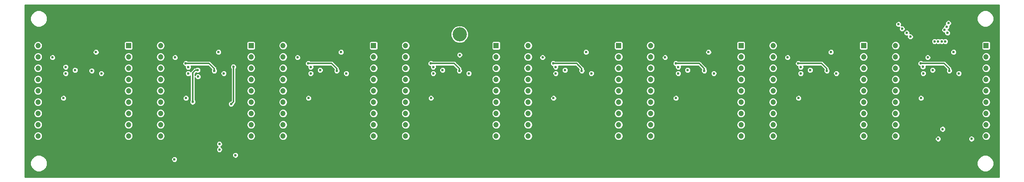
<source format=gbr>
G04 #@! TF.GenerationSoftware,KiCad,Pcbnew,(6.0.0-rc1-dev-557-ge985f797c)*
G04 #@! TF.CreationDate,2021-03-05T01:29:39+01:00*
G04 #@! TF.ProjectId,16seg_Module,31367365675F4D6F64756C652E6B6963,1.0*
G04 #@! TF.SameCoordinates,Original*
G04 #@! TF.FileFunction,Copper,L2,Inr,Signal*
G04 #@! TF.FilePolarity,Positive*
%FSLAX46Y46*%
G04 Gerber Fmt 4.6, Leading zero omitted, Abs format (unit mm)*
G04 Created by KiCad (PCBNEW (6.0.0-rc1-dev-557-ge985f797c)) date 03/05/21 01:29:39*
%MOMM*%
%LPD*%
G01*
G04 APERTURE LIST*
G04 #@! TA.AperFunction,ViaPad*
%ADD10C,1.200000*%
G04 #@! TD*
G04 #@! TA.AperFunction,ViaPad*
%ADD11R,1.200000X1.200000*%
G04 #@! TD*
G04 #@! TA.AperFunction,ViaPad*
%ADD12C,3.200000*%
G04 #@! TD*
G04 #@! TA.AperFunction,ViaPad*
%ADD13C,0.600000*%
G04 #@! TD*
G04 #@! TA.AperFunction,Conductor*
%ADD14C,0.300000*%
G04 #@! TD*
G04 #@! TA.AperFunction,Conductor*
%ADD15C,0.254000*%
G04 #@! TD*
G04 APERTURE END LIST*
D10*
G04 #@! TO.N,Net-(U14-Pad4)*
G04 #@! TO.C,U14*
X63160000Y-58152304D03*
G04 #@! TO.N,Net-(U14-Pad3)*
X63160000Y-55612304D03*
G04 #@! TO.N,Net-(U14-Pad2)*
X63160000Y-53072304D03*
D11*
G04 #@! TO.N,Net-(U14-Pad1)*
X63160000Y-50532304D03*
D10*
G04 #@! TO.N,Net-(U14-Pad18)*
X42840000Y-50532304D03*
G04 #@! TO.N,Net-(U14-Pad17)*
X42840000Y-53072304D03*
G04 #@! TO.N,Net-(U14-Pad16)*
X42840000Y-55612304D03*
G04 #@! TO.N,Net-(U14-Pad15)*
X42840000Y-58152304D03*
G04 #@! TO.N,Net-(U14-Pad14)*
X42840000Y-60692304D03*
G04 #@! TO.N,Net-(U14-Pad13)*
X42840000Y-63232304D03*
G04 #@! TO.N,Net-(U10-Pad12)*
X42840000Y-65772304D03*
G04 #@! TO.N,+5V*
X42840000Y-68312304D03*
G04 #@! TO.N,Net-(U14-Pad10)*
X42840000Y-70852304D03*
G04 #@! TO.N,Net-(U14-Pad9)*
X63160000Y-70852304D03*
G04 #@! TO.N,Net-(U14-Pad8)*
X63160000Y-68312304D03*
G04 #@! TO.N,Net-(U14-Pad7)*
X63160000Y-65772304D03*
G04 #@! TO.N,Net-(U14-Pad6)*
X63160000Y-63232304D03*
G04 #@! TO.N,Net-(U14-Pad5)*
X63160000Y-60692304D03*
G04 #@! TD*
G04 #@! TO.N,Net-(U13-Pad4)*
G04 #@! TO.C,U13*
X90660000Y-58152304D03*
G04 #@! TO.N,Net-(U13-Pad3)*
X90660000Y-55612304D03*
G04 #@! TO.N,Net-(U13-Pad2)*
X90660000Y-53072304D03*
D11*
G04 #@! TO.N,Net-(U13-Pad1)*
X90660000Y-50532304D03*
D10*
G04 #@! TO.N,Net-(U13-Pad18)*
X70340000Y-50532304D03*
G04 #@! TO.N,Net-(U13-Pad17)*
X70340000Y-53072304D03*
G04 #@! TO.N,Net-(U13-Pad16)*
X70340000Y-55612304D03*
G04 #@! TO.N,Net-(U13-Pad15)*
X70340000Y-58152304D03*
G04 #@! TO.N,Net-(U13-Pad14)*
X70340000Y-60692304D03*
G04 #@! TO.N,Net-(U13-Pad13)*
X70340000Y-63232304D03*
G04 #@! TO.N,Net-(U10-Pad11)*
X70340000Y-65772304D03*
G04 #@! TO.N,+5V*
X70340000Y-68312304D03*
G04 #@! TO.N,Net-(U13-Pad10)*
X70340000Y-70852304D03*
G04 #@! TO.N,Net-(U13-Pad9)*
X90660000Y-70852304D03*
G04 #@! TO.N,Net-(U13-Pad8)*
X90660000Y-68312304D03*
G04 #@! TO.N,Net-(U13-Pad7)*
X90660000Y-65772304D03*
G04 #@! TO.N,Net-(U13-Pad6)*
X90660000Y-63232304D03*
G04 #@! TO.N,Net-(U13-Pad5)*
X90660000Y-60692304D03*
G04 #@! TD*
G04 #@! TO.N,Net-(U12-Pad4)*
G04 #@! TO.C,U12*
X118160000Y-58152304D03*
G04 #@! TO.N,Net-(U12-Pad3)*
X118160000Y-55612304D03*
G04 #@! TO.N,Net-(U12-Pad2)*
X118160000Y-53072304D03*
D11*
G04 #@! TO.N,Net-(U12-Pad1)*
X118160000Y-50532304D03*
D10*
G04 #@! TO.N,Net-(U12-Pad18)*
X97840000Y-50532304D03*
G04 #@! TO.N,Net-(U12-Pad17)*
X97840000Y-53072304D03*
G04 #@! TO.N,Net-(U12-Pad16)*
X97840000Y-55612304D03*
G04 #@! TO.N,Net-(U12-Pad15)*
X97840000Y-58152304D03*
G04 #@! TO.N,Net-(U12-Pad14)*
X97840000Y-60692304D03*
G04 #@! TO.N,Net-(U12-Pad13)*
X97840000Y-63232304D03*
G04 #@! TO.N,Net-(U10-Pad10)*
X97840000Y-65772304D03*
G04 #@! TO.N,+5V*
X97840000Y-68312304D03*
G04 #@! TO.N,Net-(U12-Pad10)*
X97840000Y-70852304D03*
G04 #@! TO.N,Net-(U12-Pad9)*
X118160000Y-70852304D03*
G04 #@! TO.N,Net-(U12-Pad8)*
X118160000Y-68312304D03*
G04 #@! TO.N,Net-(U12-Pad7)*
X118160000Y-65772304D03*
G04 #@! TO.N,Net-(U12-Pad6)*
X118160000Y-63232304D03*
G04 #@! TO.N,Net-(U12-Pad5)*
X118160000Y-60692304D03*
G04 #@! TD*
G04 #@! TO.N,Net-(U11-Pad4)*
G04 #@! TO.C,U11*
X145660000Y-58152304D03*
G04 #@! TO.N,Net-(U11-Pad3)*
X145660000Y-55612304D03*
G04 #@! TO.N,Net-(U11-Pad2)*
X145660000Y-53072304D03*
D11*
G04 #@! TO.N,Net-(U11-Pad1)*
X145660000Y-50532304D03*
D10*
G04 #@! TO.N,Net-(U11-Pad18)*
X125340000Y-50532304D03*
G04 #@! TO.N,Net-(U11-Pad17)*
X125340000Y-53072304D03*
G04 #@! TO.N,Net-(U11-Pad16)*
X125340000Y-55612304D03*
G04 #@! TO.N,Net-(U11-Pad15)*
X125340000Y-58152304D03*
G04 #@! TO.N,Net-(U11-Pad14)*
X125340000Y-60692304D03*
G04 #@! TO.N,Net-(U11-Pad13)*
X125340000Y-63232304D03*
G04 #@! TO.N,Net-(U10-Pad9)*
X125340000Y-65772304D03*
G04 #@! TO.N,+5V*
X125340000Y-68312304D03*
G04 #@! TO.N,Net-(U11-Pad10)*
X125340000Y-70852304D03*
G04 #@! TO.N,Net-(U11-Pad9)*
X145660000Y-70852304D03*
G04 #@! TO.N,Net-(U11-Pad8)*
X145660000Y-68312304D03*
G04 #@! TO.N,Net-(U11-Pad7)*
X145660000Y-65772304D03*
G04 #@! TO.N,Net-(U11-Pad6)*
X145660000Y-63232304D03*
G04 #@! TO.N,Net-(U11-Pad5)*
X145660000Y-60692304D03*
G04 #@! TD*
G04 #@! TO.N,Net-(U4-Pad4)*
G04 #@! TO.C,U4*
X173160000Y-58152304D03*
G04 #@! TO.N,Net-(U4-Pad3)*
X173160000Y-55612304D03*
G04 #@! TO.N,Net-(U4-Pad2)*
X173160000Y-53072304D03*
D11*
G04 #@! TO.N,Net-(U4-Pad1)*
X173160000Y-50532304D03*
D10*
G04 #@! TO.N,Net-(U4-Pad18)*
X152840000Y-50532304D03*
G04 #@! TO.N,Net-(U4-Pad17)*
X152840000Y-53072304D03*
G04 #@! TO.N,Net-(U4-Pad16)*
X152840000Y-55612304D03*
G04 #@! TO.N,Net-(U4-Pad15)*
X152840000Y-58152304D03*
G04 #@! TO.N,Net-(U4-Pad14)*
X152840000Y-60692304D03*
G04 #@! TO.N,Net-(U4-Pad13)*
X152840000Y-63232304D03*
G04 #@! TO.N,Net-(U10-Pad8)*
X152840000Y-65772304D03*
G04 #@! TO.N,+5V*
X152840000Y-68312304D03*
G04 #@! TO.N,Net-(U4-Pad10)*
X152840000Y-70852304D03*
G04 #@! TO.N,Net-(U4-Pad9)*
X173160000Y-70852304D03*
G04 #@! TO.N,Net-(U4-Pad8)*
X173160000Y-68312304D03*
G04 #@! TO.N,Net-(U4-Pad7)*
X173160000Y-65772304D03*
G04 #@! TO.N,Net-(U4-Pad6)*
X173160000Y-63232304D03*
G04 #@! TO.N,Net-(U4-Pad5)*
X173160000Y-60692304D03*
G04 #@! TD*
G04 #@! TO.N,Net-(U3-Pad4)*
G04 #@! TO.C,U3*
X200660000Y-58152304D03*
G04 #@! TO.N,Net-(U3-Pad3)*
X200660000Y-55612304D03*
G04 #@! TO.N,Net-(U3-Pad2)*
X200660000Y-53072304D03*
D11*
G04 #@! TO.N,Net-(U3-Pad1)*
X200660000Y-50532304D03*
D10*
G04 #@! TO.N,Net-(U3-Pad18)*
X180340000Y-50532304D03*
G04 #@! TO.N,Net-(U3-Pad17)*
X180340000Y-53072304D03*
G04 #@! TO.N,Net-(U3-Pad16)*
X180340000Y-55612304D03*
G04 #@! TO.N,Net-(U3-Pad15)*
X180340000Y-58152304D03*
G04 #@! TO.N,Net-(U3-Pad14)*
X180340000Y-60692304D03*
G04 #@! TO.N,Net-(U3-Pad13)*
X180340000Y-63232304D03*
G04 #@! TO.N,Net-(U10-Pad7)*
X180340000Y-65772304D03*
G04 #@! TO.N,+5V*
X180340000Y-68312304D03*
G04 #@! TO.N,Net-(U3-Pad10)*
X180340000Y-70852304D03*
G04 #@! TO.N,Net-(U3-Pad9)*
X200660000Y-70852304D03*
G04 #@! TO.N,Net-(U3-Pad8)*
X200660000Y-68312304D03*
G04 #@! TO.N,Net-(U3-Pad7)*
X200660000Y-65772304D03*
G04 #@! TO.N,Net-(U3-Pad6)*
X200660000Y-63232304D03*
G04 #@! TO.N,Net-(U3-Pad5)*
X200660000Y-60692304D03*
G04 #@! TD*
G04 #@! TO.N,Net-(U2-Pad4)*
G04 #@! TO.C,U2*
X228160000Y-58152304D03*
G04 #@! TO.N,Net-(U2-Pad3)*
X228160000Y-55612304D03*
G04 #@! TO.N,Net-(U2-Pad2)*
X228160000Y-53072304D03*
D11*
G04 #@! TO.N,Net-(U2-Pad1)*
X228160000Y-50532304D03*
D10*
G04 #@! TO.N,Net-(U2-Pad18)*
X207840000Y-50532304D03*
G04 #@! TO.N,Net-(U2-Pad17)*
X207840000Y-53072304D03*
G04 #@! TO.N,Net-(U2-Pad16)*
X207840000Y-55612304D03*
G04 #@! TO.N,Net-(U2-Pad15)*
X207840000Y-58152304D03*
G04 #@! TO.N,Net-(U2-Pad14)*
X207840000Y-60692304D03*
G04 #@! TO.N,Net-(U2-Pad13)*
X207840000Y-63232304D03*
G04 #@! TO.N,Net-(U10-Pad6)*
X207840000Y-65772304D03*
G04 #@! TO.N,+5V*
X207840000Y-68312304D03*
G04 #@! TO.N,Net-(U2-Pad10)*
X207840000Y-70852304D03*
G04 #@! TO.N,Net-(U2-Pad9)*
X228160000Y-70852304D03*
G04 #@! TO.N,Net-(U2-Pad8)*
X228160000Y-68312304D03*
G04 #@! TO.N,Net-(U2-Pad7)*
X228160000Y-65772304D03*
G04 #@! TO.N,Net-(U2-Pad6)*
X228160000Y-63232304D03*
G04 #@! TO.N,Net-(U2-Pad5)*
X228160000Y-60692304D03*
G04 #@! TD*
G04 #@! TO.N,Net-(U1-Pad4)*
G04 #@! TO.C,U1*
X255660000Y-58152304D03*
G04 #@! TO.N,Net-(U1-Pad3)*
X255660000Y-55612304D03*
G04 #@! TO.N,Net-(U1-Pad2)*
X255660000Y-53072304D03*
D11*
G04 #@! TO.N,Net-(U1-Pad1)*
X255660000Y-50532304D03*
D10*
G04 #@! TO.N,Net-(U1-Pad18)*
X235340000Y-50532304D03*
G04 #@! TO.N,Net-(U1-Pad17)*
X235340000Y-53072304D03*
G04 #@! TO.N,Net-(U1-Pad16)*
X235340000Y-55612304D03*
G04 #@! TO.N,Net-(U1-Pad15)*
X235340000Y-58152304D03*
G04 #@! TO.N,Net-(U1-Pad14)*
X235340000Y-60692304D03*
G04 #@! TO.N,Net-(U1-Pad13)*
X235340000Y-63232304D03*
G04 #@! TO.N,Net-(U1-Pad12)*
X235340000Y-65772304D03*
G04 #@! TO.N,+5V*
X235340000Y-68312304D03*
G04 #@! TO.N,Net-(U1-Pad10)*
X235340000Y-70852304D03*
G04 #@! TO.N,Net-(U1-Pad9)*
X255660000Y-70852304D03*
G04 #@! TO.N,Net-(U1-Pad8)*
X255660000Y-68312304D03*
G04 #@! TO.N,Net-(U1-Pad7)*
X255660000Y-65772304D03*
G04 #@! TO.N,Net-(U1-Pad6)*
X255660000Y-63232304D03*
G04 #@! TO.N,Net-(U1-Pad5)*
X255660000Y-60692304D03*
G04 #@! TD*
D12*
G04 #@! TO.N,+5V*
G04 #@! TO.C,J1*
X137480000Y-48000000D03*
G04 #@! TO.N,GND*
X133520000Y-48000000D03*
G04 #@! TD*
D13*
G04 #@! TO.N,GND*
X141450000Y-52450000D03*
X140950000Y-56000000D03*
X51250000Y-57500000D03*
X51250000Y-58200000D03*
X51250000Y-58900000D03*
X51250000Y-59600000D03*
X51250000Y-60300000D03*
X51250000Y-61000000D03*
X54750000Y-59600000D03*
X54750000Y-60300000D03*
X54750000Y-61000000D03*
X54750000Y-58900000D03*
X54750000Y-58200000D03*
G04 #@! TO.N,/~OE*
X78750000Y-57500000D03*
G04 #@! TO.N,GND*
X78750000Y-60300000D03*
X78750000Y-61000000D03*
X78750000Y-58500000D03*
X82250000Y-59600000D03*
X82250000Y-58900000D03*
X82250000Y-60300000D03*
X82250000Y-61000000D03*
X82250000Y-58200000D03*
X109750000Y-61000000D03*
X109750000Y-59600000D03*
X106250000Y-61000000D03*
X109750000Y-58900000D03*
X109750000Y-60300000D03*
X109750000Y-58200000D03*
X106250000Y-60300000D03*
X106250000Y-58900000D03*
X106250000Y-59600000D03*
X106250000Y-58200000D03*
X137250000Y-61000000D03*
X133750000Y-60300000D03*
X137250000Y-58900000D03*
X137250000Y-59600000D03*
X137250000Y-58200000D03*
X137250000Y-60300000D03*
X133750000Y-61000000D03*
X133750000Y-58900000D03*
X133750000Y-58200000D03*
X133750000Y-59600000D03*
X164750000Y-58900000D03*
X164750000Y-58200000D03*
X161250000Y-61000000D03*
X161250000Y-59600000D03*
X164750000Y-60300000D03*
X161250000Y-60300000D03*
X161250000Y-58200000D03*
X164750000Y-59600000D03*
X164750000Y-61000000D03*
X161250000Y-58900000D03*
X188750000Y-61000000D03*
X188750000Y-58200000D03*
X192250000Y-58900000D03*
X192250000Y-59600000D03*
X188750000Y-58900000D03*
X192250000Y-60300000D03*
X188750000Y-60300000D03*
X192250000Y-61000000D03*
X188750000Y-59600000D03*
X192250000Y-58200000D03*
X216250000Y-61000000D03*
X219750000Y-58900000D03*
X219750000Y-59600000D03*
X216250000Y-58900000D03*
X219750000Y-60300000D03*
X216250000Y-60300000D03*
X219750000Y-61000000D03*
X216250000Y-58200000D03*
X219750000Y-58200000D03*
X216250000Y-59600000D03*
X243750000Y-60300000D03*
X247250000Y-60300000D03*
X247250000Y-58900000D03*
X247250000Y-61000000D03*
X247250000Y-59600000D03*
X243750000Y-61000000D03*
X247250000Y-58200000D03*
G04 #@! TO.N,+5V*
X211100000Y-53200000D03*
X183600000Y-53200000D03*
X156100000Y-53200000D03*
X101100000Y-53200000D03*
X73600000Y-53200000D03*
X46100000Y-53200000D03*
X137480000Y-52630000D03*
X248350000Y-52000000D03*
X242550000Y-53200000D03*
X220850000Y-52000000D03*
X193350000Y-52000000D03*
X165850000Y-52000000D03*
X110850000Y-52000000D03*
X83350000Y-52000000D03*
X55850000Y-52000000D03*
X73450000Y-76100000D03*
G04 #@! TO.N,Net-(U1-Pad12)*
X247000000Y-47700000D03*
X238650000Y-48550000D03*
G04 #@! TO.N,Net-(U1-Pad9)*
X241050000Y-62350000D03*
G04 #@! TO.N,/~OE*
X244900000Y-49600000D03*
X249550000Y-56800000D03*
X222050000Y-56800000D03*
X194550000Y-56800000D03*
X167050000Y-56800000D03*
X139550000Y-56800000D03*
X112050000Y-56800000D03*
X84550000Y-56800000D03*
X57050000Y-56800000D03*
X252400000Y-71500000D03*
X87150000Y-75150000D03*
G04 #@! TO.N,/LE*
X241550000Y-56800000D03*
X246500000Y-49600000D03*
X214050000Y-56800000D03*
X186550000Y-56800000D03*
X159050000Y-56800000D03*
X131550000Y-56800000D03*
X104050000Y-56800000D03*
X76550000Y-56800000D03*
X49050000Y-56800000D03*
X244900000Y-71500000D03*
X86700000Y-55300000D03*
X86200000Y-63650000D03*
G04 #@! TO.N,/CLK*
X243650000Y-56050000D03*
X245700000Y-49600000D03*
X216150000Y-56050000D03*
X188650000Y-56050000D03*
X161150000Y-56050000D03*
X133650000Y-56050000D03*
X106150000Y-56050000D03*
X78650000Y-56050000D03*
X51150000Y-56050000D03*
X245900000Y-69300000D03*
X77550000Y-63200000D03*
X83550000Y-72650000D03*
G04 #@! TO.N,Net-(U10-Pad6)*
X246350000Y-47000000D03*
X237850000Y-47700000D03*
G04 #@! TO.N,Net-(U2-Pad9)*
X213550000Y-62350000D03*
G04 #@! TO.N,Net-(U10-Pad7)*
X246850000Y-46300000D03*
X236800000Y-46750000D03*
G04 #@! TO.N,Net-(U3-Pad9)*
X186050000Y-62350000D03*
G04 #@! TO.N,Net-(U10-Pad8)*
X236000000Y-45750000D03*
X247200000Y-45500000D03*
G04 #@! TO.N,Net-(U4-Pad9)*
X158550000Y-62350000D03*
G04 #@! TO.N,Net-(U10-Pad14)*
X244100000Y-49600000D03*
X241500000Y-55300000D03*
G04 #@! TO.N,Net-(U5-Pad22)*
X247400000Y-56200000D03*
X241000000Y-54550000D03*
X214050000Y-55350000D03*
G04 #@! TO.N,Net-(U6-Pad22)*
X186550000Y-55350000D03*
X213500000Y-54550000D03*
X219900000Y-56200000D03*
G04 #@! TO.N,Net-(U7-Pad22)*
X192400000Y-56200000D03*
X159050000Y-55350000D03*
X186000000Y-54550000D03*
G04 #@! TO.N,Net-(U15-Pad2)*
X164900000Y-56200000D03*
X131550000Y-55350000D03*
X158500000Y-54550000D03*
G04 #@! TO.N,Net-(U11-Pad9)*
X131050000Y-62350000D03*
G04 #@! TO.N,Net-(U12-Pad9)*
X103550000Y-62350000D03*
G04 #@! TO.N,Net-(U13-Pad9)*
X76050000Y-62350000D03*
G04 #@! TO.N,Net-(U14-Pad9)*
X48550000Y-62350000D03*
G04 #@! TO.N,Net-(U15-Pad22)*
X137400000Y-56200000D03*
X104050000Y-55350000D03*
X131000000Y-54550000D03*
G04 #@! TO.N,Net-(U16-Pad22)*
X109900000Y-56200000D03*
X76550000Y-55350000D03*
X103500000Y-54550000D03*
G04 #@! TO.N,Net-(U17-Pad22)*
X82400000Y-56200000D03*
X49050000Y-55350000D03*
X76000000Y-54550000D03*
G04 #@! TO.N,Net-(U18-Pad22)*
X54900000Y-56200000D03*
X83550000Y-73900000D03*
G04 #@! TD*
D14*
G04 #@! TO.N,/LE*
X86700000Y-55300000D02*
X86700000Y-63150000D01*
X86700000Y-63150000D02*
X86200000Y-63650000D01*
G04 #@! TO.N,/CLK*
X78650000Y-56050000D02*
X78150000Y-56050000D01*
X78150000Y-56050000D02*
X77550000Y-56650000D01*
X77550000Y-56650000D02*
X77550000Y-63200000D01*
G04 #@! TO.N,Net-(U5-Pad22)*
X246250000Y-54550000D02*
X241000000Y-54550000D01*
X247400000Y-55700000D02*
X246250000Y-54550000D01*
X247400000Y-56200000D02*
X247400000Y-55700000D01*
G04 #@! TO.N,Net-(U6-Pad22)*
X218750000Y-54550000D02*
X213500000Y-54550000D01*
X219900000Y-56200000D02*
X219900000Y-55700000D01*
X219900000Y-55700000D02*
X218750000Y-54550000D01*
G04 #@! TO.N,Net-(U7-Pad22)*
X192400000Y-55700000D02*
X191250000Y-54550000D01*
X192400000Y-56200000D02*
X192400000Y-55700000D01*
X191250000Y-54550000D02*
X186000000Y-54550000D01*
G04 #@! TO.N,Net-(U15-Pad2)*
X164900000Y-55700000D02*
X163750000Y-54550000D01*
X164900000Y-56200000D02*
X164900000Y-55700000D01*
X163750000Y-54550000D02*
X158500000Y-54550000D01*
G04 #@! TO.N,Net-(U15-Pad22)*
X137400000Y-55700000D02*
X136250000Y-54550000D01*
X137400000Y-56200000D02*
X137400000Y-55700000D01*
X136250000Y-54550000D02*
X131000000Y-54550000D01*
G04 #@! TO.N,Net-(U16-Pad22)*
X109900000Y-55700000D02*
X108750000Y-54550000D01*
X109900000Y-56200000D02*
X109900000Y-55700000D01*
X108750000Y-54550000D02*
X103500000Y-54550000D01*
G04 #@! TO.N,Net-(U17-Pad22)*
X82400000Y-55700000D02*
X81250000Y-54550000D01*
X82400000Y-56200000D02*
X82400000Y-55700000D01*
X81250000Y-54550000D02*
X76000000Y-54550000D01*
G04 #@! TD*
D15*
G04 #@! TO.N,GND*
G36*
X258594001Y-80094000D02*
X39906000Y-80094000D01*
X39906000Y-76625846D01*
X41119000Y-76625846D01*
X41119000Y-77374154D01*
X41405365Y-78065501D01*
X41934499Y-78594635D01*
X42625846Y-78881000D01*
X43374154Y-78881000D01*
X44065501Y-78594635D01*
X44594635Y-78065501D01*
X44881000Y-77374154D01*
X44881000Y-76625846D01*
X44607079Y-75964541D01*
X72769000Y-75964541D01*
X72769000Y-76235459D01*
X72872676Y-76485756D01*
X73064244Y-76677324D01*
X73314541Y-76781000D01*
X73585459Y-76781000D01*
X73835756Y-76677324D01*
X73887234Y-76625846D01*
X253619000Y-76625846D01*
X253619000Y-77374154D01*
X253905365Y-78065501D01*
X254434499Y-78594635D01*
X255125846Y-78881000D01*
X255874154Y-78881000D01*
X256565501Y-78594635D01*
X257094635Y-78065501D01*
X257381000Y-77374154D01*
X257381000Y-76625846D01*
X257094635Y-75934499D01*
X256565501Y-75405365D01*
X255874154Y-75119000D01*
X255125846Y-75119000D01*
X254434499Y-75405365D01*
X253905365Y-75934499D01*
X253619000Y-76625846D01*
X73887234Y-76625846D01*
X74027324Y-76485756D01*
X74131000Y-76235459D01*
X74131000Y-75964541D01*
X74027324Y-75714244D01*
X73835756Y-75522676D01*
X73585459Y-75419000D01*
X73314541Y-75419000D01*
X73064244Y-75522676D01*
X72872676Y-75714244D01*
X72769000Y-75964541D01*
X44607079Y-75964541D01*
X44594635Y-75934499D01*
X44065501Y-75405365D01*
X43374154Y-75119000D01*
X42625846Y-75119000D01*
X41934499Y-75405365D01*
X41405365Y-75934499D01*
X41119000Y-76625846D01*
X39906000Y-76625846D01*
X39906000Y-75014541D01*
X86469000Y-75014541D01*
X86469000Y-75285459D01*
X86572676Y-75535756D01*
X86764244Y-75727324D01*
X87014541Y-75831000D01*
X87285459Y-75831000D01*
X87535756Y-75727324D01*
X87727324Y-75535756D01*
X87831000Y-75285459D01*
X87831000Y-75014541D01*
X87727324Y-74764244D01*
X87535756Y-74572676D01*
X87285459Y-74469000D01*
X87014541Y-74469000D01*
X86764244Y-74572676D01*
X86572676Y-74764244D01*
X86469000Y-75014541D01*
X39906000Y-75014541D01*
X39906000Y-72514541D01*
X82869000Y-72514541D01*
X82869000Y-72785459D01*
X82972676Y-73035756D01*
X83164244Y-73227324D01*
X83279345Y-73275000D01*
X83164244Y-73322676D01*
X82972676Y-73514244D01*
X82869000Y-73764541D01*
X82869000Y-74035459D01*
X82972676Y-74285756D01*
X83164244Y-74477324D01*
X83414541Y-74581000D01*
X83685459Y-74581000D01*
X83935756Y-74477324D01*
X84127324Y-74285756D01*
X84231000Y-74035459D01*
X84231000Y-73764541D01*
X84127324Y-73514244D01*
X83935756Y-73322676D01*
X83820655Y-73275000D01*
X83935756Y-73227324D01*
X84127324Y-73035756D01*
X84231000Y-72785459D01*
X84231000Y-72514541D01*
X84127324Y-72264244D01*
X83935756Y-72072676D01*
X83685459Y-71969000D01*
X83414541Y-71969000D01*
X83164244Y-72072676D01*
X82972676Y-72264244D01*
X82869000Y-72514541D01*
X39906000Y-72514541D01*
X39906000Y-70657171D01*
X41859000Y-70657171D01*
X41859000Y-71047437D01*
X42008348Y-71407996D01*
X42284308Y-71683956D01*
X42644867Y-71833304D01*
X43035133Y-71833304D01*
X43395692Y-71683956D01*
X43671652Y-71407996D01*
X43821000Y-71047437D01*
X43821000Y-70657171D01*
X62179000Y-70657171D01*
X62179000Y-71047437D01*
X62328348Y-71407996D01*
X62604308Y-71683956D01*
X62964867Y-71833304D01*
X63355133Y-71833304D01*
X63715692Y-71683956D01*
X63991652Y-71407996D01*
X64141000Y-71047437D01*
X64141000Y-70657171D01*
X69359000Y-70657171D01*
X69359000Y-71047437D01*
X69508348Y-71407996D01*
X69784308Y-71683956D01*
X70144867Y-71833304D01*
X70535133Y-71833304D01*
X70895692Y-71683956D01*
X71171652Y-71407996D01*
X71321000Y-71047437D01*
X71321000Y-70657171D01*
X89679000Y-70657171D01*
X89679000Y-71047437D01*
X89828348Y-71407996D01*
X90104308Y-71683956D01*
X90464867Y-71833304D01*
X90855133Y-71833304D01*
X91215692Y-71683956D01*
X91491652Y-71407996D01*
X91641000Y-71047437D01*
X91641000Y-70657171D01*
X96859000Y-70657171D01*
X96859000Y-71047437D01*
X97008348Y-71407996D01*
X97284308Y-71683956D01*
X97644867Y-71833304D01*
X98035133Y-71833304D01*
X98395692Y-71683956D01*
X98671652Y-71407996D01*
X98821000Y-71047437D01*
X98821000Y-70657171D01*
X117179000Y-70657171D01*
X117179000Y-71047437D01*
X117328348Y-71407996D01*
X117604308Y-71683956D01*
X117964867Y-71833304D01*
X118355133Y-71833304D01*
X118715692Y-71683956D01*
X118991652Y-71407996D01*
X119141000Y-71047437D01*
X119141000Y-70657171D01*
X124359000Y-70657171D01*
X124359000Y-71047437D01*
X124508348Y-71407996D01*
X124784308Y-71683956D01*
X125144867Y-71833304D01*
X125535133Y-71833304D01*
X125895692Y-71683956D01*
X126171652Y-71407996D01*
X126321000Y-71047437D01*
X126321000Y-70657171D01*
X144679000Y-70657171D01*
X144679000Y-71047437D01*
X144828348Y-71407996D01*
X145104308Y-71683956D01*
X145464867Y-71833304D01*
X145855133Y-71833304D01*
X146215692Y-71683956D01*
X146491652Y-71407996D01*
X146641000Y-71047437D01*
X146641000Y-70657171D01*
X151859000Y-70657171D01*
X151859000Y-71047437D01*
X152008348Y-71407996D01*
X152284308Y-71683956D01*
X152644867Y-71833304D01*
X153035133Y-71833304D01*
X153395692Y-71683956D01*
X153671652Y-71407996D01*
X153821000Y-71047437D01*
X153821000Y-70657171D01*
X172179000Y-70657171D01*
X172179000Y-71047437D01*
X172328348Y-71407996D01*
X172604308Y-71683956D01*
X172964867Y-71833304D01*
X173355133Y-71833304D01*
X173715692Y-71683956D01*
X173991652Y-71407996D01*
X174141000Y-71047437D01*
X174141000Y-70657171D01*
X179359000Y-70657171D01*
X179359000Y-71047437D01*
X179508348Y-71407996D01*
X179784308Y-71683956D01*
X180144867Y-71833304D01*
X180535133Y-71833304D01*
X180895692Y-71683956D01*
X181171652Y-71407996D01*
X181321000Y-71047437D01*
X181321000Y-70657171D01*
X199679000Y-70657171D01*
X199679000Y-71047437D01*
X199828348Y-71407996D01*
X200104308Y-71683956D01*
X200464867Y-71833304D01*
X200855133Y-71833304D01*
X201215692Y-71683956D01*
X201491652Y-71407996D01*
X201641000Y-71047437D01*
X201641000Y-70657171D01*
X206859000Y-70657171D01*
X206859000Y-71047437D01*
X207008348Y-71407996D01*
X207284308Y-71683956D01*
X207644867Y-71833304D01*
X208035133Y-71833304D01*
X208395692Y-71683956D01*
X208671652Y-71407996D01*
X208821000Y-71047437D01*
X208821000Y-70657171D01*
X227179000Y-70657171D01*
X227179000Y-71047437D01*
X227328348Y-71407996D01*
X227604308Y-71683956D01*
X227964867Y-71833304D01*
X228355133Y-71833304D01*
X228715692Y-71683956D01*
X228991652Y-71407996D01*
X229141000Y-71047437D01*
X229141000Y-70657171D01*
X234359000Y-70657171D01*
X234359000Y-71047437D01*
X234508348Y-71407996D01*
X234784308Y-71683956D01*
X235144867Y-71833304D01*
X235535133Y-71833304D01*
X235895692Y-71683956D01*
X236171652Y-71407996D01*
X236189651Y-71364541D01*
X244219000Y-71364541D01*
X244219000Y-71635459D01*
X244322676Y-71885756D01*
X244514244Y-72077324D01*
X244764541Y-72181000D01*
X245035459Y-72181000D01*
X245285756Y-72077324D01*
X245477324Y-71885756D01*
X245581000Y-71635459D01*
X245581000Y-71364541D01*
X251719000Y-71364541D01*
X251719000Y-71635459D01*
X251822676Y-71885756D01*
X252014244Y-72077324D01*
X252264541Y-72181000D01*
X252535459Y-72181000D01*
X252785756Y-72077324D01*
X252977324Y-71885756D01*
X253081000Y-71635459D01*
X253081000Y-71364541D01*
X252977324Y-71114244D01*
X252785756Y-70922676D01*
X252535459Y-70819000D01*
X252264541Y-70819000D01*
X252014244Y-70922676D01*
X251822676Y-71114244D01*
X251719000Y-71364541D01*
X245581000Y-71364541D01*
X245477324Y-71114244D01*
X245285756Y-70922676D01*
X245035459Y-70819000D01*
X244764541Y-70819000D01*
X244514244Y-70922676D01*
X244322676Y-71114244D01*
X244219000Y-71364541D01*
X236189651Y-71364541D01*
X236321000Y-71047437D01*
X236321000Y-70657171D01*
X254679000Y-70657171D01*
X254679000Y-71047437D01*
X254828348Y-71407996D01*
X255104308Y-71683956D01*
X255464867Y-71833304D01*
X255855133Y-71833304D01*
X256215692Y-71683956D01*
X256491652Y-71407996D01*
X256641000Y-71047437D01*
X256641000Y-70657171D01*
X256491652Y-70296612D01*
X256215692Y-70020652D01*
X255855133Y-69871304D01*
X255464867Y-69871304D01*
X255104308Y-70020652D01*
X254828348Y-70296612D01*
X254679000Y-70657171D01*
X236321000Y-70657171D01*
X236171652Y-70296612D01*
X235895692Y-70020652D01*
X235535133Y-69871304D01*
X235144867Y-69871304D01*
X234784308Y-70020652D01*
X234508348Y-70296612D01*
X234359000Y-70657171D01*
X229141000Y-70657171D01*
X228991652Y-70296612D01*
X228715692Y-70020652D01*
X228355133Y-69871304D01*
X227964867Y-69871304D01*
X227604308Y-70020652D01*
X227328348Y-70296612D01*
X227179000Y-70657171D01*
X208821000Y-70657171D01*
X208671652Y-70296612D01*
X208395692Y-70020652D01*
X208035133Y-69871304D01*
X207644867Y-69871304D01*
X207284308Y-70020652D01*
X207008348Y-70296612D01*
X206859000Y-70657171D01*
X201641000Y-70657171D01*
X201491652Y-70296612D01*
X201215692Y-70020652D01*
X200855133Y-69871304D01*
X200464867Y-69871304D01*
X200104308Y-70020652D01*
X199828348Y-70296612D01*
X199679000Y-70657171D01*
X181321000Y-70657171D01*
X181171652Y-70296612D01*
X180895692Y-70020652D01*
X180535133Y-69871304D01*
X180144867Y-69871304D01*
X179784308Y-70020652D01*
X179508348Y-70296612D01*
X179359000Y-70657171D01*
X174141000Y-70657171D01*
X173991652Y-70296612D01*
X173715692Y-70020652D01*
X173355133Y-69871304D01*
X172964867Y-69871304D01*
X172604308Y-70020652D01*
X172328348Y-70296612D01*
X172179000Y-70657171D01*
X153821000Y-70657171D01*
X153671652Y-70296612D01*
X153395692Y-70020652D01*
X153035133Y-69871304D01*
X152644867Y-69871304D01*
X152284308Y-70020652D01*
X152008348Y-70296612D01*
X151859000Y-70657171D01*
X146641000Y-70657171D01*
X146491652Y-70296612D01*
X146215692Y-70020652D01*
X145855133Y-69871304D01*
X145464867Y-69871304D01*
X145104308Y-70020652D01*
X144828348Y-70296612D01*
X144679000Y-70657171D01*
X126321000Y-70657171D01*
X126171652Y-70296612D01*
X125895692Y-70020652D01*
X125535133Y-69871304D01*
X125144867Y-69871304D01*
X124784308Y-70020652D01*
X124508348Y-70296612D01*
X124359000Y-70657171D01*
X119141000Y-70657171D01*
X118991652Y-70296612D01*
X118715692Y-70020652D01*
X118355133Y-69871304D01*
X117964867Y-69871304D01*
X117604308Y-70020652D01*
X117328348Y-70296612D01*
X117179000Y-70657171D01*
X98821000Y-70657171D01*
X98671652Y-70296612D01*
X98395692Y-70020652D01*
X98035133Y-69871304D01*
X97644867Y-69871304D01*
X97284308Y-70020652D01*
X97008348Y-70296612D01*
X96859000Y-70657171D01*
X91641000Y-70657171D01*
X91491652Y-70296612D01*
X91215692Y-70020652D01*
X90855133Y-69871304D01*
X90464867Y-69871304D01*
X90104308Y-70020652D01*
X89828348Y-70296612D01*
X89679000Y-70657171D01*
X71321000Y-70657171D01*
X71171652Y-70296612D01*
X70895692Y-70020652D01*
X70535133Y-69871304D01*
X70144867Y-69871304D01*
X69784308Y-70020652D01*
X69508348Y-70296612D01*
X69359000Y-70657171D01*
X64141000Y-70657171D01*
X63991652Y-70296612D01*
X63715692Y-70020652D01*
X63355133Y-69871304D01*
X62964867Y-69871304D01*
X62604308Y-70020652D01*
X62328348Y-70296612D01*
X62179000Y-70657171D01*
X43821000Y-70657171D01*
X43671652Y-70296612D01*
X43395692Y-70020652D01*
X43035133Y-69871304D01*
X42644867Y-69871304D01*
X42284308Y-70020652D01*
X42008348Y-70296612D01*
X41859000Y-70657171D01*
X39906000Y-70657171D01*
X39906000Y-68117171D01*
X41859000Y-68117171D01*
X41859000Y-68507437D01*
X42008348Y-68867996D01*
X42284308Y-69143956D01*
X42644867Y-69293304D01*
X43035133Y-69293304D01*
X43395692Y-69143956D01*
X43671652Y-68867996D01*
X43821000Y-68507437D01*
X43821000Y-68117171D01*
X62179000Y-68117171D01*
X62179000Y-68507437D01*
X62328348Y-68867996D01*
X62604308Y-69143956D01*
X62964867Y-69293304D01*
X63355133Y-69293304D01*
X63715692Y-69143956D01*
X63991652Y-68867996D01*
X64141000Y-68507437D01*
X64141000Y-68117171D01*
X69359000Y-68117171D01*
X69359000Y-68507437D01*
X69508348Y-68867996D01*
X69784308Y-69143956D01*
X70144867Y-69293304D01*
X70535133Y-69293304D01*
X70895692Y-69143956D01*
X71171652Y-68867996D01*
X71321000Y-68507437D01*
X71321000Y-68117171D01*
X89679000Y-68117171D01*
X89679000Y-68507437D01*
X89828348Y-68867996D01*
X90104308Y-69143956D01*
X90464867Y-69293304D01*
X90855133Y-69293304D01*
X91215692Y-69143956D01*
X91491652Y-68867996D01*
X91641000Y-68507437D01*
X91641000Y-68117171D01*
X96859000Y-68117171D01*
X96859000Y-68507437D01*
X97008348Y-68867996D01*
X97284308Y-69143956D01*
X97644867Y-69293304D01*
X98035133Y-69293304D01*
X98395692Y-69143956D01*
X98671652Y-68867996D01*
X98821000Y-68507437D01*
X98821000Y-68117171D01*
X117179000Y-68117171D01*
X117179000Y-68507437D01*
X117328348Y-68867996D01*
X117604308Y-69143956D01*
X117964867Y-69293304D01*
X118355133Y-69293304D01*
X118715692Y-69143956D01*
X118991652Y-68867996D01*
X119141000Y-68507437D01*
X119141000Y-68117171D01*
X124359000Y-68117171D01*
X124359000Y-68507437D01*
X124508348Y-68867996D01*
X124784308Y-69143956D01*
X125144867Y-69293304D01*
X125535133Y-69293304D01*
X125895692Y-69143956D01*
X126171652Y-68867996D01*
X126321000Y-68507437D01*
X126321000Y-68117171D01*
X144679000Y-68117171D01*
X144679000Y-68507437D01*
X144828348Y-68867996D01*
X145104308Y-69143956D01*
X145464867Y-69293304D01*
X145855133Y-69293304D01*
X146215692Y-69143956D01*
X146491652Y-68867996D01*
X146641000Y-68507437D01*
X146641000Y-68117171D01*
X151859000Y-68117171D01*
X151859000Y-68507437D01*
X152008348Y-68867996D01*
X152284308Y-69143956D01*
X152644867Y-69293304D01*
X153035133Y-69293304D01*
X153395692Y-69143956D01*
X153671652Y-68867996D01*
X153821000Y-68507437D01*
X153821000Y-68117171D01*
X172179000Y-68117171D01*
X172179000Y-68507437D01*
X172328348Y-68867996D01*
X172604308Y-69143956D01*
X172964867Y-69293304D01*
X173355133Y-69293304D01*
X173715692Y-69143956D01*
X173991652Y-68867996D01*
X174141000Y-68507437D01*
X174141000Y-68117171D01*
X179359000Y-68117171D01*
X179359000Y-68507437D01*
X179508348Y-68867996D01*
X179784308Y-69143956D01*
X180144867Y-69293304D01*
X180535133Y-69293304D01*
X180895692Y-69143956D01*
X181171652Y-68867996D01*
X181321000Y-68507437D01*
X181321000Y-68117171D01*
X199679000Y-68117171D01*
X199679000Y-68507437D01*
X199828348Y-68867996D01*
X200104308Y-69143956D01*
X200464867Y-69293304D01*
X200855133Y-69293304D01*
X201215692Y-69143956D01*
X201491652Y-68867996D01*
X201641000Y-68507437D01*
X201641000Y-68117171D01*
X206859000Y-68117171D01*
X206859000Y-68507437D01*
X207008348Y-68867996D01*
X207284308Y-69143956D01*
X207644867Y-69293304D01*
X208035133Y-69293304D01*
X208395692Y-69143956D01*
X208671652Y-68867996D01*
X208821000Y-68507437D01*
X208821000Y-68117171D01*
X227179000Y-68117171D01*
X227179000Y-68507437D01*
X227328348Y-68867996D01*
X227604308Y-69143956D01*
X227964867Y-69293304D01*
X228355133Y-69293304D01*
X228715692Y-69143956D01*
X228991652Y-68867996D01*
X229141000Y-68507437D01*
X229141000Y-68117171D01*
X234359000Y-68117171D01*
X234359000Y-68507437D01*
X234508348Y-68867996D01*
X234784308Y-69143956D01*
X235144867Y-69293304D01*
X235535133Y-69293304D01*
X235845995Y-69164541D01*
X245219000Y-69164541D01*
X245219000Y-69435459D01*
X245322676Y-69685756D01*
X245514244Y-69877324D01*
X245764541Y-69981000D01*
X246035459Y-69981000D01*
X246285756Y-69877324D01*
X246477324Y-69685756D01*
X246581000Y-69435459D01*
X246581000Y-69164541D01*
X246477324Y-68914244D01*
X246285756Y-68722676D01*
X246035459Y-68619000D01*
X245764541Y-68619000D01*
X245514244Y-68722676D01*
X245322676Y-68914244D01*
X245219000Y-69164541D01*
X235845995Y-69164541D01*
X235895692Y-69143956D01*
X236171652Y-68867996D01*
X236321000Y-68507437D01*
X236321000Y-68117171D01*
X254679000Y-68117171D01*
X254679000Y-68507437D01*
X254828348Y-68867996D01*
X255104308Y-69143956D01*
X255464867Y-69293304D01*
X255855133Y-69293304D01*
X256215692Y-69143956D01*
X256491652Y-68867996D01*
X256641000Y-68507437D01*
X256641000Y-68117171D01*
X256491652Y-67756612D01*
X256215692Y-67480652D01*
X255855133Y-67331304D01*
X255464867Y-67331304D01*
X255104308Y-67480652D01*
X254828348Y-67756612D01*
X254679000Y-68117171D01*
X236321000Y-68117171D01*
X236171652Y-67756612D01*
X235895692Y-67480652D01*
X235535133Y-67331304D01*
X235144867Y-67331304D01*
X234784308Y-67480652D01*
X234508348Y-67756612D01*
X234359000Y-68117171D01*
X229141000Y-68117171D01*
X228991652Y-67756612D01*
X228715692Y-67480652D01*
X228355133Y-67331304D01*
X227964867Y-67331304D01*
X227604308Y-67480652D01*
X227328348Y-67756612D01*
X227179000Y-68117171D01*
X208821000Y-68117171D01*
X208671652Y-67756612D01*
X208395692Y-67480652D01*
X208035133Y-67331304D01*
X207644867Y-67331304D01*
X207284308Y-67480652D01*
X207008348Y-67756612D01*
X206859000Y-68117171D01*
X201641000Y-68117171D01*
X201491652Y-67756612D01*
X201215692Y-67480652D01*
X200855133Y-67331304D01*
X200464867Y-67331304D01*
X200104308Y-67480652D01*
X199828348Y-67756612D01*
X199679000Y-68117171D01*
X181321000Y-68117171D01*
X181171652Y-67756612D01*
X180895692Y-67480652D01*
X180535133Y-67331304D01*
X180144867Y-67331304D01*
X179784308Y-67480652D01*
X179508348Y-67756612D01*
X179359000Y-68117171D01*
X174141000Y-68117171D01*
X173991652Y-67756612D01*
X173715692Y-67480652D01*
X173355133Y-67331304D01*
X172964867Y-67331304D01*
X172604308Y-67480652D01*
X172328348Y-67756612D01*
X172179000Y-68117171D01*
X153821000Y-68117171D01*
X153671652Y-67756612D01*
X153395692Y-67480652D01*
X153035133Y-67331304D01*
X152644867Y-67331304D01*
X152284308Y-67480652D01*
X152008348Y-67756612D01*
X151859000Y-68117171D01*
X146641000Y-68117171D01*
X146491652Y-67756612D01*
X146215692Y-67480652D01*
X145855133Y-67331304D01*
X145464867Y-67331304D01*
X145104308Y-67480652D01*
X144828348Y-67756612D01*
X144679000Y-68117171D01*
X126321000Y-68117171D01*
X126171652Y-67756612D01*
X125895692Y-67480652D01*
X125535133Y-67331304D01*
X125144867Y-67331304D01*
X124784308Y-67480652D01*
X124508348Y-67756612D01*
X124359000Y-68117171D01*
X119141000Y-68117171D01*
X118991652Y-67756612D01*
X118715692Y-67480652D01*
X118355133Y-67331304D01*
X117964867Y-67331304D01*
X117604308Y-67480652D01*
X117328348Y-67756612D01*
X117179000Y-68117171D01*
X98821000Y-68117171D01*
X98671652Y-67756612D01*
X98395692Y-67480652D01*
X98035133Y-67331304D01*
X97644867Y-67331304D01*
X97284308Y-67480652D01*
X97008348Y-67756612D01*
X96859000Y-68117171D01*
X91641000Y-68117171D01*
X91491652Y-67756612D01*
X91215692Y-67480652D01*
X90855133Y-67331304D01*
X90464867Y-67331304D01*
X90104308Y-67480652D01*
X89828348Y-67756612D01*
X89679000Y-68117171D01*
X71321000Y-68117171D01*
X71171652Y-67756612D01*
X70895692Y-67480652D01*
X70535133Y-67331304D01*
X70144867Y-67331304D01*
X69784308Y-67480652D01*
X69508348Y-67756612D01*
X69359000Y-68117171D01*
X64141000Y-68117171D01*
X63991652Y-67756612D01*
X63715692Y-67480652D01*
X63355133Y-67331304D01*
X62964867Y-67331304D01*
X62604308Y-67480652D01*
X62328348Y-67756612D01*
X62179000Y-68117171D01*
X43821000Y-68117171D01*
X43671652Y-67756612D01*
X43395692Y-67480652D01*
X43035133Y-67331304D01*
X42644867Y-67331304D01*
X42284308Y-67480652D01*
X42008348Y-67756612D01*
X41859000Y-68117171D01*
X39906000Y-68117171D01*
X39906000Y-65577171D01*
X41859000Y-65577171D01*
X41859000Y-65967437D01*
X42008348Y-66327996D01*
X42284308Y-66603956D01*
X42644867Y-66753304D01*
X43035133Y-66753304D01*
X43395692Y-66603956D01*
X43671652Y-66327996D01*
X43821000Y-65967437D01*
X43821000Y-65577171D01*
X62179000Y-65577171D01*
X62179000Y-65967437D01*
X62328348Y-66327996D01*
X62604308Y-66603956D01*
X62964867Y-66753304D01*
X63355133Y-66753304D01*
X63715692Y-66603956D01*
X63991652Y-66327996D01*
X64141000Y-65967437D01*
X64141000Y-65577171D01*
X69359000Y-65577171D01*
X69359000Y-65967437D01*
X69508348Y-66327996D01*
X69784308Y-66603956D01*
X70144867Y-66753304D01*
X70535133Y-66753304D01*
X70895692Y-66603956D01*
X71171652Y-66327996D01*
X71321000Y-65967437D01*
X71321000Y-65577171D01*
X89679000Y-65577171D01*
X89679000Y-65967437D01*
X89828348Y-66327996D01*
X90104308Y-66603956D01*
X90464867Y-66753304D01*
X90855133Y-66753304D01*
X91215692Y-66603956D01*
X91491652Y-66327996D01*
X91641000Y-65967437D01*
X91641000Y-65577171D01*
X96859000Y-65577171D01*
X96859000Y-65967437D01*
X97008348Y-66327996D01*
X97284308Y-66603956D01*
X97644867Y-66753304D01*
X98035133Y-66753304D01*
X98395692Y-66603956D01*
X98671652Y-66327996D01*
X98821000Y-65967437D01*
X98821000Y-65577171D01*
X117179000Y-65577171D01*
X117179000Y-65967437D01*
X117328348Y-66327996D01*
X117604308Y-66603956D01*
X117964867Y-66753304D01*
X118355133Y-66753304D01*
X118715692Y-66603956D01*
X118991652Y-66327996D01*
X119141000Y-65967437D01*
X119141000Y-65577171D01*
X124359000Y-65577171D01*
X124359000Y-65967437D01*
X124508348Y-66327996D01*
X124784308Y-66603956D01*
X125144867Y-66753304D01*
X125535133Y-66753304D01*
X125895692Y-66603956D01*
X126171652Y-66327996D01*
X126321000Y-65967437D01*
X126321000Y-65577171D01*
X144679000Y-65577171D01*
X144679000Y-65967437D01*
X144828348Y-66327996D01*
X145104308Y-66603956D01*
X145464867Y-66753304D01*
X145855133Y-66753304D01*
X146215692Y-66603956D01*
X146491652Y-66327996D01*
X146641000Y-65967437D01*
X146641000Y-65577171D01*
X151859000Y-65577171D01*
X151859000Y-65967437D01*
X152008348Y-66327996D01*
X152284308Y-66603956D01*
X152644867Y-66753304D01*
X153035133Y-66753304D01*
X153395692Y-66603956D01*
X153671652Y-66327996D01*
X153821000Y-65967437D01*
X153821000Y-65577171D01*
X172179000Y-65577171D01*
X172179000Y-65967437D01*
X172328348Y-66327996D01*
X172604308Y-66603956D01*
X172964867Y-66753304D01*
X173355133Y-66753304D01*
X173715692Y-66603956D01*
X173991652Y-66327996D01*
X174141000Y-65967437D01*
X174141000Y-65577171D01*
X179359000Y-65577171D01*
X179359000Y-65967437D01*
X179508348Y-66327996D01*
X179784308Y-66603956D01*
X180144867Y-66753304D01*
X180535133Y-66753304D01*
X180895692Y-66603956D01*
X181171652Y-66327996D01*
X181321000Y-65967437D01*
X181321000Y-65577171D01*
X199679000Y-65577171D01*
X199679000Y-65967437D01*
X199828348Y-66327996D01*
X200104308Y-66603956D01*
X200464867Y-66753304D01*
X200855133Y-66753304D01*
X201215692Y-66603956D01*
X201491652Y-66327996D01*
X201641000Y-65967437D01*
X201641000Y-65577171D01*
X206859000Y-65577171D01*
X206859000Y-65967437D01*
X207008348Y-66327996D01*
X207284308Y-66603956D01*
X207644867Y-66753304D01*
X208035133Y-66753304D01*
X208395692Y-66603956D01*
X208671652Y-66327996D01*
X208821000Y-65967437D01*
X208821000Y-65577171D01*
X227179000Y-65577171D01*
X227179000Y-65967437D01*
X227328348Y-66327996D01*
X227604308Y-66603956D01*
X227964867Y-66753304D01*
X228355133Y-66753304D01*
X228715692Y-66603956D01*
X228991652Y-66327996D01*
X229141000Y-65967437D01*
X229141000Y-65577171D01*
X234359000Y-65577171D01*
X234359000Y-65967437D01*
X234508348Y-66327996D01*
X234784308Y-66603956D01*
X235144867Y-66753304D01*
X235535133Y-66753304D01*
X235895692Y-66603956D01*
X236171652Y-66327996D01*
X236321000Y-65967437D01*
X236321000Y-65577171D01*
X254679000Y-65577171D01*
X254679000Y-65967437D01*
X254828348Y-66327996D01*
X255104308Y-66603956D01*
X255464867Y-66753304D01*
X255855133Y-66753304D01*
X256215692Y-66603956D01*
X256491652Y-66327996D01*
X256641000Y-65967437D01*
X256641000Y-65577171D01*
X256491652Y-65216612D01*
X256215692Y-64940652D01*
X255855133Y-64791304D01*
X255464867Y-64791304D01*
X255104308Y-64940652D01*
X254828348Y-65216612D01*
X254679000Y-65577171D01*
X236321000Y-65577171D01*
X236171652Y-65216612D01*
X235895692Y-64940652D01*
X235535133Y-64791304D01*
X235144867Y-64791304D01*
X234784308Y-64940652D01*
X234508348Y-65216612D01*
X234359000Y-65577171D01*
X229141000Y-65577171D01*
X228991652Y-65216612D01*
X228715692Y-64940652D01*
X228355133Y-64791304D01*
X227964867Y-64791304D01*
X227604308Y-64940652D01*
X227328348Y-65216612D01*
X227179000Y-65577171D01*
X208821000Y-65577171D01*
X208671652Y-65216612D01*
X208395692Y-64940652D01*
X208035133Y-64791304D01*
X207644867Y-64791304D01*
X207284308Y-64940652D01*
X207008348Y-65216612D01*
X206859000Y-65577171D01*
X201641000Y-65577171D01*
X201491652Y-65216612D01*
X201215692Y-64940652D01*
X200855133Y-64791304D01*
X200464867Y-64791304D01*
X200104308Y-64940652D01*
X199828348Y-65216612D01*
X199679000Y-65577171D01*
X181321000Y-65577171D01*
X181171652Y-65216612D01*
X180895692Y-64940652D01*
X180535133Y-64791304D01*
X180144867Y-64791304D01*
X179784308Y-64940652D01*
X179508348Y-65216612D01*
X179359000Y-65577171D01*
X174141000Y-65577171D01*
X173991652Y-65216612D01*
X173715692Y-64940652D01*
X173355133Y-64791304D01*
X172964867Y-64791304D01*
X172604308Y-64940652D01*
X172328348Y-65216612D01*
X172179000Y-65577171D01*
X153821000Y-65577171D01*
X153671652Y-65216612D01*
X153395692Y-64940652D01*
X153035133Y-64791304D01*
X152644867Y-64791304D01*
X152284308Y-64940652D01*
X152008348Y-65216612D01*
X151859000Y-65577171D01*
X146641000Y-65577171D01*
X146491652Y-65216612D01*
X146215692Y-64940652D01*
X145855133Y-64791304D01*
X145464867Y-64791304D01*
X145104308Y-64940652D01*
X144828348Y-65216612D01*
X144679000Y-65577171D01*
X126321000Y-65577171D01*
X126171652Y-65216612D01*
X125895692Y-64940652D01*
X125535133Y-64791304D01*
X125144867Y-64791304D01*
X124784308Y-64940652D01*
X124508348Y-65216612D01*
X124359000Y-65577171D01*
X119141000Y-65577171D01*
X118991652Y-65216612D01*
X118715692Y-64940652D01*
X118355133Y-64791304D01*
X117964867Y-64791304D01*
X117604308Y-64940652D01*
X117328348Y-65216612D01*
X117179000Y-65577171D01*
X98821000Y-65577171D01*
X98671652Y-65216612D01*
X98395692Y-64940652D01*
X98035133Y-64791304D01*
X97644867Y-64791304D01*
X97284308Y-64940652D01*
X97008348Y-65216612D01*
X96859000Y-65577171D01*
X91641000Y-65577171D01*
X91491652Y-65216612D01*
X91215692Y-64940652D01*
X90855133Y-64791304D01*
X90464867Y-64791304D01*
X90104308Y-64940652D01*
X89828348Y-65216612D01*
X89679000Y-65577171D01*
X71321000Y-65577171D01*
X71171652Y-65216612D01*
X70895692Y-64940652D01*
X70535133Y-64791304D01*
X70144867Y-64791304D01*
X69784308Y-64940652D01*
X69508348Y-65216612D01*
X69359000Y-65577171D01*
X64141000Y-65577171D01*
X63991652Y-65216612D01*
X63715692Y-64940652D01*
X63355133Y-64791304D01*
X62964867Y-64791304D01*
X62604308Y-64940652D01*
X62328348Y-65216612D01*
X62179000Y-65577171D01*
X43821000Y-65577171D01*
X43671652Y-65216612D01*
X43395692Y-64940652D01*
X43035133Y-64791304D01*
X42644867Y-64791304D01*
X42284308Y-64940652D01*
X42008348Y-65216612D01*
X41859000Y-65577171D01*
X39906000Y-65577171D01*
X39906000Y-63037171D01*
X41859000Y-63037171D01*
X41859000Y-63427437D01*
X42008348Y-63787996D01*
X42284308Y-64063956D01*
X42644867Y-64213304D01*
X43035133Y-64213304D01*
X43395692Y-64063956D01*
X43671652Y-63787996D01*
X43821000Y-63427437D01*
X43821000Y-63037171D01*
X62179000Y-63037171D01*
X62179000Y-63427437D01*
X62328348Y-63787996D01*
X62604308Y-64063956D01*
X62964867Y-64213304D01*
X63355133Y-64213304D01*
X63715692Y-64063956D01*
X63991652Y-63787996D01*
X64141000Y-63427437D01*
X64141000Y-63037171D01*
X69359000Y-63037171D01*
X69359000Y-63427437D01*
X69508348Y-63787996D01*
X69784308Y-64063956D01*
X70144867Y-64213304D01*
X70535133Y-64213304D01*
X70895692Y-64063956D01*
X71171652Y-63787996D01*
X71321000Y-63427437D01*
X71321000Y-63037171D01*
X71171652Y-62676612D01*
X70895692Y-62400652D01*
X70535133Y-62251304D01*
X70144867Y-62251304D01*
X69784308Y-62400652D01*
X69508348Y-62676612D01*
X69359000Y-63037171D01*
X64141000Y-63037171D01*
X63991652Y-62676612D01*
X63715692Y-62400652D01*
X63355133Y-62251304D01*
X62964867Y-62251304D01*
X62604308Y-62400652D01*
X62328348Y-62676612D01*
X62179000Y-63037171D01*
X43821000Y-63037171D01*
X43671652Y-62676612D01*
X43395692Y-62400652D01*
X43035133Y-62251304D01*
X42644867Y-62251304D01*
X42284308Y-62400652D01*
X42008348Y-62676612D01*
X41859000Y-63037171D01*
X39906000Y-63037171D01*
X39906000Y-62214541D01*
X47869000Y-62214541D01*
X47869000Y-62485459D01*
X47972676Y-62735756D01*
X48164244Y-62927324D01*
X48414541Y-63031000D01*
X48685459Y-63031000D01*
X48935756Y-62927324D01*
X49127324Y-62735756D01*
X49231000Y-62485459D01*
X49231000Y-62214541D01*
X75369000Y-62214541D01*
X75369000Y-62485459D01*
X75472676Y-62735756D01*
X75664244Y-62927324D01*
X75914541Y-63031000D01*
X76185459Y-63031000D01*
X76435756Y-62927324D01*
X76627324Y-62735756D01*
X76731000Y-62485459D01*
X76731000Y-62214541D01*
X76627324Y-61964244D01*
X76435756Y-61772676D01*
X76185459Y-61669000D01*
X75914541Y-61669000D01*
X75664244Y-61772676D01*
X75472676Y-61964244D01*
X75369000Y-62214541D01*
X49231000Y-62214541D01*
X49127324Y-61964244D01*
X48935756Y-61772676D01*
X48685459Y-61669000D01*
X48414541Y-61669000D01*
X48164244Y-61772676D01*
X47972676Y-61964244D01*
X47869000Y-62214541D01*
X39906000Y-62214541D01*
X39906000Y-60497171D01*
X41859000Y-60497171D01*
X41859000Y-60887437D01*
X42008348Y-61247996D01*
X42284308Y-61523956D01*
X42644867Y-61673304D01*
X43035133Y-61673304D01*
X43395692Y-61523956D01*
X43671652Y-61247996D01*
X43821000Y-60887437D01*
X43821000Y-60497171D01*
X62179000Y-60497171D01*
X62179000Y-60887437D01*
X62328348Y-61247996D01*
X62604308Y-61523956D01*
X62964867Y-61673304D01*
X63355133Y-61673304D01*
X63715692Y-61523956D01*
X63991652Y-61247996D01*
X64141000Y-60887437D01*
X64141000Y-60497171D01*
X69359000Y-60497171D01*
X69359000Y-60887437D01*
X69508348Y-61247996D01*
X69784308Y-61523956D01*
X70144867Y-61673304D01*
X70535133Y-61673304D01*
X70895692Y-61523956D01*
X71171652Y-61247996D01*
X71321000Y-60887437D01*
X71321000Y-60497171D01*
X71171652Y-60136612D01*
X70895692Y-59860652D01*
X70535133Y-59711304D01*
X70144867Y-59711304D01*
X69784308Y-59860652D01*
X69508348Y-60136612D01*
X69359000Y-60497171D01*
X64141000Y-60497171D01*
X63991652Y-60136612D01*
X63715692Y-59860652D01*
X63355133Y-59711304D01*
X62964867Y-59711304D01*
X62604308Y-59860652D01*
X62328348Y-60136612D01*
X62179000Y-60497171D01*
X43821000Y-60497171D01*
X43671652Y-60136612D01*
X43395692Y-59860652D01*
X43035133Y-59711304D01*
X42644867Y-59711304D01*
X42284308Y-59860652D01*
X42008348Y-60136612D01*
X41859000Y-60497171D01*
X39906000Y-60497171D01*
X39906000Y-57957171D01*
X41859000Y-57957171D01*
X41859000Y-58347437D01*
X42008348Y-58707996D01*
X42284308Y-58983956D01*
X42644867Y-59133304D01*
X43035133Y-59133304D01*
X43395692Y-58983956D01*
X43671652Y-58707996D01*
X43821000Y-58347437D01*
X43821000Y-57957171D01*
X62179000Y-57957171D01*
X62179000Y-58347437D01*
X62328348Y-58707996D01*
X62604308Y-58983956D01*
X62964867Y-59133304D01*
X63355133Y-59133304D01*
X63715692Y-58983956D01*
X63991652Y-58707996D01*
X64141000Y-58347437D01*
X64141000Y-57957171D01*
X69359000Y-57957171D01*
X69359000Y-58347437D01*
X69508348Y-58707996D01*
X69784308Y-58983956D01*
X70144867Y-59133304D01*
X70535133Y-59133304D01*
X70895692Y-58983956D01*
X71171652Y-58707996D01*
X71321000Y-58347437D01*
X71321000Y-57957171D01*
X71171652Y-57596612D01*
X70895692Y-57320652D01*
X70535133Y-57171304D01*
X70144867Y-57171304D01*
X69784308Y-57320652D01*
X69508348Y-57596612D01*
X69359000Y-57957171D01*
X64141000Y-57957171D01*
X63991652Y-57596612D01*
X63715692Y-57320652D01*
X63355133Y-57171304D01*
X62964867Y-57171304D01*
X62604308Y-57320652D01*
X62328348Y-57596612D01*
X62179000Y-57957171D01*
X43821000Y-57957171D01*
X43671652Y-57596612D01*
X43395692Y-57320652D01*
X43035133Y-57171304D01*
X42644867Y-57171304D01*
X42284308Y-57320652D01*
X42008348Y-57596612D01*
X41859000Y-57957171D01*
X39906000Y-57957171D01*
X39906000Y-56664541D01*
X48369000Y-56664541D01*
X48369000Y-56935459D01*
X48472676Y-57185756D01*
X48664244Y-57377324D01*
X48914541Y-57481000D01*
X49185459Y-57481000D01*
X49435756Y-57377324D01*
X49627324Y-57185756D01*
X49731000Y-56935459D01*
X49731000Y-56664541D01*
X49627324Y-56414244D01*
X49435756Y-56222676D01*
X49185459Y-56119000D01*
X48914541Y-56119000D01*
X48664244Y-56222676D01*
X48472676Y-56414244D01*
X48369000Y-56664541D01*
X39906000Y-56664541D01*
X39906000Y-55417171D01*
X41859000Y-55417171D01*
X41859000Y-55807437D01*
X42008348Y-56167996D01*
X42284308Y-56443956D01*
X42644867Y-56593304D01*
X43035133Y-56593304D01*
X43395692Y-56443956D01*
X43671652Y-56167996D01*
X43821000Y-55807437D01*
X43821000Y-55417171D01*
X43737069Y-55214541D01*
X48369000Y-55214541D01*
X48369000Y-55485459D01*
X48472676Y-55735756D01*
X48664244Y-55927324D01*
X48914541Y-56031000D01*
X49185459Y-56031000D01*
X49435756Y-55927324D01*
X49448539Y-55914541D01*
X50469000Y-55914541D01*
X50469000Y-56185459D01*
X50572676Y-56435756D01*
X50764244Y-56627324D01*
X51014541Y-56731000D01*
X51285459Y-56731000D01*
X51535756Y-56627324D01*
X51727324Y-56435756D01*
X51831000Y-56185459D01*
X51831000Y-56064541D01*
X54219000Y-56064541D01*
X54219000Y-56335459D01*
X54322676Y-56585756D01*
X54514244Y-56777324D01*
X54764541Y-56881000D01*
X55035459Y-56881000D01*
X55285756Y-56777324D01*
X55398539Y-56664541D01*
X56369000Y-56664541D01*
X56369000Y-56935459D01*
X56472676Y-57185756D01*
X56664244Y-57377324D01*
X56914541Y-57481000D01*
X57185459Y-57481000D01*
X57435756Y-57377324D01*
X57627324Y-57185756D01*
X57731000Y-56935459D01*
X57731000Y-56664541D01*
X75869000Y-56664541D01*
X75869000Y-56935459D01*
X75972676Y-57185756D01*
X76164244Y-57377324D01*
X76414541Y-57481000D01*
X76685459Y-57481000D01*
X76935756Y-57377324D01*
X77019000Y-57294080D01*
X77019001Y-62767919D01*
X76972676Y-62814244D01*
X76869000Y-63064541D01*
X76869000Y-63335459D01*
X76972676Y-63585756D01*
X77164244Y-63777324D01*
X77414541Y-63881000D01*
X77685459Y-63881000D01*
X77935756Y-63777324D01*
X78127324Y-63585756D01*
X78156822Y-63514541D01*
X85519000Y-63514541D01*
X85519000Y-63785459D01*
X85622676Y-64035756D01*
X85814244Y-64227324D01*
X86064541Y-64331000D01*
X86335459Y-64331000D01*
X86585756Y-64227324D01*
X86777324Y-64035756D01*
X86881000Y-63785459D01*
X86881000Y-63719948D01*
X87038497Y-63562450D01*
X87082829Y-63532829D01*
X87200190Y-63357186D01*
X87231000Y-63202294D01*
X87241402Y-63150000D01*
X87231000Y-63097706D01*
X87231000Y-63037171D01*
X89679000Y-63037171D01*
X89679000Y-63427437D01*
X89828348Y-63787996D01*
X90104308Y-64063956D01*
X90464867Y-64213304D01*
X90855133Y-64213304D01*
X91215692Y-64063956D01*
X91491652Y-63787996D01*
X91641000Y-63427437D01*
X91641000Y-63037171D01*
X96859000Y-63037171D01*
X96859000Y-63427437D01*
X97008348Y-63787996D01*
X97284308Y-64063956D01*
X97644867Y-64213304D01*
X98035133Y-64213304D01*
X98395692Y-64063956D01*
X98671652Y-63787996D01*
X98821000Y-63427437D01*
X98821000Y-63037171D01*
X117179000Y-63037171D01*
X117179000Y-63427437D01*
X117328348Y-63787996D01*
X117604308Y-64063956D01*
X117964867Y-64213304D01*
X118355133Y-64213304D01*
X118715692Y-64063956D01*
X118991652Y-63787996D01*
X119141000Y-63427437D01*
X119141000Y-63037171D01*
X124359000Y-63037171D01*
X124359000Y-63427437D01*
X124508348Y-63787996D01*
X124784308Y-64063956D01*
X125144867Y-64213304D01*
X125535133Y-64213304D01*
X125895692Y-64063956D01*
X126171652Y-63787996D01*
X126321000Y-63427437D01*
X126321000Y-63037171D01*
X144679000Y-63037171D01*
X144679000Y-63427437D01*
X144828348Y-63787996D01*
X145104308Y-64063956D01*
X145464867Y-64213304D01*
X145855133Y-64213304D01*
X146215692Y-64063956D01*
X146491652Y-63787996D01*
X146641000Y-63427437D01*
X146641000Y-63037171D01*
X151859000Y-63037171D01*
X151859000Y-63427437D01*
X152008348Y-63787996D01*
X152284308Y-64063956D01*
X152644867Y-64213304D01*
X153035133Y-64213304D01*
X153395692Y-64063956D01*
X153671652Y-63787996D01*
X153821000Y-63427437D01*
X153821000Y-63037171D01*
X172179000Y-63037171D01*
X172179000Y-63427437D01*
X172328348Y-63787996D01*
X172604308Y-64063956D01*
X172964867Y-64213304D01*
X173355133Y-64213304D01*
X173715692Y-64063956D01*
X173991652Y-63787996D01*
X174141000Y-63427437D01*
X174141000Y-63037171D01*
X179359000Y-63037171D01*
X179359000Y-63427437D01*
X179508348Y-63787996D01*
X179784308Y-64063956D01*
X180144867Y-64213304D01*
X180535133Y-64213304D01*
X180895692Y-64063956D01*
X181171652Y-63787996D01*
X181321000Y-63427437D01*
X181321000Y-63037171D01*
X199679000Y-63037171D01*
X199679000Y-63427437D01*
X199828348Y-63787996D01*
X200104308Y-64063956D01*
X200464867Y-64213304D01*
X200855133Y-64213304D01*
X201215692Y-64063956D01*
X201491652Y-63787996D01*
X201641000Y-63427437D01*
X201641000Y-63037171D01*
X206859000Y-63037171D01*
X206859000Y-63427437D01*
X207008348Y-63787996D01*
X207284308Y-64063956D01*
X207644867Y-64213304D01*
X208035133Y-64213304D01*
X208395692Y-64063956D01*
X208671652Y-63787996D01*
X208821000Y-63427437D01*
X208821000Y-63037171D01*
X227179000Y-63037171D01*
X227179000Y-63427437D01*
X227328348Y-63787996D01*
X227604308Y-64063956D01*
X227964867Y-64213304D01*
X228355133Y-64213304D01*
X228715692Y-64063956D01*
X228991652Y-63787996D01*
X229141000Y-63427437D01*
X229141000Y-63037171D01*
X234359000Y-63037171D01*
X234359000Y-63427437D01*
X234508348Y-63787996D01*
X234784308Y-64063956D01*
X235144867Y-64213304D01*
X235535133Y-64213304D01*
X235895692Y-64063956D01*
X236171652Y-63787996D01*
X236321000Y-63427437D01*
X236321000Y-63037171D01*
X254679000Y-63037171D01*
X254679000Y-63427437D01*
X254828348Y-63787996D01*
X255104308Y-64063956D01*
X255464867Y-64213304D01*
X255855133Y-64213304D01*
X256215692Y-64063956D01*
X256491652Y-63787996D01*
X256641000Y-63427437D01*
X256641000Y-63037171D01*
X256491652Y-62676612D01*
X256215692Y-62400652D01*
X255855133Y-62251304D01*
X255464867Y-62251304D01*
X255104308Y-62400652D01*
X254828348Y-62676612D01*
X254679000Y-63037171D01*
X236321000Y-63037171D01*
X236171652Y-62676612D01*
X235895692Y-62400652D01*
X235535133Y-62251304D01*
X235144867Y-62251304D01*
X234784308Y-62400652D01*
X234508348Y-62676612D01*
X234359000Y-63037171D01*
X229141000Y-63037171D01*
X228991652Y-62676612D01*
X228715692Y-62400652D01*
X228355133Y-62251304D01*
X227964867Y-62251304D01*
X227604308Y-62400652D01*
X227328348Y-62676612D01*
X227179000Y-63037171D01*
X208821000Y-63037171D01*
X208671652Y-62676612D01*
X208395692Y-62400652D01*
X208035133Y-62251304D01*
X207644867Y-62251304D01*
X207284308Y-62400652D01*
X207008348Y-62676612D01*
X206859000Y-63037171D01*
X201641000Y-63037171D01*
X201491652Y-62676612D01*
X201215692Y-62400652D01*
X200855133Y-62251304D01*
X200464867Y-62251304D01*
X200104308Y-62400652D01*
X199828348Y-62676612D01*
X199679000Y-63037171D01*
X181321000Y-63037171D01*
X181171652Y-62676612D01*
X180895692Y-62400652D01*
X180535133Y-62251304D01*
X180144867Y-62251304D01*
X179784308Y-62400652D01*
X179508348Y-62676612D01*
X179359000Y-63037171D01*
X174141000Y-63037171D01*
X173991652Y-62676612D01*
X173715692Y-62400652D01*
X173355133Y-62251304D01*
X172964867Y-62251304D01*
X172604308Y-62400652D01*
X172328348Y-62676612D01*
X172179000Y-63037171D01*
X153821000Y-63037171D01*
X153671652Y-62676612D01*
X153395692Y-62400652D01*
X153035133Y-62251304D01*
X152644867Y-62251304D01*
X152284308Y-62400652D01*
X152008348Y-62676612D01*
X151859000Y-63037171D01*
X146641000Y-63037171D01*
X146491652Y-62676612D01*
X146215692Y-62400652D01*
X145855133Y-62251304D01*
X145464867Y-62251304D01*
X145104308Y-62400652D01*
X144828348Y-62676612D01*
X144679000Y-63037171D01*
X126321000Y-63037171D01*
X126171652Y-62676612D01*
X125895692Y-62400652D01*
X125535133Y-62251304D01*
X125144867Y-62251304D01*
X124784308Y-62400652D01*
X124508348Y-62676612D01*
X124359000Y-63037171D01*
X119141000Y-63037171D01*
X118991652Y-62676612D01*
X118715692Y-62400652D01*
X118355133Y-62251304D01*
X117964867Y-62251304D01*
X117604308Y-62400652D01*
X117328348Y-62676612D01*
X117179000Y-63037171D01*
X98821000Y-63037171D01*
X98671652Y-62676612D01*
X98395692Y-62400652D01*
X98035133Y-62251304D01*
X97644867Y-62251304D01*
X97284308Y-62400652D01*
X97008348Y-62676612D01*
X96859000Y-63037171D01*
X91641000Y-63037171D01*
X91491652Y-62676612D01*
X91215692Y-62400652D01*
X90855133Y-62251304D01*
X90464867Y-62251304D01*
X90104308Y-62400652D01*
X89828348Y-62676612D01*
X89679000Y-63037171D01*
X87231000Y-63037171D01*
X87231000Y-62214541D01*
X102869000Y-62214541D01*
X102869000Y-62485459D01*
X102972676Y-62735756D01*
X103164244Y-62927324D01*
X103414541Y-63031000D01*
X103685459Y-63031000D01*
X103935756Y-62927324D01*
X104127324Y-62735756D01*
X104231000Y-62485459D01*
X104231000Y-62214541D01*
X130369000Y-62214541D01*
X130369000Y-62485459D01*
X130472676Y-62735756D01*
X130664244Y-62927324D01*
X130914541Y-63031000D01*
X131185459Y-63031000D01*
X131435756Y-62927324D01*
X131627324Y-62735756D01*
X131731000Y-62485459D01*
X131731000Y-62214541D01*
X157869000Y-62214541D01*
X157869000Y-62485459D01*
X157972676Y-62735756D01*
X158164244Y-62927324D01*
X158414541Y-63031000D01*
X158685459Y-63031000D01*
X158935756Y-62927324D01*
X159127324Y-62735756D01*
X159231000Y-62485459D01*
X159231000Y-62214541D01*
X185369000Y-62214541D01*
X185369000Y-62485459D01*
X185472676Y-62735756D01*
X185664244Y-62927324D01*
X185914541Y-63031000D01*
X186185459Y-63031000D01*
X186435756Y-62927324D01*
X186627324Y-62735756D01*
X186731000Y-62485459D01*
X186731000Y-62214541D01*
X212869000Y-62214541D01*
X212869000Y-62485459D01*
X212972676Y-62735756D01*
X213164244Y-62927324D01*
X213414541Y-63031000D01*
X213685459Y-63031000D01*
X213935756Y-62927324D01*
X214127324Y-62735756D01*
X214231000Y-62485459D01*
X214231000Y-62214541D01*
X240369000Y-62214541D01*
X240369000Y-62485459D01*
X240472676Y-62735756D01*
X240664244Y-62927324D01*
X240914541Y-63031000D01*
X241185459Y-63031000D01*
X241435756Y-62927324D01*
X241627324Y-62735756D01*
X241731000Y-62485459D01*
X241731000Y-62214541D01*
X241627324Y-61964244D01*
X241435756Y-61772676D01*
X241185459Y-61669000D01*
X240914541Y-61669000D01*
X240664244Y-61772676D01*
X240472676Y-61964244D01*
X240369000Y-62214541D01*
X214231000Y-62214541D01*
X214127324Y-61964244D01*
X213935756Y-61772676D01*
X213685459Y-61669000D01*
X213414541Y-61669000D01*
X213164244Y-61772676D01*
X212972676Y-61964244D01*
X212869000Y-62214541D01*
X186731000Y-62214541D01*
X186627324Y-61964244D01*
X186435756Y-61772676D01*
X186185459Y-61669000D01*
X185914541Y-61669000D01*
X185664244Y-61772676D01*
X185472676Y-61964244D01*
X185369000Y-62214541D01*
X159231000Y-62214541D01*
X159127324Y-61964244D01*
X158935756Y-61772676D01*
X158685459Y-61669000D01*
X158414541Y-61669000D01*
X158164244Y-61772676D01*
X157972676Y-61964244D01*
X157869000Y-62214541D01*
X131731000Y-62214541D01*
X131627324Y-61964244D01*
X131435756Y-61772676D01*
X131185459Y-61669000D01*
X130914541Y-61669000D01*
X130664244Y-61772676D01*
X130472676Y-61964244D01*
X130369000Y-62214541D01*
X104231000Y-62214541D01*
X104127324Y-61964244D01*
X103935756Y-61772676D01*
X103685459Y-61669000D01*
X103414541Y-61669000D01*
X103164244Y-61772676D01*
X102972676Y-61964244D01*
X102869000Y-62214541D01*
X87231000Y-62214541D01*
X87231000Y-60497171D01*
X89679000Y-60497171D01*
X89679000Y-60887437D01*
X89828348Y-61247996D01*
X90104308Y-61523956D01*
X90464867Y-61673304D01*
X90855133Y-61673304D01*
X91215692Y-61523956D01*
X91491652Y-61247996D01*
X91641000Y-60887437D01*
X91641000Y-60497171D01*
X96859000Y-60497171D01*
X96859000Y-60887437D01*
X97008348Y-61247996D01*
X97284308Y-61523956D01*
X97644867Y-61673304D01*
X98035133Y-61673304D01*
X98395692Y-61523956D01*
X98671652Y-61247996D01*
X98821000Y-60887437D01*
X98821000Y-60497171D01*
X117179000Y-60497171D01*
X117179000Y-60887437D01*
X117328348Y-61247996D01*
X117604308Y-61523956D01*
X117964867Y-61673304D01*
X118355133Y-61673304D01*
X118715692Y-61523956D01*
X118991652Y-61247996D01*
X119141000Y-60887437D01*
X119141000Y-60497171D01*
X124359000Y-60497171D01*
X124359000Y-60887437D01*
X124508348Y-61247996D01*
X124784308Y-61523956D01*
X125144867Y-61673304D01*
X125535133Y-61673304D01*
X125895692Y-61523956D01*
X126171652Y-61247996D01*
X126321000Y-60887437D01*
X126321000Y-60497171D01*
X144679000Y-60497171D01*
X144679000Y-60887437D01*
X144828348Y-61247996D01*
X145104308Y-61523956D01*
X145464867Y-61673304D01*
X145855133Y-61673304D01*
X146215692Y-61523956D01*
X146491652Y-61247996D01*
X146641000Y-60887437D01*
X146641000Y-60497171D01*
X151859000Y-60497171D01*
X151859000Y-60887437D01*
X152008348Y-61247996D01*
X152284308Y-61523956D01*
X152644867Y-61673304D01*
X153035133Y-61673304D01*
X153395692Y-61523956D01*
X153671652Y-61247996D01*
X153821000Y-60887437D01*
X153821000Y-60497171D01*
X172179000Y-60497171D01*
X172179000Y-60887437D01*
X172328348Y-61247996D01*
X172604308Y-61523956D01*
X172964867Y-61673304D01*
X173355133Y-61673304D01*
X173715692Y-61523956D01*
X173991652Y-61247996D01*
X174141000Y-60887437D01*
X174141000Y-60497171D01*
X179359000Y-60497171D01*
X179359000Y-60887437D01*
X179508348Y-61247996D01*
X179784308Y-61523956D01*
X180144867Y-61673304D01*
X180535133Y-61673304D01*
X180895692Y-61523956D01*
X181171652Y-61247996D01*
X181321000Y-60887437D01*
X181321000Y-60497171D01*
X199679000Y-60497171D01*
X199679000Y-60887437D01*
X199828348Y-61247996D01*
X200104308Y-61523956D01*
X200464867Y-61673304D01*
X200855133Y-61673304D01*
X201215692Y-61523956D01*
X201491652Y-61247996D01*
X201641000Y-60887437D01*
X201641000Y-60497171D01*
X206859000Y-60497171D01*
X206859000Y-60887437D01*
X207008348Y-61247996D01*
X207284308Y-61523956D01*
X207644867Y-61673304D01*
X208035133Y-61673304D01*
X208395692Y-61523956D01*
X208671652Y-61247996D01*
X208821000Y-60887437D01*
X208821000Y-60497171D01*
X227179000Y-60497171D01*
X227179000Y-60887437D01*
X227328348Y-61247996D01*
X227604308Y-61523956D01*
X227964867Y-61673304D01*
X228355133Y-61673304D01*
X228715692Y-61523956D01*
X228991652Y-61247996D01*
X229141000Y-60887437D01*
X229141000Y-60497171D01*
X234359000Y-60497171D01*
X234359000Y-60887437D01*
X234508348Y-61247996D01*
X234784308Y-61523956D01*
X235144867Y-61673304D01*
X235535133Y-61673304D01*
X235895692Y-61523956D01*
X236171652Y-61247996D01*
X236321000Y-60887437D01*
X236321000Y-60497171D01*
X254679000Y-60497171D01*
X254679000Y-60887437D01*
X254828348Y-61247996D01*
X255104308Y-61523956D01*
X255464867Y-61673304D01*
X255855133Y-61673304D01*
X256215692Y-61523956D01*
X256491652Y-61247996D01*
X256641000Y-60887437D01*
X256641000Y-60497171D01*
X256491652Y-60136612D01*
X256215692Y-59860652D01*
X255855133Y-59711304D01*
X255464867Y-59711304D01*
X255104308Y-59860652D01*
X254828348Y-60136612D01*
X254679000Y-60497171D01*
X236321000Y-60497171D01*
X236171652Y-60136612D01*
X235895692Y-59860652D01*
X235535133Y-59711304D01*
X235144867Y-59711304D01*
X234784308Y-59860652D01*
X234508348Y-60136612D01*
X234359000Y-60497171D01*
X229141000Y-60497171D01*
X228991652Y-60136612D01*
X228715692Y-59860652D01*
X228355133Y-59711304D01*
X227964867Y-59711304D01*
X227604308Y-59860652D01*
X227328348Y-60136612D01*
X227179000Y-60497171D01*
X208821000Y-60497171D01*
X208671652Y-60136612D01*
X208395692Y-59860652D01*
X208035133Y-59711304D01*
X207644867Y-59711304D01*
X207284308Y-59860652D01*
X207008348Y-60136612D01*
X206859000Y-60497171D01*
X201641000Y-60497171D01*
X201491652Y-60136612D01*
X201215692Y-59860652D01*
X200855133Y-59711304D01*
X200464867Y-59711304D01*
X200104308Y-59860652D01*
X199828348Y-60136612D01*
X199679000Y-60497171D01*
X181321000Y-60497171D01*
X181171652Y-60136612D01*
X180895692Y-59860652D01*
X180535133Y-59711304D01*
X180144867Y-59711304D01*
X179784308Y-59860652D01*
X179508348Y-60136612D01*
X179359000Y-60497171D01*
X174141000Y-60497171D01*
X173991652Y-60136612D01*
X173715692Y-59860652D01*
X173355133Y-59711304D01*
X172964867Y-59711304D01*
X172604308Y-59860652D01*
X172328348Y-60136612D01*
X172179000Y-60497171D01*
X153821000Y-60497171D01*
X153671652Y-60136612D01*
X153395692Y-59860652D01*
X153035133Y-59711304D01*
X152644867Y-59711304D01*
X152284308Y-59860652D01*
X152008348Y-60136612D01*
X151859000Y-60497171D01*
X146641000Y-60497171D01*
X146491652Y-60136612D01*
X146215692Y-59860652D01*
X145855133Y-59711304D01*
X145464867Y-59711304D01*
X145104308Y-59860652D01*
X144828348Y-60136612D01*
X144679000Y-60497171D01*
X126321000Y-60497171D01*
X126171652Y-60136612D01*
X125895692Y-59860652D01*
X125535133Y-59711304D01*
X125144867Y-59711304D01*
X124784308Y-59860652D01*
X124508348Y-60136612D01*
X124359000Y-60497171D01*
X119141000Y-60497171D01*
X118991652Y-60136612D01*
X118715692Y-59860652D01*
X118355133Y-59711304D01*
X117964867Y-59711304D01*
X117604308Y-59860652D01*
X117328348Y-60136612D01*
X117179000Y-60497171D01*
X98821000Y-60497171D01*
X98671652Y-60136612D01*
X98395692Y-59860652D01*
X98035133Y-59711304D01*
X97644867Y-59711304D01*
X97284308Y-59860652D01*
X97008348Y-60136612D01*
X96859000Y-60497171D01*
X91641000Y-60497171D01*
X91491652Y-60136612D01*
X91215692Y-59860652D01*
X90855133Y-59711304D01*
X90464867Y-59711304D01*
X90104308Y-59860652D01*
X89828348Y-60136612D01*
X89679000Y-60497171D01*
X87231000Y-60497171D01*
X87231000Y-57957171D01*
X89679000Y-57957171D01*
X89679000Y-58347437D01*
X89828348Y-58707996D01*
X90104308Y-58983956D01*
X90464867Y-59133304D01*
X90855133Y-59133304D01*
X91215692Y-58983956D01*
X91491652Y-58707996D01*
X91641000Y-58347437D01*
X91641000Y-57957171D01*
X96859000Y-57957171D01*
X96859000Y-58347437D01*
X97008348Y-58707996D01*
X97284308Y-58983956D01*
X97644867Y-59133304D01*
X98035133Y-59133304D01*
X98395692Y-58983956D01*
X98671652Y-58707996D01*
X98821000Y-58347437D01*
X98821000Y-57957171D01*
X117179000Y-57957171D01*
X117179000Y-58347437D01*
X117328348Y-58707996D01*
X117604308Y-58983956D01*
X117964867Y-59133304D01*
X118355133Y-59133304D01*
X118715692Y-58983956D01*
X118991652Y-58707996D01*
X119141000Y-58347437D01*
X119141000Y-57957171D01*
X124359000Y-57957171D01*
X124359000Y-58347437D01*
X124508348Y-58707996D01*
X124784308Y-58983956D01*
X125144867Y-59133304D01*
X125535133Y-59133304D01*
X125895692Y-58983956D01*
X126171652Y-58707996D01*
X126321000Y-58347437D01*
X126321000Y-57957171D01*
X144679000Y-57957171D01*
X144679000Y-58347437D01*
X144828348Y-58707996D01*
X145104308Y-58983956D01*
X145464867Y-59133304D01*
X145855133Y-59133304D01*
X146215692Y-58983956D01*
X146491652Y-58707996D01*
X146641000Y-58347437D01*
X146641000Y-57957171D01*
X151859000Y-57957171D01*
X151859000Y-58347437D01*
X152008348Y-58707996D01*
X152284308Y-58983956D01*
X152644867Y-59133304D01*
X153035133Y-59133304D01*
X153395692Y-58983956D01*
X153671652Y-58707996D01*
X153821000Y-58347437D01*
X153821000Y-57957171D01*
X172179000Y-57957171D01*
X172179000Y-58347437D01*
X172328348Y-58707996D01*
X172604308Y-58983956D01*
X172964867Y-59133304D01*
X173355133Y-59133304D01*
X173715692Y-58983956D01*
X173991652Y-58707996D01*
X174141000Y-58347437D01*
X174141000Y-57957171D01*
X179359000Y-57957171D01*
X179359000Y-58347437D01*
X179508348Y-58707996D01*
X179784308Y-58983956D01*
X180144867Y-59133304D01*
X180535133Y-59133304D01*
X180895692Y-58983956D01*
X181171652Y-58707996D01*
X181321000Y-58347437D01*
X181321000Y-57957171D01*
X199679000Y-57957171D01*
X199679000Y-58347437D01*
X199828348Y-58707996D01*
X200104308Y-58983956D01*
X200464867Y-59133304D01*
X200855133Y-59133304D01*
X201215692Y-58983956D01*
X201491652Y-58707996D01*
X201641000Y-58347437D01*
X201641000Y-57957171D01*
X206859000Y-57957171D01*
X206859000Y-58347437D01*
X207008348Y-58707996D01*
X207284308Y-58983956D01*
X207644867Y-59133304D01*
X208035133Y-59133304D01*
X208395692Y-58983956D01*
X208671652Y-58707996D01*
X208821000Y-58347437D01*
X208821000Y-57957171D01*
X227179000Y-57957171D01*
X227179000Y-58347437D01*
X227328348Y-58707996D01*
X227604308Y-58983956D01*
X227964867Y-59133304D01*
X228355133Y-59133304D01*
X228715692Y-58983956D01*
X228991652Y-58707996D01*
X229141000Y-58347437D01*
X229141000Y-57957171D01*
X234359000Y-57957171D01*
X234359000Y-58347437D01*
X234508348Y-58707996D01*
X234784308Y-58983956D01*
X235144867Y-59133304D01*
X235535133Y-59133304D01*
X235895692Y-58983956D01*
X236171652Y-58707996D01*
X236321000Y-58347437D01*
X236321000Y-57957171D01*
X254679000Y-57957171D01*
X254679000Y-58347437D01*
X254828348Y-58707996D01*
X255104308Y-58983956D01*
X255464867Y-59133304D01*
X255855133Y-59133304D01*
X256215692Y-58983956D01*
X256491652Y-58707996D01*
X256641000Y-58347437D01*
X256641000Y-57957171D01*
X256491652Y-57596612D01*
X256215692Y-57320652D01*
X255855133Y-57171304D01*
X255464867Y-57171304D01*
X255104308Y-57320652D01*
X254828348Y-57596612D01*
X254679000Y-57957171D01*
X236321000Y-57957171D01*
X236171652Y-57596612D01*
X235895692Y-57320652D01*
X235535133Y-57171304D01*
X235144867Y-57171304D01*
X234784308Y-57320652D01*
X234508348Y-57596612D01*
X234359000Y-57957171D01*
X229141000Y-57957171D01*
X228991652Y-57596612D01*
X228715692Y-57320652D01*
X228355133Y-57171304D01*
X227964867Y-57171304D01*
X227604308Y-57320652D01*
X227328348Y-57596612D01*
X227179000Y-57957171D01*
X208821000Y-57957171D01*
X208671652Y-57596612D01*
X208395692Y-57320652D01*
X208035133Y-57171304D01*
X207644867Y-57171304D01*
X207284308Y-57320652D01*
X207008348Y-57596612D01*
X206859000Y-57957171D01*
X201641000Y-57957171D01*
X201491652Y-57596612D01*
X201215692Y-57320652D01*
X200855133Y-57171304D01*
X200464867Y-57171304D01*
X200104308Y-57320652D01*
X199828348Y-57596612D01*
X199679000Y-57957171D01*
X181321000Y-57957171D01*
X181171652Y-57596612D01*
X180895692Y-57320652D01*
X180535133Y-57171304D01*
X180144867Y-57171304D01*
X179784308Y-57320652D01*
X179508348Y-57596612D01*
X179359000Y-57957171D01*
X174141000Y-57957171D01*
X173991652Y-57596612D01*
X173715692Y-57320652D01*
X173355133Y-57171304D01*
X172964867Y-57171304D01*
X172604308Y-57320652D01*
X172328348Y-57596612D01*
X172179000Y-57957171D01*
X153821000Y-57957171D01*
X153671652Y-57596612D01*
X153395692Y-57320652D01*
X153035133Y-57171304D01*
X152644867Y-57171304D01*
X152284308Y-57320652D01*
X152008348Y-57596612D01*
X151859000Y-57957171D01*
X146641000Y-57957171D01*
X146491652Y-57596612D01*
X146215692Y-57320652D01*
X145855133Y-57171304D01*
X145464867Y-57171304D01*
X145104308Y-57320652D01*
X144828348Y-57596612D01*
X144679000Y-57957171D01*
X126321000Y-57957171D01*
X126171652Y-57596612D01*
X125895692Y-57320652D01*
X125535133Y-57171304D01*
X125144867Y-57171304D01*
X124784308Y-57320652D01*
X124508348Y-57596612D01*
X124359000Y-57957171D01*
X119141000Y-57957171D01*
X118991652Y-57596612D01*
X118715692Y-57320652D01*
X118355133Y-57171304D01*
X117964867Y-57171304D01*
X117604308Y-57320652D01*
X117328348Y-57596612D01*
X117179000Y-57957171D01*
X98821000Y-57957171D01*
X98671652Y-57596612D01*
X98395692Y-57320652D01*
X98035133Y-57171304D01*
X97644867Y-57171304D01*
X97284308Y-57320652D01*
X97008348Y-57596612D01*
X96859000Y-57957171D01*
X91641000Y-57957171D01*
X91491652Y-57596612D01*
X91215692Y-57320652D01*
X90855133Y-57171304D01*
X90464867Y-57171304D01*
X90104308Y-57320652D01*
X89828348Y-57596612D01*
X89679000Y-57957171D01*
X87231000Y-57957171D01*
X87231000Y-56664541D01*
X103369000Y-56664541D01*
X103369000Y-56935459D01*
X103472676Y-57185756D01*
X103664244Y-57377324D01*
X103914541Y-57481000D01*
X104185459Y-57481000D01*
X104435756Y-57377324D01*
X104627324Y-57185756D01*
X104731000Y-56935459D01*
X104731000Y-56664541D01*
X104627324Y-56414244D01*
X104435756Y-56222676D01*
X104185459Y-56119000D01*
X103914541Y-56119000D01*
X103664244Y-56222676D01*
X103472676Y-56414244D01*
X103369000Y-56664541D01*
X87231000Y-56664541D01*
X87231000Y-55732080D01*
X87277324Y-55685756D01*
X87381000Y-55435459D01*
X87381000Y-55417171D01*
X89679000Y-55417171D01*
X89679000Y-55807437D01*
X89828348Y-56167996D01*
X90104308Y-56443956D01*
X90464867Y-56593304D01*
X90855133Y-56593304D01*
X91215692Y-56443956D01*
X91491652Y-56167996D01*
X91641000Y-55807437D01*
X91641000Y-55417171D01*
X96859000Y-55417171D01*
X96859000Y-55807437D01*
X97008348Y-56167996D01*
X97284308Y-56443956D01*
X97644867Y-56593304D01*
X98035133Y-56593304D01*
X98395692Y-56443956D01*
X98671652Y-56167996D01*
X98821000Y-55807437D01*
X98821000Y-55417171D01*
X98671652Y-55056612D01*
X98395692Y-54780652D01*
X98035133Y-54631304D01*
X97644867Y-54631304D01*
X97284308Y-54780652D01*
X97008348Y-55056612D01*
X96859000Y-55417171D01*
X91641000Y-55417171D01*
X91491652Y-55056612D01*
X91215692Y-54780652D01*
X90855133Y-54631304D01*
X90464867Y-54631304D01*
X90104308Y-54780652D01*
X89828348Y-55056612D01*
X89679000Y-55417171D01*
X87381000Y-55417171D01*
X87381000Y-55164541D01*
X87277324Y-54914244D01*
X87085756Y-54722676D01*
X86835459Y-54619000D01*
X86564541Y-54619000D01*
X86314244Y-54722676D01*
X86122676Y-54914244D01*
X86019000Y-55164541D01*
X86019000Y-55435459D01*
X86122676Y-55685756D01*
X86169000Y-55732080D01*
X86169001Y-62930051D01*
X86130052Y-62969000D01*
X86064541Y-62969000D01*
X85814244Y-63072676D01*
X85622676Y-63264244D01*
X85519000Y-63514541D01*
X78156822Y-63514541D01*
X78231000Y-63335459D01*
X78231000Y-63064541D01*
X78127324Y-62814244D01*
X78081000Y-62767920D01*
X78081000Y-57664430D01*
X78172676Y-57885756D01*
X78364244Y-58077324D01*
X78614541Y-58181000D01*
X78885459Y-58181000D01*
X79135756Y-58077324D01*
X79327324Y-57885756D01*
X79431000Y-57635459D01*
X79431000Y-57364541D01*
X79327324Y-57114244D01*
X79135756Y-56922676D01*
X78885459Y-56819000D01*
X78614541Y-56819000D01*
X78364244Y-56922676D01*
X78172676Y-57114244D01*
X78081000Y-57335570D01*
X78081000Y-56869947D01*
X78306232Y-56644716D01*
X78514541Y-56731000D01*
X78785459Y-56731000D01*
X79035756Y-56627324D01*
X79227324Y-56435756D01*
X79331000Y-56185459D01*
X79331000Y-55914541D01*
X79227324Y-55664244D01*
X79035756Y-55472676D01*
X78785459Y-55369000D01*
X78514541Y-55369000D01*
X78264244Y-55472676D01*
X78217920Y-55519000D01*
X78202289Y-55519000D01*
X78149999Y-55508599D01*
X78097709Y-55519000D01*
X78097706Y-55519000D01*
X77942814Y-55549810D01*
X77767171Y-55667171D01*
X77737550Y-55711502D01*
X77211505Y-56237548D01*
X77167171Y-56267171D01*
X77092302Y-56379222D01*
X76935756Y-56222676D01*
X76685459Y-56119000D01*
X76414541Y-56119000D01*
X76164244Y-56222676D01*
X75972676Y-56414244D01*
X75869000Y-56664541D01*
X57731000Y-56664541D01*
X57627324Y-56414244D01*
X57435756Y-56222676D01*
X57185459Y-56119000D01*
X56914541Y-56119000D01*
X56664244Y-56222676D01*
X56472676Y-56414244D01*
X56369000Y-56664541D01*
X55398539Y-56664541D01*
X55477324Y-56585756D01*
X55581000Y-56335459D01*
X55581000Y-56064541D01*
X55477324Y-55814244D01*
X55285756Y-55622676D01*
X55035459Y-55519000D01*
X54764541Y-55519000D01*
X54514244Y-55622676D01*
X54322676Y-55814244D01*
X54219000Y-56064541D01*
X51831000Y-56064541D01*
X51831000Y-55914541D01*
X51727324Y-55664244D01*
X51535756Y-55472676D01*
X51401755Y-55417171D01*
X62179000Y-55417171D01*
X62179000Y-55807437D01*
X62328348Y-56167996D01*
X62604308Y-56443956D01*
X62964867Y-56593304D01*
X63355133Y-56593304D01*
X63715692Y-56443956D01*
X63991652Y-56167996D01*
X64141000Y-55807437D01*
X64141000Y-55417171D01*
X69359000Y-55417171D01*
X69359000Y-55807437D01*
X69508348Y-56167996D01*
X69784308Y-56443956D01*
X70144867Y-56593304D01*
X70535133Y-56593304D01*
X70895692Y-56443956D01*
X71171652Y-56167996D01*
X71321000Y-55807437D01*
X71321000Y-55417171D01*
X71171652Y-55056612D01*
X70895692Y-54780652D01*
X70535133Y-54631304D01*
X70144867Y-54631304D01*
X69784308Y-54780652D01*
X69508348Y-55056612D01*
X69359000Y-55417171D01*
X64141000Y-55417171D01*
X63991652Y-55056612D01*
X63715692Y-54780652D01*
X63355133Y-54631304D01*
X62964867Y-54631304D01*
X62604308Y-54780652D01*
X62328348Y-55056612D01*
X62179000Y-55417171D01*
X51401755Y-55417171D01*
X51285459Y-55369000D01*
X51014541Y-55369000D01*
X50764244Y-55472676D01*
X50572676Y-55664244D01*
X50469000Y-55914541D01*
X49448539Y-55914541D01*
X49627324Y-55735756D01*
X49731000Y-55485459D01*
X49731000Y-55214541D01*
X49627324Y-54964244D01*
X49435756Y-54772676D01*
X49185459Y-54669000D01*
X48914541Y-54669000D01*
X48664244Y-54772676D01*
X48472676Y-54964244D01*
X48369000Y-55214541D01*
X43737069Y-55214541D01*
X43671652Y-55056612D01*
X43395692Y-54780652D01*
X43035133Y-54631304D01*
X42644867Y-54631304D01*
X42284308Y-54780652D01*
X42008348Y-55056612D01*
X41859000Y-55417171D01*
X39906000Y-55417171D01*
X39906000Y-54414541D01*
X75319000Y-54414541D01*
X75319000Y-54685459D01*
X75422676Y-54935756D01*
X75614244Y-55127324D01*
X75864541Y-55231000D01*
X75869000Y-55231000D01*
X75869000Y-55485459D01*
X75972676Y-55735756D01*
X76164244Y-55927324D01*
X76414541Y-56031000D01*
X76685459Y-56031000D01*
X76935756Y-55927324D01*
X77127324Y-55735756D01*
X77231000Y-55485459D01*
X77231000Y-55214541D01*
X77175686Y-55081000D01*
X81030053Y-55081000D01*
X81805284Y-55856231D01*
X81719000Y-56064541D01*
X81719000Y-56335459D01*
X81822676Y-56585756D01*
X82014244Y-56777324D01*
X82264541Y-56881000D01*
X82535459Y-56881000D01*
X82785756Y-56777324D01*
X82898539Y-56664541D01*
X83869000Y-56664541D01*
X83869000Y-56935459D01*
X83972676Y-57185756D01*
X84164244Y-57377324D01*
X84414541Y-57481000D01*
X84685459Y-57481000D01*
X84935756Y-57377324D01*
X85127324Y-57185756D01*
X85231000Y-56935459D01*
X85231000Y-56664541D01*
X85127324Y-56414244D01*
X84935756Y-56222676D01*
X84685459Y-56119000D01*
X84414541Y-56119000D01*
X84164244Y-56222676D01*
X83972676Y-56414244D01*
X83869000Y-56664541D01*
X82898539Y-56664541D01*
X82977324Y-56585756D01*
X83081000Y-56335459D01*
X83081000Y-56064541D01*
X82977324Y-55814244D01*
X82931000Y-55767920D01*
X82931000Y-55752294D01*
X82941402Y-55700000D01*
X82900190Y-55492815D01*
X82900190Y-55492814D01*
X82782829Y-55317171D01*
X82738495Y-55287548D01*
X81865488Y-54414541D01*
X102819000Y-54414541D01*
X102819000Y-54685459D01*
X102922676Y-54935756D01*
X103114244Y-55127324D01*
X103364541Y-55231000D01*
X103369000Y-55231000D01*
X103369000Y-55485459D01*
X103472676Y-55735756D01*
X103664244Y-55927324D01*
X103914541Y-56031000D01*
X104185459Y-56031000D01*
X104435756Y-55927324D01*
X104448539Y-55914541D01*
X105469000Y-55914541D01*
X105469000Y-56185459D01*
X105572676Y-56435756D01*
X105764244Y-56627324D01*
X106014541Y-56731000D01*
X106285459Y-56731000D01*
X106535756Y-56627324D01*
X106727324Y-56435756D01*
X106831000Y-56185459D01*
X106831000Y-55914541D01*
X106727324Y-55664244D01*
X106535756Y-55472676D01*
X106285459Y-55369000D01*
X106014541Y-55369000D01*
X105764244Y-55472676D01*
X105572676Y-55664244D01*
X105469000Y-55914541D01*
X104448539Y-55914541D01*
X104627324Y-55735756D01*
X104731000Y-55485459D01*
X104731000Y-55214541D01*
X104675686Y-55081000D01*
X108530053Y-55081000D01*
X109305284Y-55856231D01*
X109219000Y-56064541D01*
X109219000Y-56335459D01*
X109322676Y-56585756D01*
X109514244Y-56777324D01*
X109764541Y-56881000D01*
X110035459Y-56881000D01*
X110285756Y-56777324D01*
X110398539Y-56664541D01*
X111369000Y-56664541D01*
X111369000Y-56935459D01*
X111472676Y-57185756D01*
X111664244Y-57377324D01*
X111914541Y-57481000D01*
X112185459Y-57481000D01*
X112435756Y-57377324D01*
X112627324Y-57185756D01*
X112731000Y-56935459D01*
X112731000Y-56664541D01*
X130869000Y-56664541D01*
X130869000Y-56935459D01*
X130972676Y-57185756D01*
X131164244Y-57377324D01*
X131414541Y-57481000D01*
X131685459Y-57481000D01*
X131935756Y-57377324D01*
X132127324Y-57185756D01*
X132231000Y-56935459D01*
X132231000Y-56664541D01*
X132127324Y-56414244D01*
X131935756Y-56222676D01*
X131685459Y-56119000D01*
X131414541Y-56119000D01*
X131164244Y-56222676D01*
X130972676Y-56414244D01*
X130869000Y-56664541D01*
X112731000Y-56664541D01*
X112627324Y-56414244D01*
X112435756Y-56222676D01*
X112185459Y-56119000D01*
X111914541Y-56119000D01*
X111664244Y-56222676D01*
X111472676Y-56414244D01*
X111369000Y-56664541D01*
X110398539Y-56664541D01*
X110477324Y-56585756D01*
X110581000Y-56335459D01*
X110581000Y-56064541D01*
X110477324Y-55814244D01*
X110431000Y-55767920D01*
X110431000Y-55752294D01*
X110441402Y-55700000D01*
X110400190Y-55492815D01*
X110400190Y-55492814D01*
X110349647Y-55417171D01*
X117179000Y-55417171D01*
X117179000Y-55807437D01*
X117328348Y-56167996D01*
X117604308Y-56443956D01*
X117964867Y-56593304D01*
X118355133Y-56593304D01*
X118715692Y-56443956D01*
X118991652Y-56167996D01*
X119141000Y-55807437D01*
X119141000Y-55417171D01*
X124359000Y-55417171D01*
X124359000Y-55807437D01*
X124508348Y-56167996D01*
X124784308Y-56443956D01*
X125144867Y-56593304D01*
X125535133Y-56593304D01*
X125895692Y-56443956D01*
X126171652Y-56167996D01*
X126321000Y-55807437D01*
X126321000Y-55417171D01*
X126171652Y-55056612D01*
X125895692Y-54780652D01*
X125535133Y-54631304D01*
X125144867Y-54631304D01*
X124784308Y-54780652D01*
X124508348Y-55056612D01*
X124359000Y-55417171D01*
X119141000Y-55417171D01*
X118991652Y-55056612D01*
X118715692Y-54780652D01*
X118355133Y-54631304D01*
X117964867Y-54631304D01*
X117604308Y-54780652D01*
X117328348Y-55056612D01*
X117179000Y-55417171D01*
X110349647Y-55417171D01*
X110282829Y-55317171D01*
X110238495Y-55287548D01*
X109365488Y-54414541D01*
X130319000Y-54414541D01*
X130319000Y-54685459D01*
X130422676Y-54935756D01*
X130614244Y-55127324D01*
X130864541Y-55231000D01*
X130869000Y-55231000D01*
X130869000Y-55485459D01*
X130972676Y-55735756D01*
X131164244Y-55927324D01*
X131414541Y-56031000D01*
X131685459Y-56031000D01*
X131935756Y-55927324D01*
X131948539Y-55914541D01*
X132969000Y-55914541D01*
X132969000Y-56185459D01*
X133072676Y-56435756D01*
X133264244Y-56627324D01*
X133514541Y-56731000D01*
X133785459Y-56731000D01*
X134035756Y-56627324D01*
X134227324Y-56435756D01*
X134331000Y-56185459D01*
X134331000Y-55914541D01*
X134227324Y-55664244D01*
X134035756Y-55472676D01*
X133785459Y-55369000D01*
X133514541Y-55369000D01*
X133264244Y-55472676D01*
X133072676Y-55664244D01*
X132969000Y-55914541D01*
X131948539Y-55914541D01*
X132127324Y-55735756D01*
X132231000Y-55485459D01*
X132231000Y-55214541D01*
X132175686Y-55081000D01*
X136030053Y-55081000D01*
X136805284Y-55856231D01*
X136719000Y-56064541D01*
X136719000Y-56335459D01*
X136822676Y-56585756D01*
X137014244Y-56777324D01*
X137264541Y-56881000D01*
X137535459Y-56881000D01*
X137785756Y-56777324D01*
X137898539Y-56664541D01*
X138869000Y-56664541D01*
X138869000Y-56935459D01*
X138972676Y-57185756D01*
X139164244Y-57377324D01*
X139414541Y-57481000D01*
X139685459Y-57481000D01*
X139935756Y-57377324D01*
X140127324Y-57185756D01*
X140231000Y-56935459D01*
X140231000Y-56664541D01*
X158369000Y-56664541D01*
X158369000Y-56935459D01*
X158472676Y-57185756D01*
X158664244Y-57377324D01*
X158914541Y-57481000D01*
X159185459Y-57481000D01*
X159435756Y-57377324D01*
X159627324Y-57185756D01*
X159731000Y-56935459D01*
X159731000Y-56664541D01*
X159627324Y-56414244D01*
X159435756Y-56222676D01*
X159185459Y-56119000D01*
X158914541Y-56119000D01*
X158664244Y-56222676D01*
X158472676Y-56414244D01*
X158369000Y-56664541D01*
X140231000Y-56664541D01*
X140127324Y-56414244D01*
X139935756Y-56222676D01*
X139685459Y-56119000D01*
X139414541Y-56119000D01*
X139164244Y-56222676D01*
X138972676Y-56414244D01*
X138869000Y-56664541D01*
X137898539Y-56664541D01*
X137977324Y-56585756D01*
X138081000Y-56335459D01*
X138081000Y-56064541D01*
X137977324Y-55814244D01*
X137931000Y-55767920D01*
X137931000Y-55752294D01*
X137941402Y-55700000D01*
X137900190Y-55492815D01*
X137900190Y-55492814D01*
X137849647Y-55417171D01*
X144679000Y-55417171D01*
X144679000Y-55807437D01*
X144828348Y-56167996D01*
X145104308Y-56443956D01*
X145464867Y-56593304D01*
X145855133Y-56593304D01*
X146215692Y-56443956D01*
X146491652Y-56167996D01*
X146641000Y-55807437D01*
X146641000Y-55417171D01*
X151859000Y-55417171D01*
X151859000Y-55807437D01*
X152008348Y-56167996D01*
X152284308Y-56443956D01*
X152644867Y-56593304D01*
X153035133Y-56593304D01*
X153395692Y-56443956D01*
X153671652Y-56167996D01*
X153821000Y-55807437D01*
X153821000Y-55417171D01*
X153671652Y-55056612D01*
X153395692Y-54780652D01*
X153035133Y-54631304D01*
X152644867Y-54631304D01*
X152284308Y-54780652D01*
X152008348Y-55056612D01*
X151859000Y-55417171D01*
X146641000Y-55417171D01*
X146491652Y-55056612D01*
X146215692Y-54780652D01*
X145855133Y-54631304D01*
X145464867Y-54631304D01*
X145104308Y-54780652D01*
X144828348Y-55056612D01*
X144679000Y-55417171D01*
X137849647Y-55417171D01*
X137782829Y-55317171D01*
X137738495Y-55287548D01*
X136865488Y-54414541D01*
X157819000Y-54414541D01*
X157819000Y-54685459D01*
X157922676Y-54935756D01*
X158114244Y-55127324D01*
X158364541Y-55231000D01*
X158369000Y-55231000D01*
X158369000Y-55485459D01*
X158472676Y-55735756D01*
X158664244Y-55927324D01*
X158914541Y-56031000D01*
X159185459Y-56031000D01*
X159435756Y-55927324D01*
X159448539Y-55914541D01*
X160469000Y-55914541D01*
X160469000Y-56185459D01*
X160572676Y-56435756D01*
X160764244Y-56627324D01*
X161014541Y-56731000D01*
X161285459Y-56731000D01*
X161535756Y-56627324D01*
X161727324Y-56435756D01*
X161831000Y-56185459D01*
X161831000Y-55914541D01*
X161727324Y-55664244D01*
X161535756Y-55472676D01*
X161285459Y-55369000D01*
X161014541Y-55369000D01*
X160764244Y-55472676D01*
X160572676Y-55664244D01*
X160469000Y-55914541D01*
X159448539Y-55914541D01*
X159627324Y-55735756D01*
X159731000Y-55485459D01*
X159731000Y-55214541D01*
X159675686Y-55081000D01*
X163530053Y-55081000D01*
X164305284Y-55856231D01*
X164219000Y-56064541D01*
X164219000Y-56335459D01*
X164322676Y-56585756D01*
X164514244Y-56777324D01*
X164764541Y-56881000D01*
X165035459Y-56881000D01*
X165285756Y-56777324D01*
X165398539Y-56664541D01*
X166369000Y-56664541D01*
X166369000Y-56935459D01*
X166472676Y-57185756D01*
X166664244Y-57377324D01*
X166914541Y-57481000D01*
X167185459Y-57481000D01*
X167435756Y-57377324D01*
X167627324Y-57185756D01*
X167731000Y-56935459D01*
X167731000Y-56664541D01*
X185869000Y-56664541D01*
X185869000Y-56935459D01*
X185972676Y-57185756D01*
X186164244Y-57377324D01*
X186414541Y-57481000D01*
X186685459Y-57481000D01*
X186935756Y-57377324D01*
X187127324Y-57185756D01*
X187231000Y-56935459D01*
X187231000Y-56664541D01*
X187127324Y-56414244D01*
X186935756Y-56222676D01*
X186685459Y-56119000D01*
X186414541Y-56119000D01*
X186164244Y-56222676D01*
X185972676Y-56414244D01*
X185869000Y-56664541D01*
X167731000Y-56664541D01*
X167627324Y-56414244D01*
X167435756Y-56222676D01*
X167185459Y-56119000D01*
X166914541Y-56119000D01*
X166664244Y-56222676D01*
X166472676Y-56414244D01*
X166369000Y-56664541D01*
X165398539Y-56664541D01*
X165477324Y-56585756D01*
X165581000Y-56335459D01*
X165581000Y-56064541D01*
X165477324Y-55814244D01*
X165431000Y-55767920D01*
X165431000Y-55752294D01*
X165441402Y-55700000D01*
X165400190Y-55492815D01*
X165400190Y-55492814D01*
X165349647Y-55417171D01*
X172179000Y-55417171D01*
X172179000Y-55807437D01*
X172328348Y-56167996D01*
X172604308Y-56443956D01*
X172964867Y-56593304D01*
X173355133Y-56593304D01*
X173715692Y-56443956D01*
X173991652Y-56167996D01*
X174141000Y-55807437D01*
X174141000Y-55417171D01*
X179359000Y-55417171D01*
X179359000Y-55807437D01*
X179508348Y-56167996D01*
X179784308Y-56443956D01*
X180144867Y-56593304D01*
X180535133Y-56593304D01*
X180895692Y-56443956D01*
X181171652Y-56167996D01*
X181321000Y-55807437D01*
X181321000Y-55417171D01*
X181171652Y-55056612D01*
X180895692Y-54780652D01*
X180535133Y-54631304D01*
X180144867Y-54631304D01*
X179784308Y-54780652D01*
X179508348Y-55056612D01*
X179359000Y-55417171D01*
X174141000Y-55417171D01*
X173991652Y-55056612D01*
X173715692Y-54780652D01*
X173355133Y-54631304D01*
X172964867Y-54631304D01*
X172604308Y-54780652D01*
X172328348Y-55056612D01*
X172179000Y-55417171D01*
X165349647Y-55417171D01*
X165282829Y-55317171D01*
X165238495Y-55287548D01*
X164365488Y-54414541D01*
X185319000Y-54414541D01*
X185319000Y-54685459D01*
X185422676Y-54935756D01*
X185614244Y-55127324D01*
X185864541Y-55231000D01*
X185869000Y-55231000D01*
X185869000Y-55485459D01*
X185972676Y-55735756D01*
X186164244Y-55927324D01*
X186414541Y-56031000D01*
X186685459Y-56031000D01*
X186935756Y-55927324D01*
X186948539Y-55914541D01*
X187969000Y-55914541D01*
X187969000Y-56185459D01*
X188072676Y-56435756D01*
X188264244Y-56627324D01*
X188514541Y-56731000D01*
X188785459Y-56731000D01*
X189035756Y-56627324D01*
X189227324Y-56435756D01*
X189331000Y-56185459D01*
X189331000Y-55914541D01*
X189227324Y-55664244D01*
X189035756Y-55472676D01*
X188785459Y-55369000D01*
X188514541Y-55369000D01*
X188264244Y-55472676D01*
X188072676Y-55664244D01*
X187969000Y-55914541D01*
X186948539Y-55914541D01*
X187127324Y-55735756D01*
X187231000Y-55485459D01*
X187231000Y-55214541D01*
X187175686Y-55081000D01*
X191030053Y-55081000D01*
X191805284Y-55856231D01*
X191719000Y-56064541D01*
X191719000Y-56335459D01*
X191822676Y-56585756D01*
X192014244Y-56777324D01*
X192264541Y-56881000D01*
X192535459Y-56881000D01*
X192785756Y-56777324D01*
X192898539Y-56664541D01*
X193869000Y-56664541D01*
X193869000Y-56935459D01*
X193972676Y-57185756D01*
X194164244Y-57377324D01*
X194414541Y-57481000D01*
X194685459Y-57481000D01*
X194935756Y-57377324D01*
X195127324Y-57185756D01*
X195231000Y-56935459D01*
X195231000Y-56664541D01*
X213369000Y-56664541D01*
X213369000Y-56935459D01*
X213472676Y-57185756D01*
X213664244Y-57377324D01*
X213914541Y-57481000D01*
X214185459Y-57481000D01*
X214435756Y-57377324D01*
X214627324Y-57185756D01*
X214731000Y-56935459D01*
X214731000Y-56664541D01*
X214627324Y-56414244D01*
X214435756Y-56222676D01*
X214185459Y-56119000D01*
X213914541Y-56119000D01*
X213664244Y-56222676D01*
X213472676Y-56414244D01*
X213369000Y-56664541D01*
X195231000Y-56664541D01*
X195127324Y-56414244D01*
X194935756Y-56222676D01*
X194685459Y-56119000D01*
X194414541Y-56119000D01*
X194164244Y-56222676D01*
X193972676Y-56414244D01*
X193869000Y-56664541D01*
X192898539Y-56664541D01*
X192977324Y-56585756D01*
X193081000Y-56335459D01*
X193081000Y-56064541D01*
X192977324Y-55814244D01*
X192931000Y-55767920D01*
X192931000Y-55752294D01*
X192941402Y-55700000D01*
X192900190Y-55492815D01*
X192900190Y-55492814D01*
X192849647Y-55417171D01*
X199679000Y-55417171D01*
X199679000Y-55807437D01*
X199828348Y-56167996D01*
X200104308Y-56443956D01*
X200464867Y-56593304D01*
X200855133Y-56593304D01*
X201215692Y-56443956D01*
X201491652Y-56167996D01*
X201641000Y-55807437D01*
X201641000Y-55417171D01*
X206859000Y-55417171D01*
X206859000Y-55807437D01*
X207008348Y-56167996D01*
X207284308Y-56443956D01*
X207644867Y-56593304D01*
X208035133Y-56593304D01*
X208395692Y-56443956D01*
X208671652Y-56167996D01*
X208821000Y-55807437D01*
X208821000Y-55417171D01*
X208671652Y-55056612D01*
X208395692Y-54780652D01*
X208035133Y-54631304D01*
X207644867Y-54631304D01*
X207284308Y-54780652D01*
X207008348Y-55056612D01*
X206859000Y-55417171D01*
X201641000Y-55417171D01*
X201491652Y-55056612D01*
X201215692Y-54780652D01*
X200855133Y-54631304D01*
X200464867Y-54631304D01*
X200104308Y-54780652D01*
X199828348Y-55056612D01*
X199679000Y-55417171D01*
X192849647Y-55417171D01*
X192782829Y-55317171D01*
X192738495Y-55287548D01*
X191865488Y-54414541D01*
X212819000Y-54414541D01*
X212819000Y-54685459D01*
X212922676Y-54935756D01*
X213114244Y-55127324D01*
X213364541Y-55231000D01*
X213369000Y-55231000D01*
X213369000Y-55485459D01*
X213472676Y-55735756D01*
X213664244Y-55927324D01*
X213914541Y-56031000D01*
X214185459Y-56031000D01*
X214435756Y-55927324D01*
X214448539Y-55914541D01*
X215469000Y-55914541D01*
X215469000Y-56185459D01*
X215572676Y-56435756D01*
X215764244Y-56627324D01*
X216014541Y-56731000D01*
X216285459Y-56731000D01*
X216535756Y-56627324D01*
X216727324Y-56435756D01*
X216831000Y-56185459D01*
X216831000Y-55914541D01*
X216727324Y-55664244D01*
X216535756Y-55472676D01*
X216285459Y-55369000D01*
X216014541Y-55369000D01*
X215764244Y-55472676D01*
X215572676Y-55664244D01*
X215469000Y-55914541D01*
X214448539Y-55914541D01*
X214627324Y-55735756D01*
X214731000Y-55485459D01*
X214731000Y-55214541D01*
X214675686Y-55081000D01*
X218530053Y-55081000D01*
X219305284Y-55856231D01*
X219219000Y-56064541D01*
X219219000Y-56335459D01*
X219322676Y-56585756D01*
X219514244Y-56777324D01*
X219764541Y-56881000D01*
X220035459Y-56881000D01*
X220285756Y-56777324D01*
X220398539Y-56664541D01*
X221369000Y-56664541D01*
X221369000Y-56935459D01*
X221472676Y-57185756D01*
X221664244Y-57377324D01*
X221914541Y-57481000D01*
X222185459Y-57481000D01*
X222435756Y-57377324D01*
X222627324Y-57185756D01*
X222731000Y-56935459D01*
X222731000Y-56664541D01*
X240869000Y-56664541D01*
X240869000Y-56935459D01*
X240972676Y-57185756D01*
X241164244Y-57377324D01*
X241414541Y-57481000D01*
X241685459Y-57481000D01*
X241935756Y-57377324D01*
X242127324Y-57185756D01*
X242231000Y-56935459D01*
X242231000Y-56664541D01*
X242127324Y-56414244D01*
X241935756Y-56222676D01*
X241685459Y-56119000D01*
X241414541Y-56119000D01*
X241164244Y-56222676D01*
X240972676Y-56414244D01*
X240869000Y-56664541D01*
X222731000Y-56664541D01*
X222627324Y-56414244D01*
X222435756Y-56222676D01*
X222185459Y-56119000D01*
X221914541Y-56119000D01*
X221664244Y-56222676D01*
X221472676Y-56414244D01*
X221369000Y-56664541D01*
X220398539Y-56664541D01*
X220477324Y-56585756D01*
X220581000Y-56335459D01*
X220581000Y-56064541D01*
X220477324Y-55814244D01*
X220431000Y-55767920D01*
X220431000Y-55752294D01*
X220441402Y-55700000D01*
X220400190Y-55492815D01*
X220400190Y-55492814D01*
X220349647Y-55417171D01*
X227179000Y-55417171D01*
X227179000Y-55807437D01*
X227328348Y-56167996D01*
X227604308Y-56443956D01*
X227964867Y-56593304D01*
X228355133Y-56593304D01*
X228715692Y-56443956D01*
X228991652Y-56167996D01*
X229141000Y-55807437D01*
X229141000Y-55417171D01*
X234359000Y-55417171D01*
X234359000Y-55807437D01*
X234508348Y-56167996D01*
X234784308Y-56443956D01*
X235144867Y-56593304D01*
X235535133Y-56593304D01*
X235895692Y-56443956D01*
X236171652Y-56167996D01*
X236321000Y-55807437D01*
X236321000Y-55417171D01*
X236171652Y-55056612D01*
X235895692Y-54780652D01*
X235535133Y-54631304D01*
X235144867Y-54631304D01*
X234784308Y-54780652D01*
X234508348Y-55056612D01*
X234359000Y-55417171D01*
X229141000Y-55417171D01*
X228991652Y-55056612D01*
X228715692Y-54780652D01*
X228355133Y-54631304D01*
X227964867Y-54631304D01*
X227604308Y-54780652D01*
X227328348Y-55056612D01*
X227179000Y-55417171D01*
X220349647Y-55417171D01*
X220282829Y-55317171D01*
X220238495Y-55287548D01*
X219365488Y-54414541D01*
X240319000Y-54414541D01*
X240319000Y-54685459D01*
X240422676Y-54935756D01*
X240614244Y-55127324D01*
X240819000Y-55212136D01*
X240819000Y-55435459D01*
X240922676Y-55685756D01*
X241114244Y-55877324D01*
X241364541Y-55981000D01*
X241635459Y-55981000D01*
X241795905Y-55914541D01*
X242969000Y-55914541D01*
X242969000Y-56185459D01*
X243072676Y-56435756D01*
X243264244Y-56627324D01*
X243514541Y-56731000D01*
X243785459Y-56731000D01*
X244035756Y-56627324D01*
X244227324Y-56435756D01*
X244331000Y-56185459D01*
X244331000Y-55914541D01*
X244227324Y-55664244D01*
X244035756Y-55472676D01*
X243785459Y-55369000D01*
X243514541Y-55369000D01*
X243264244Y-55472676D01*
X243072676Y-55664244D01*
X242969000Y-55914541D01*
X241795905Y-55914541D01*
X241885756Y-55877324D01*
X242077324Y-55685756D01*
X242181000Y-55435459D01*
X242181000Y-55164541D01*
X242146396Y-55081000D01*
X246030053Y-55081000D01*
X246805284Y-55856231D01*
X246719000Y-56064541D01*
X246719000Y-56335459D01*
X246822676Y-56585756D01*
X247014244Y-56777324D01*
X247264541Y-56881000D01*
X247535459Y-56881000D01*
X247785756Y-56777324D01*
X247898539Y-56664541D01*
X248869000Y-56664541D01*
X248869000Y-56935459D01*
X248972676Y-57185756D01*
X249164244Y-57377324D01*
X249414541Y-57481000D01*
X249685459Y-57481000D01*
X249935756Y-57377324D01*
X250127324Y-57185756D01*
X250231000Y-56935459D01*
X250231000Y-56664541D01*
X250127324Y-56414244D01*
X249935756Y-56222676D01*
X249685459Y-56119000D01*
X249414541Y-56119000D01*
X249164244Y-56222676D01*
X248972676Y-56414244D01*
X248869000Y-56664541D01*
X247898539Y-56664541D01*
X247977324Y-56585756D01*
X248081000Y-56335459D01*
X248081000Y-56064541D01*
X247977324Y-55814244D01*
X247931000Y-55767920D01*
X247931000Y-55752294D01*
X247941402Y-55700000D01*
X247900190Y-55492815D01*
X247900190Y-55492814D01*
X247849647Y-55417171D01*
X254679000Y-55417171D01*
X254679000Y-55807437D01*
X254828348Y-56167996D01*
X255104308Y-56443956D01*
X255464867Y-56593304D01*
X255855133Y-56593304D01*
X256215692Y-56443956D01*
X256491652Y-56167996D01*
X256641000Y-55807437D01*
X256641000Y-55417171D01*
X256491652Y-55056612D01*
X256215692Y-54780652D01*
X255855133Y-54631304D01*
X255464867Y-54631304D01*
X255104308Y-54780652D01*
X254828348Y-55056612D01*
X254679000Y-55417171D01*
X247849647Y-55417171D01*
X247782829Y-55317171D01*
X247738495Y-55287548D01*
X246662452Y-54211505D01*
X246632829Y-54167171D01*
X246457186Y-54049810D01*
X246302294Y-54019000D01*
X246302290Y-54019000D01*
X246250000Y-54008599D01*
X246197710Y-54019000D01*
X241432080Y-54019000D01*
X241385756Y-53972676D01*
X241135459Y-53869000D01*
X240864541Y-53869000D01*
X240614244Y-53972676D01*
X240422676Y-54164244D01*
X240319000Y-54414541D01*
X219365488Y-54414541D01*
X219162452Y-54211505D01*
X219132829Y-54167171D01*
X218957186Y-54049810D01*
X218802294Y-54019000D01*
X218802290Y-54019000D01*
X218750000Y-54008599D01*
X218697710Y-54019000D01*
X213932080Y-54019000D01*
X213885756Y-53972676D01*
X213635459Y-53869000D01*
X213364541Y-53869000D01*
X213114244Y-53972676D01*
X212922676Y-54164244D01*
X212819000Y-54414541D01*
X191865488Y-54414541D01*
X191662452Y-54211505D01*
X191632829Y-54167171D01*
X191457186Y-54049810D01*
X191302294Y-54019000D01*
X191302290Y-54019000D01*
X191250000Y-54008599D01*
X191197710Y-54019000D01*
X186432080Y-54019000D01*
X186385756Y-53972676D01*
X186135459Y-53869000D01*
X185864541Y-53869000D01*
X185614244Y-53972676D01*
X185422676Y-54164244D01*
X185319000Y-54414541D01*
X164365488Y-54414541D01*
X164162452Y-54211505D01*
X164132829Y-54167171D01*
X163957186Y-54049810D01*
X163802294Y-54019000D01*
X163802290Y-54019000D01*
X163750000Y-54008599D01*
X163697710Y-54019000D01*
X158932080Y-54019000D01*
X158885756Y-53972676D01*
X158635459Y-53869000D01*
X158364541Y-53869000D01*
X158114244Y-53972676D01*
X157922676Y-54164244D01*
X157819000Y-54414541D01*
X136865488Y-54414541D01*
X136662452Y-54211505D01*
X136632829Y-54167171D01*
X136457186Y-54049810D01*
X136302294Y-54019000D01*
X136302290Y-54019000D01*
X136250000Y-54008599D01*
X136197710Y-54019000D01*
X131432080Y-54019000D01*
X131385756Y-53972676D01*
X131135459Y-53869000D01*
X130864541Y-53869000D01*
X130614244Y-53972676D01*
X130422676Y-54164244D01*
X130319000Y-54414541D01*
X109365488Y-54414541D01*
X109162452Y-54211505D01*
X109132829Y-54167171D01*
X108957186Y-54049810D01*
X108802294Y-54019000D01*
X108802290Y-54019000D01*
X108750000Y-54008599D01*
X108697710Y-54019000D01*
X103932080Y-54019000D01*
X103885756Y-53972676D01*
X103635459Y-53869000D01*
X103364541Y-53869000D01*
X103114244Y-53972676D01*
X102922676Y-54164244D01*
X102819000Y-54414541D01*
X81865488Y-54414541D01*
X81662452Y-54211505D01*
X81632829Y-54167171D01*
X81457186Y-54049810D01*
X81302294Y-54019000D01*
X81302290Y-54019000D01*
X81250000Y-54008599D01*
X81197710Y-54019000D01*
X76432080Y-54019000D01*
X76385756Y-53972676D01*
X76135459Y-53869000D01*
X75864541Y-53869000D01*
X75614244Y-53972676D01*
X75422676Y-54164244D01*
X75319000Y-54414541D01*
X39906000Y-54414541D01*
X39906000Y-52877171D01*
X41859000Y-52877171D01*
X41859000Y-53267437D01*
X42008348Y-53627996D01*
X42284308Y-53903956D01*
X42644867Y-54053304D01*
X43035133Y-54053304D01*
X43395692Y-53903956D01*
X43671652Y-53627996D01*
X43821000Y-53267437D01*
X43821000Y-53064541D01*
X45419000Y-53064541D01*
X45419000Y-53335459D01*
X45522676Y-53585756D01*
X45714244Y-53777324D01*
X45964541Y-53881000D01*
X46235459Y-53881000D01*
X46485756Y-53777324D01*
X46677324Y-53585756D01*
X46781000Y-53335459D01*
X46781000Y-53064541D01*
X46703390Y-52877171D01*
X62179000Y-52877171D01*
X62179000Y-53267437D01*
X62328348Y-53627996D01*
X62604308Y-53903956D01*
X62964867Y-54053304D01*
X63355133Y-54053304D01*
X63715692Y-53903956D01*
X63991652Y-53627996D01*
X64141000Y-53267437D01*
X64141000Y-52877171D01*
X69359000Y-52877171D01*
X69359000Y-53267437D01*
X69508348Y-53627996D01*
X69784308Y-53903956D01*
X70144867Y-54053304D01*
X70535133Y-54053304D01*
X70895692Y-53903956D01*
X71171652Y-53627996D01*
X71321000Y-53267437D01*
X71321000Y-53064541D01*
X72919000Y-53064541D01*
X72919000Y-53335459D01*
X73022676Y-53585756D01*
X73214244Y-53777324D01*
X73464541Y-53881000D01*
X73735459Y-53881000D01*
X73985756Y-53777324D01*
X74177324Y-53585756D01*
X74281000Y-53335459D01*
X74281000Y-53064541D01*
X74203390Y-52877171D01*
X89679000Y-52877171D01*
X89679000Y-53267437D01*
X89828348Y-53627996D01*
X90104308Y-53903956D01*
X90464867Y-54053304D01*
X90855133Y-54053304D01*
X91215692Y-53903956D01*
X91491652Y-53627996D01*
X91641000Y-53267437D01*
X91641000Y-52877171D01*
X96859000Y-52877171D01*
X96859000Y-53267437D01*
X97008348Y-53627996D01*
X97284308Y-53903956D01*
X97644867Y-54053304D01*
X98035133Y-54053304D01*
X98395692Y-53903956D01*
X98671652Y-53627996D01*
X98821000Y-53267437D01*
X98821000Y-53064541D01*
X100419000Y-53064541D01*
X100419000Y-53335459D01*
X100522676Y-53585756D01*
X100714244Y-53777324D01*
X100964541Y-53881000D01*
X101235459Y-53881000D01*
X101485756Y-53777324D01*
X101677324Y-53585756D01*
X101781000Y-53335459D01*
X101781000Y-53064541D01*
X101703390Y-52877171D01*
X117179000Y-52877171D01*
X117179000Y-53267437D01*
X117328348Y-53627996D01*
X117604308Y-53903956D01*
X117964867Y-54053304D01*
X118355133Y-54053304D01*
X118715692Y-53903956D01*
X118991652Y-53627996D01*
X119141000Y-53267437D01*
X119141000Y-52877171D01*
X124359000Y-52877171D01*
X124359000Y-53267437D01*
X124508348Y-53627996D01*
X124784308Y-53903956D01*
X125144867Y-54053304D01*
X125535133Y-54053304D01*
X125895692Y-53903956D01*
X126171652Y-53627996D01*
X126321000Y-53267437D01*
X126321000Y-52877171D01*
X126171652Y-52516612D01*
X126149581Y-52494541D01*
X136799000Y-52494541D01*
X136799000Y-52765459D01*
X136902676Y-53015756D01*
X137094244Y-53207324D01*
X137344541Y-53311000D01*
X137615459Y-53311000D01*
X137865756Y-53207324D01*
X138057324Y-53015756D01*
X138114727Y-52877171D01*
X144679000Y-52877171D01*
X144679000Y-53267437D01*
X144828348Y-53627996D01*
X145104308Y-53903956D01*
X145464867Y-54053304D01*
X145855133Y-54053304D01*
X146215692Y-53903956D01*
X146491652Y-53627996D01*
X146641000Y-53267437D01*
X146641000Y-52877171D01*
X151859000Y-52877171D01*
X151859000Y-53267437D01*
X152008348Y-53627996D01*
X152284308Y-53903956D01*
X152644867Y-54053304D01*
X153035133Y-54053304D01*
X153395692Y-53903956D01*
X153671652Y-53627996D01*
X153821000Y-53267437D01*
X153821000Y-53064541D01*
X155419000Y-53064541D01*
X155419000Y-53335459D01*
X155522676Y-53585756D01*
X155714244Y-53777324D01*
X155964541Y-53881000D01*
X156235459Y-53881000D01*
X156485756Y-53777324D01*
X156677324Y-53585756D01*
X156781000Y-53335459D01*
X156781000Y-53064541D01*
X156703390Y-52877171D01*
X172179000Y-52877171D01*
X172179000Y-53267437D01*
X172328348Y-53627996D01*
X172604308Y-53903956D01*
X172964867Y-54053304D01*
X173355133Y-54053304D01*
X173715692Y-53903956D01*
X173991652Y-53627996D01*
X174141000Y-53267437D01*
X174141000Y-52877171D01*
X179359000Y-52877171D01*
X179359000Y-53267437D01*
X179508348Y-53627996D01*
X179784308Y-53903956D01*
X180144867Y-54053304D01*
X180535133Y-54053304D01*
X180895692Y-53903956D01*
X181171652Y-53627996D01*
X181321000Y-53267437D01*
X181321000Y-53064541D01*
X182919000Y-53064541D01*
X182919000Y-53335459D01*
X183022676Y-53585756D01*
X183214244Y-53777324D01*
X183464541Y-53881000D01*
X183735459Y-53881000D01*
X183985756Y-53777324D01*
X184177324Y-53585756D01*
X184281000Y-53335459D01*
X184281000Y-53064541D01*
X184203390Y-52877171D01*
X199679000Y-52877171D01*
X199679000Y-53267437D01*
X199828348Y-53627996D01*
X200104308Y-53903956D01*
X200464867Y-54053304D01*
X200855133Y-54053304D01*
X201215692Y-53903956D01*
X201491652Y-53627996D01*
X201641000Y-53267437D01*
X201641000Y-52877171D01*
X206859000Y-52877171D01*
X206859000Y-53267437D01*
X207008348Y-53627996D01*
X207284308Y-53903956D01*
X207644867Y-54053304D01*
X208035133Y-54053304D01*
X208395692Y-53903956D01*
X208671652Y-53627996D01*
X208821000Y-53267437D01*
X208821000Y-53064541D01*
X210419000Y-53064541D01*
X210419000Y-53335459D01*
X210522676Y-53585756D01*
X210714244Y-53777324D01*
X210964541Y-53881000D01*
X211235459Y-53881000D01*
X211485756Y-53777324D01*
X211677324Y-53585756D01*
X211781000Y-53335459D01*
X211781000Y-53064541D01*
X211703390Y-52877171D01*
X227179000Y-52877171D01*
X227179000Y-53267437D01*
X227328348Y-53627996D01*
X227604308Y-53903956D01*
X227964867Y-54053304D01*
X228355133Y-54053304D01*
X228715692Y-53903956D01*
X228991652Y-53627996D01*
X229141000Y-53267437D01*
X229141000Y-52877171D01*
X234359000Y-52877171D01*
X234359000Y-53267437D01*
X234508348Y-53627996D01*
X234784308Y-53903956D01*
X235144867Y-54053304D01*
X235535133Y-54053304D01*
X235895692Y-53903956D01*
X236171652Y-53627996D01*
X236321000Y-53267437D01*
X236321000Y-53064541D01*
X241869000Y-53064541D01*
X241869000Y-53335459D01*
X241972676Y-53585756D01*
X242164244Y-53777324D01*
X242414541Y-53881000D01*
X242685459Y-53881000D01*
X242935756Y-53777324D01*
X243127324Y-53585756D01*
X243231000Y-53335459D01*
X243231000Y-53064541D01*
X243153390Y-52877171D01*
X254679000Y-52877171D01*
X254679000Y-53267437D01*
X254828348Y-53627996D01*
X255104308Y-53903956D01*
X255464867Y-54053304D01*
X255855133Y-54053304D01*
X256215692Y-53903956D01*
X256491652Y-53627996D01*
X256641000Y-53267437D01*
X256641000Y-52877171D01*
X256491652Y-52516612D01*
X256215692Y-52240652D01*
X255855133Y-52091304D01*
X255464867Y-52091304D01*
X255104308Y-52240652D01*
X254828348Y-52516612D01*
X254679000Y-52877171D01*
X243153390Y-52877171D01*
X243127324Y-52814244D01*
X242935756Y-52622676D01*
X242685459Y-52519000D01*
X242414541Y-52519000D01*
X242164244Y-52622676D01*
X241972676Y-52814244D01*
X241869000Y-53064541D01*
X236321000Y-53064541D01*
X236321000Y-52877171D01*
X236171652Y-52516612D01*
X235895692Y-52240652D01*
X235535133Y-52091304D01*
X235144867Y-52091304D01*
X234784308Y-52240652D01*
X234508348Y-52516612D01*
X234359000Y-52877171D01*
X229141000Y-52877171D01*
X228991652Y-52516612D01*
X228715692Y-52240652D01*
X228355133Y-52091304D01*
X227964867Y-52091304D01*
X227604308Y-52240652D01*
X227328348Y-52516612D01*
X227179000Y-52877171D01*
X211703390Y-52877171D01*
X211677324Y-52814244D01*
X211485756Y-52622676D01*
X211235459Y-52519000D01*
X210964541Y-52519000D01*
X210714244Y-52622676D01*
X210522676Y-52814244D01*
X210419000Y-53064541D01*
X208821000Y-53064541D01*
X208821000Y-52877171D01*
X208671652Y-52516612D01*
X208395692Y-52240652D01*
X208035133Y-52091304D01*
X207644867Y-52091304D01*
X207284308Y-52240652D01*
X207008348Y-52516612D01*
X206859000Y-52877171D01*
X201641000Y-52877171D01*
X201491652Y-52516612D01*
X201215692Y-52240652D01*
X200855133Y-52091304D01*
X200464867Y-52091304D01*
X200104308Y-52240652D01*
X199828348Y-52516612D01*
X199679000Y-52877171D01*
X184203390Y-52877171D01*
X184177324Y-52814244D01*
X183985756Y-52622676D01*
X183735459Y-52519000D01*
X183464541Y-52519000D01*
X183214244Y-52622676D01*
X183022676Y-52814244D01*
X182919000Y-53064541D01*
X181321000Y-53064541D01*
X181321000Y-52877171D01*
X181171652Y-52516612D01*
X180895692Y-52240652D01*
X180535133Y-52091304D01*
X180144867Y-52091304D01*
X179784308Y-52240652D01*
X179508348Y-52516612D01*
X179359000Y-52877171D01*
X174141000Y-52877171D01*
X173991652Y-52516612D01*
X173715692Y-52240652D01*
X173355133Y-52091304D01*
X172964867Y-52091304D01*
X172604308Y-52240652D01*
X172328348Y-52516612D01*
X172179000Y-52877171D01*
X156703390Y-52877171D01*
X156677324Y-52814244D01*
X156485756Y-52622676D01*
X156235459Y-52519000D01*
X155964541Y-52519000D01*
X155714244Y-52622676D01*
X155522676Y-52814244D01*
X155419000Y-53064541D01*
X153821000Y-53064541D01*
X153821000Y-52877171D01*
X153671652Y-52516612D01*
X153395692Y-52240652D01*
X153035133Y-52091304D01*
X152644867Y-52091304D01*
X152284308Y-52240652D01*
X152008348Y-52516612D01*
X151859000Y-52877171D01*
X146641000Y-52877171D01*
X146491652Y-52516612D01*
X146215692Y-52240652D01*
X145855133Y-52091304D01*
X145464867Y-52091304D01*
X145104308Y-52240652D01*
X144828348Y-52516612D01*
X144679000Y-52877171D01*
X138114727Y-52877171D01*
X138161000Y-52765459D01*
X138161000Y-52494541D01*
X138057324Y-52244244D01*
X137865756Y-52052676D01*
X137615459Y-51949000D01*
X137344541Y-51949000D01*
X137094244Y-52052676D01*
X136902676Y-52244244D01*
X136799000Y-52494541D01*
X126149581Y-52494541D01*
X125895692Y-52240652D01*
X125535133Y-52091304D01*
X125144867Y-52091304D01*
X124784308Y-52240652D01*
X124508348Y-52516612D01*
X124359000Y-52877171D01*
X119141000Y-52877171D01*
X118991652Y-52516612D01*
X118715692Y-52240652D01*
X118355133Y-52091304D01*
X117964867Y-52091304D01*
X117604308Y-52240652D01*
X117328348Y-52516612D01*
X117179000Y-52877171D01*
X101703390Y-52877171D01*
X101677324Y-52814244D01*
X101485756Y-52622676D01*
X101235459Y-52519000D01*
X100964541Y-52519000D01*
X100714244Y-52622676D01*
X100522676Y-52814244D01*
X100419000Y-53064541D01*
X98821000Y-53064541D01*
X98821000Y-52877171D01*
X98671652Y-52516612D01*
X98395692Y-52240652D01*
X98035133Y-52091304D01*
X97644867Y-52091304D01*
X97284308Y-52240652D01*
X97008348Y-52516612D01*
X96859000Y-52877171D01*
X91641000Y-52877171D01*
X91491652Y-52516612D01*
X91215692Y-52240652D01*
X90855133Y-52091304D01*
X90464867Y-52091304D01*
X90104308Y-52240652D01*
X89828348Y-52516612D01*
X89679000Y-52877171D01*
X74203390Y-52877171D01*
X74177324Y-52814244D01*
X73985756Y-52622676D01*
X73735459Y-52519000D01*
X73464541Y-52519000D01*
X73214244Y-52622676D01*
X73022676Y-52814244D01*
X72919000Y-53064541D01*
X71321000Y-53064541D01*
X71321000Y-52877171D01*
X71171652Y-52516612D01*
X70895692Y-52240652D01*
X70535133Y-52091304D01*
X70144867Y-52091304D01*
X69784308Y-52240652D01*
X69508348Y-52516612D01*
X69359000Y-52877171D01*
X64141000Y-52877171D01*
X63991652Y-52516612D01*
X63715692Y-52240652D01*
X63355133Y-52091304D01*
X62964867Y-52091304D01*
X62604308Y-52240652D01*
X62328348Y-52516612D01*
X62179000Y-52877171D01*
X46703390Y-52877171D01*
X46677324Y-52814244D01*
X46485756Y-52622676D01*
X46235459Y-52519000D01*
X45964541Y-52519000D01*
X45714244Y-52622676D01*
X45522676Y-52814244D01*
X45419000Y-53064541D01*
X43821000Y-53064541D01*
X43821000Y-52877171D01*
X43671652Y-52516612D01*
X43395692Y-52240652D01*
X43035133Y-52091304D01*
X42644867Y-52091304D01*
X42284308Y-52240652D01*
X42008348Y-52516612D01*
X41859000Y-52877171D01*
X39906000Y-52877171D01*
X39906000Y-51864541D01*
X55169000Y-51864541D01*
X55169000Y-52135459D01*
X55272676Y-52385756D01*
X55464244Y-52577324D01*
X55714541Y-52681000D01*
X55985459Y-52681000D01*
X56235756Y-52577324D01*
X56427324Y-52385756D01*
X56531000Y-52135459D01*
X56531000Y-51864541D01*
X82669000Y-51864541D01*
X82669000Y-52135459D01*
X82772676Y-52385756D01*
X82964244Y-52577324D01*
X83214541Y-52681000D01*
X83485459Y-52681000D01*
X83735756Y-52577324D01*
X83927324Y-52385756D01*
X84031000Y-52135459D01*
X84031000Y-51864541D01*
X110169000Y-51864541D01*
X110169000Y-52135459D01*
X110272676Y-52385756D01*
X110464244Y-52577324D01*
X110714541Y-52681000D01*
X110985459Y-52681000D01*
X111235756Y-52577324D01*
X111427324Y-52385756D01*
X111531000Y-52135459D01*
X111531000Y-51864541D01*
X165169000Y-51864541D01*
X165169000Y-52135459D01*
X165272676Y-52385756D01*
X165464244Y-52577324D01*
X165714541Y-52681000D01*
X165985459Y-52681000D01*
X166235756Y-52577324D01*
X166427324Y-52385756D01*
X166531000Y-52135459D01*
X166531000Y-51864541D01*
X192669000Y-51864541D01*
X192669000Y-52135459D01*
X192772676Y-52385756D01*
X192964244Y-52577324D01*
X193214541Y-52681000D01*
X193485459Y-52681000D01*
X193735756Y-52577324D01*
X193927324Y-52385756D01*
X194031000Y-52135459D01*
X194031000Y-51864541D01*
X220169000Y-51864541D01*
X220169000Y-52135459D01*
X220272676Y-52385756D01*
X220464244Y-52577324D01*
X220714541Y-52681000D01*
X220985459Y-52681000D01*
X221235756Y-52577324D01*
X221427324Y-52385756D01*
X221531000Y-52135459D01*
X221531000Y-51864541D01*
X247669000Y-51864541D01*
X247669000Y-52135459D01*
X247772676Y-52385756D01*
X247964244Y-52577324D01*
X248214541Y-52681000D01*
X248485459Y-52681000D01*
X248735756Y-52577324D01*
X248927324Y-52385756D01*
X249031000Y-52135459D01*
X249031000Y-51864541D01*
X248927324Y-51614244D01*
X248735756Y-51422676D01*
X248485459Y-51319000D01*
X248214541Y-51319000D01*
X247964244Y-51422676D01*
X247772676Y-51614244D01*
X247669000Y-51864541D01*
X221531000Y-51864541D01*
X221427324Y-51614244D01*
X221235756Y-51422676D01*
X220985459Y-51319000D01*
X220714541Y-51319000D01*
X220464244Y-51422676D01*
X220272676Y-51614244D01*
X220169000Y-51864541D01*
X194031000Y-51864541D01*
X193927324Y-51614244D01*
X193735756Y-51422676D01*
X193485459Y-51319000D01*
X193214541Y-51319000D01*
X192964244Y-51422676D01*
X192772676Y-51614244D01*
X192669000Y-51864541D01*
X166531000Y-51864541D01*
X166427324Y-51614244D01*
X166235756Y-51422676D01*
X165985459Y-51319000D01*
X165714541Y-51319000D01*
X165464244Y-51422676D01*
X165272676Y-51614244D01*
X165169000Y-51864541D01*
X111531000Y-51864541D01*
X111427324Y-51614244D01*
X111235756Y-51422676D01*
X110985459Y-51319000D01*
X110714541Y-51319000D01*
X110464244Y-51422676D01*
X110272676Y-51614244D01*
X110169000Y-51864541D01*
X84031000Y-51864541D01*
X83927324Y-51614244D01*
X83735756Y-51422676D01*
X83485459Y-51319000D01*
X83214541Y-51319000D01*
X82964244Y-51422676D01*
X82772676Y-51614244D01*
X82669000Y-51864541D01*
X56531000Y-51864541D01*
X56427324Y-51614244D01*
X56235756Y-51422676D01*
X55985459Y-51319000D01*
X55714541Y-51319000D01*
X55464244Y-51422676D01*
X55272676Y-51614244D01*
X55169000Y-51864541D01*
X39906000Y-51864541D01*
X39906000Y-50337171D01*
X41859000Y-50337171D01*
X41859000Y-50727437D01*
X42008348Y-51087996D01*
X42284308Y-51363956D01*
X42644867Y-51513304D01*
X43035133Y-51513304D01*
X43395692Y-51363956D01*
X43671652Y-51087996D01*
X43821000Y-50727437D01*
X43821000Y-50337171D01*
X43671652Y-49976612D01*
X43627344Y-49932304D01*
X62171536Y-49932304D01*
X62171536Y-51132304D01*
X62201106Y-51280963D01*
X62285314Y-51406990D01*
X62411341Y-51491198D01*
X62560000Y-51520768D01*
X63760000Y-51520768D01*
X63908659Y-51491198D01*
X64034686Y-51406990D01*
X64118894Y-51280963D01*
X64148464Y-51132304D01*
X64148464Y-50337171D01*
X69359000Y-50337171D01*
X69359000Y-50727437D01*
X69508348Y-51087996D01*
X69784308Y-51363956D01*
X70144867Y-51513304D01*
X70535133Y-51513304D01*
X70895692Y-51363956D01*
X71171652Y-51087996D01*
X71321000Y-50727437D01*
X71321000Y-50337171D01*
X71171652Y-49976612D01*
X71127344Y-49932304D01*
X89671536Y-49932304D01*
X89671536Y-51132304D01*
X89701106Y-51280963D01*
X89785314Y-51406990D01*
X89911341Y-51491198D01*
X90060000Y-51520768D01*
X91260000Y-51520768D01*
X91408659Y-51491198D01*
X91534686Y-51406990D01*
X91618894Y-51280963D01*
X91648464Y-51132304D01*
X91648464Y-50337171D01*
X96859000Y-50337171D01*
X96859000Y-50727437D01*
X97008348Y-51087996D01*
X97284308Y-51363956D01*
X97644867Y-51513304D01*
X98035133Y-51513304D01*
X98395692Y-51363956D01*
X98671652Y-51087996D01*
X98821000Y-50727437D01*
X98821000Y-50337171D01*
X98671652Y-49976612D01*
X98627344Y-49932304D01*
X117171536Y-49932304D01*
X117171536Y-51132304D01*
X117201106Y-51280963D01*
X117285314Y-51406990D01*
X117411341Y-51491198D01*
X117560000Y-51520768D01*
X118760000Y-51520768D01*
X118908659Y-51491198D01*
X119034686Y-51406990D01*
X119118894Y-51280963D01*
X119148464Y-51132304D01*
X119148464Y-50337171D01*
X124359000Y-50337171D01*
X124359000Y-50727437D01*
X124508348Y-51087996D01*
X124784308Y-51363956D01*
X125144867Y-51513304D01*
X125535133Y-51513304D01*
X125895692Y-51363956D01*
X126171652Y-51087996D01*
X126321000Y-50727437D01*
X126321000Y-50337171D01*
X126171652Y-49976612D01*
X125895692Y-49700652D01*
X125535133Y-49551304D01*
X125144867Y-49551304D01*
X124784308Y-49700652D01*
X124508348Y-49976612D01*
X124359000Y-50337171D01*
X119148464Y-50337171D01*
X119148464Y-49932304D01*
X119118894Y-49783645D01*
X119034686Y-49657618D01*
X118908659Y-49573410D01*
X118760000Y-49543840D01*
X117560000Y-49543840D01*
X117411341Y-49573410D01*
X117285314Y-49657618D01*
X117201106Y-49783645D01*
X117171536Y-49932304D01*
X98627344Y-49932304D01*
X98395692Y-49700652D01*
X98035133Y-49551304D01*
X97644867Y-49551304D01*
X97284308Y-49700652D01*
X97008348Y-49976612D01*
X96859000Y-50337171D01*
X91648464Y-50337171D01*
X91648464Y-49932304D01*
X91618894Y-49783645D01*
X91534686Y-49657618D01*
X91408659Y-49573410D01*
X91260000Y-49543840D01*
X90060000Y-49543840D01*
X89911341Y-49573410D01*
X89785314Y-49657618D01*
X89701106Y-49783645D01*
X89671536Y-49932304D01*
X71127344Y-49932304D01*
X70895692Y-49700652D01*
X70535133Y-49551304D01*
X70144867Y-49551304D01*
X69784308Y-49700652D01*
X69508348Y-49976612D01*
X69359000Y-50337171D01*
X64148464Y-50337171D01*
X64148464Y-49932304D01*
X64118894Y-49783645D01*
X64034686Y-49657618D01*
X63908659Y-49573410D01*
X63760000Y-49543840D01*
X62560000Y-49543840D01*
X62411341Y-49573410D01*
X62285314Y-49657618D01*
X62201106Y-49783645D01*
X62171536Y-49932304D01*
X43627344Y-49932304D01*
X43395692Y-49700652D01*
X43035133Y-49551304D01*
X42644867Y-49551304D01*
X42284308Y-49700652D01*
X42008348Y-49976612D01*
X41859000Y-50337171D01*
X39906000Y-50337171D01*
X39906000Y-47605955D01*
X135499000Y-47605955D01*
X135499000Y-48394045D01*
X135800589Y-49122146D01*
X136357854Y-49679411D01*
X137085955Y-49981000D01*
X137874045Y-49981000D01*
X137991607Y-49932304D01*
X144671536Y-49932304D01*
X144671536Y-51132304D01*
X144701106Y-51280963D01*
X144785314Y-51406990D01*
X144911341Y-51491198D01*
X145060000Y-51520768D01*
X146260000Y-51520768D01*
X146408659Y-51491198D01*
X146534686Y-51406990D01*
X146618894Y-51280963D01*
X146648464Y-51132304D01*
X146648464Y-50337171D01*
X151859000Y-50337171D01*
X151859000Y-50727437D01*
X152008348Y-51087996D01*
X152284308Y-51363956D01*
X152644867Y-51513304D01*
X153035133Y-51513304D01*
X153395692Y-51363956D01*
X153671652Y-51087996D01*
X153821000Y-50727437D01*
X153821000Y-50337171D01*
X153671652Y-49976612D01*
X153627344Y-49932304D01*
X172171536Y-49932304D01*
X172171536Y-51132304D01*
X172201106Y-51280963D01*
X172285314Y-51406990D01*
X172411341Y-51491198D01*
X172560000Y-51520768D01*
X173760000Y-51520768D01*
X173908659Y-51491198D01*
X174034686Y-51406990D01*
X174118894Y-51280963D01*
X174148464Y-51132304D01*
X174148464Y-50337171D01*
X179359000Y-50337171D01*
X179359000Y-50727437D01*
X179508348Y-51087996D01*
X179784308Y-51363956D01*
X180144867Y-51513304D01*
X180535133Y-51513304D01*
X180895692Y-51363956D01*
X181171652Y-51087996D01*
X181321000Y-50727437D01*
X181321000Y-50337171D01*
X181171652Y-49976612D01*
X181127344Y-49932304D01*
X199671536Y-49932304D01*
X199671536Y-51132304D01*
X199701106Y-51280963D01*
X199785314Y-51406990D01*
X199911341Y-51491198D01*
X200060000Y-51520768D01*
X201260000Y-51520768D01*
X201408659Y-51491198D01*
X201534686Y-51406990D01*
X201618894Y-51280963D01*
X201648464Y-51132304D01*
X201648464Y-50337171D01*
X206859000Y-50337171D01*
X206859000Y-50727437D01*
X207008348Y-51087996D01*
X207284308Y-51363956D01*
X207644867Y-51513304D01*
X208035133Y-51513304D01*
X208395692Y-51363956D01*
X208671652Y-51087996D01*
X208821000Y-50727437D01*
X208821000Y-50337171D01*
X208671652Y-49976612D01*
X208627344Y-49932304D01*
X227171536Y-49932304D01*
X227171536Y-51132304D01*
X227201106Y-51280963D01*
X227285314Y-51406990D01*
X227411341Y-51491198D01*
X227560000Y-51520768D01*
X228760000Y-51520768D01*
X228908659Y-51491198D01*
X229034686Y-51406990D01*
X229118894Y-51280963D01*
X229148464Y-51132304D01*
X229148464Y-50337171D01*
X234359000Y-50337171D01*
X234359000Y-50727437D01*
X234508348Y-51087996D01*
X234784308Y-51363956D01*
X235144867Y-51513304D01*
X235535133Y-51513304D01*
X235895692Y-51363956D01*
X236171652Y-51087996D01*
X236321000Y-50727437D01*
X236321000Y-50337171D01*
X236171652Y-49976612D01*
X235895692Y-49700652D01*
X235535133Y-49551304D01*
X235144867Y-49551304D01*
X234784308Y-49700652D01*
X234508348Y-49976612D01*
X234359000Y-50337171D01*
X229148464Y-50337171D01*
X229148464Y-49932304D01*
X229118894Y-49783645D01*
X229034686Y-49657618D01*
X228908659Y-49573410D01*
X228760000Y-49543840D01*
X227560000Y-49543840D01*
X227411341Y-49573410D01*
X227285314Y-49657618D01*
X227201106Y-49783645D01*
X227171536Y-49932304D01*
X208627344Y-49932304D01*
X208395692Y-49700652D01*
X208035133Y-49551304D01*
X207644867Y-49551304D01*
X207284308Y-49700652D01*
X207008348Y-49976612D01*
X206859000Y-50337171D01*
X201648464Y-50337171D01*
X201648464Y-49932304D01*
X201618894Y-49783645D01*
X201534686Y-49657618D01*
X201408659Y-49573410D01*
X201260000Y-49543840D01*
X200060000Y-49543840D01*
X199911341Y-49573410D01*
X199785314Y-49657618D01*
X199701106Y-49783645D01*
X199671536Y-49932304D01*
X181127344Y-49932304D01*
X180895692Y-49700652D01*
X180535133Y-49551304D01*
X180144867Y-49551304D01*
X179784308Y-49700652D01*
X179508348Y-49976612D01*
X179359000Y-50337171D01*
X174148464Y-50337171D01*
X174148464Y-49932304D01*
X174118894Y-49783645D01*
X174034686Y-49657618D01*
X173908659Y-49573410D01*
X173760000Y-49543840D01*
X172560000Y-49543840D01*
X172411341Y-49573410D01*
X172285314Y-49657618D01*
X172201106Y-49783645D01*
X172171536Y-49932304D01*
X153627344Y-49932304D01*
X153395692Y-49700652D01*
X153035133Y-49551304D01*
X152644867Y-49551304D01*
X152284308Y-49700652D01*
X152008348Y-49976612D01*
X151859000Y-50337171D01*
X146648464Y-50337171D01*
X146648464Y-49932304D01*
X146618894Y-49783645D01*
X146534686Y-49657618D01*
X146408659Y-49573410D01*
X146260000Y-49543840D01*
X145060000Y-49543840D01*
X144911341Y-49573410D01*
X144785314Y-49657618D01*
X144701106Y-49783645D01*
X144671536Y-49932304D01*
X137991607Y-49932304D01*
X138602146Y-49679411D01*
X138817016Y-49464541D01*
X243419000Y-49464541D01*
X243419000Y-49735459D01*
X243522676Y-49985756D01*
X243714244Y-50177324D01*
X243964541Y-50281000D01*
X244235459Y-50281000D01*
X244485756Y-50177324D01*
X244500000Y-50163080D01*
X244514244Y-50177324D01*
X244764541Y-50281000D01*
X245035459Y-50281000D01*
X245285756Y-50177324D01*
X245300000Y-50163080D01*
X245314244Y-50177324D01*
X245564541Y-50281000D01*
X245835459Y-50281000D01*
X246085756Y-50177324D01*
X246100000Y-50163080D01*
X246114244Y-50177324D01*
X246364541Y-50281000D01*
X246635459Y-50281000D01*
X246885756Y-50177324D01*
X247077324Y-49985756D01*
X247099464Y-49932304D01*
X254671536Y-49932304D01*
X254671536Y-51132304D01*
X254701106Y-51280963D01*
X254785314Y-51406990D01*
X254911341Y-51491198D01*
X255060000Y-51520768D01*
X256260000Y-51520768D01*
X256408659Y-51491198D01*
X256534686Y-51406990D01*
X256618894Y-51280963D01*
X256648464Y-51132304D01*
X256648464Y-49932304D01*
X256618894Y-49783645D01*
X256534686Y-49657618D01*
X256408659Y-49573410D01*
X256260000Y-49543840D01*
X255060000Y-49543840D01*
X254911341Y-49573410D01*
X254785314Y-49657618D01*
X254701106Y-49783645D01*
X254671536Y-49932304D01*
X247099464Y-49932304D01*
X247181000Y-49735459D01*
X247181000Y-49464541D01*
X247077324Y-49214244D01*
X246885756Y-49022676D01*
X246635459Y-48919000D01*
X246364541Y-48919000D01*
X246114244Y-49022676D01*
X246100000Y-49036920D01*
X246085756Y-49022676D01*
X245835459Y-48919000D01*
X245564541Y-48919000D01*
X245314244Y-49022676D01*
X245300000Y-49036920D01*
X245285756Y-49022676D01*
X245035459Y-48919000D01*
X244764541Y-48919000D01*
X244514244Y-49022676D01*
X244500000Y-49036920D01*
X244485756Y-49022676D01*
X244235459Y-48919000D01*
X243964541Y-48919000D01*
X243714244Y-49022676D01*
X243522676Y-49214244D01*
X243419000Y-49464541D01*
X138817016Y-49464541D01*
X139159411Y-49122146D01*
X139461000Y-48394045D01*
X139461000Y-47605955D01*
X139443846Y-47564541D01*
X237169000Y-47564541D01*
X237169000Y-47835459D01*
X237272676Y-48085756D01*
X237464244Y-48277324D01*
X237714541Y-48381000D01*
X237982893Y-48381000D01*
X237969000Y-48414541D01*
X237969000Y-48685459D01*
X238072676Y-48935756D01*
X238264244Y-49127324D01*
X238514541Y-49231000D01*
X238785459Y-49231000D01*
X239035756Y-49127324D01*
X239227324Y-48935756D01*
X239331000Y-48685459D01*
X239331000Y-48414541D01*
X239227324Y-48164244D01*
X239035756Y-47972676D01*
X238785459Y-47869000D01*
X238517107Y-47869000D01*
X238531000Y-47835459D01*
X238531000Y-47564541D01*
X238427324Y-47314244D01*
X238235756Y-47122676D01*
X237985459Y-47019000D01*
X237714541Y-47019000D01*
X237464244Y-47122676D01*
X237272676Y-47314244D01*
X237169000Y-47564541D01*
X139443846Y-47564541D01*
X139159411Y-46877854D01*
X138602146Y-46320589D01*
X137874045Y-46019000D01*
X137085955Y-46019000D01*
X136357854Y-46320589D01*
X135800589Y-46877854D01*
X135499000Y-47605955D01*
X39906000Y-47605955D01*
X39906000Y-44125846D01*
X41119000Y-44125846D01*
X41119000Y-44874154D01*
X41405365Y-45565501D01*
X41934499Y-46094635D01*
X42625846Y-46381000D01*
X43374154Y-46381000D01*
X44065501Y-46094635D01*
X44545595Y-45614541D01*
X235319000Y-45614541D01*
X235319000Y-45885459D01*
X235422676Y-46135756D01*
X235614244Y-46327324D01*
X235864541Y-46431000D01*
X236135459Y-46431000D01*
X236207361Y-46401217D01*
X236119000Y-46614541D01*
X236119000Y-46885459D01*
X236222676Y-47135756D01*
X236414244Y-47327324D01*
X236664541Y-47431000D01*
X236935459Y-47431000D01*
X237185756Y-47327324D01*
X237377324Y-47135756D01*
X237481000Y-46885459D01*
X237481000Y-46864541D01*
X245669000Y-46864541D01*
X245669000Y-47135459D01*
X245772676Y-47385756D01*
X245964244Y-47577324D01*
X246214541Y-47681000D01*
X246319000Y-47681000D01*
X246319000Y-47835459D01*
X246422676Y-48085756D01*
X246614244Y-48277324D01*
X246864541Y-48381000D01*
X247135459Y-48381000D01*
X247385756Y-48277324D01*
X247577324Y-48085756D01*
X247681000Y-47835459D01*
X247681000Y-47564541D01*
X247577324Y-47314244D01*
X247385756Y-47122676D01*
X247135459Y-47019000D01*
X247031000Y-47019000D01*
X247031000Y-46962136D01*
X247235756Y-46877324D01*
X247427324Y-46685756D01*
X247531000Y-46435459D01*
X247531000Y-46164541D01*
X247508183Y-46109456D01*
X247585756Y-46077324D01*
X247777324Y-45885756D01*
X247881000Y-45635459D01*
X247881000Y-45364541D01*
X247777324Y-45114244D01*
X247585756Y-44922676D01*
X247335459Y-44819000D01*
X247064541Y-44819000D01*
X246814244Y-44922676D01*
X246622676Y-45114244D01*
X246519000Y-45364541D01*
X246519000Y-45635459D01*
X246541817Y-45690544D01*
X246464244Y-45722676D01*
X246272676Y-45914244D01*
X246169000Y-46164541D01*
X246169000Y-46337864D01*
X245964244Y-46422676D01*
X245772676Y-46614244D01*
X245669000Y-46864541D01*
X237481000Y-46864541D01*
X237481000Y-46614541D01*
X237377324Y-46364244D01*
X237185756Y-46172676D01*
X236935459Y-46069000D01*
X236664541Y-46069000D01*
X236592639Y-46098783D01*
X236681000Y-45885459D01*
X236681000Y-45614541D01*
X236577324Y-45364244D01*
X236385756Y-45172676D01*
X236135459Y-45069000D01*
X235864541Y-45069000D01*
X235614244Y-45172676D01*
X235422676Y-45364244D01*
X235319000Y-45614541D01*
X44545595Y-45614541D01*
X44594635Y-45565501D01*
X44881000Y-44874154D01*
X44881000Y-44125846D01*
X253619000Y-44125846D01*
X253619000Y-44874154D01*
X253905365Y-45565501D01*
X254434499Y-46094635D01*
X255125846Y-46381000D01*
X255874154Y-46381000D01*
X256565501Y-46094635D01*
X257094635Y-45565501D01*
X257381000Y-44874154D01*
X257381000Y-44125846D01*
X257094635Y-43434499D01*
X256565501Y-42905365D01*
X255874154Y-42619000D01*
X255125846Y-42619000D01*
X254434499Y-42905365D01*
X253905365Y-43434499D01*
X253619000Y-44125846D01*
X44881000Y-44125846D01*
X44594635Y-43434499D01*
X44065501Y-42905365D01*
X43374154Y-42619000D01*
X42625846Y-42619000D01*
X41934499Y-42905365D01*
X41405365Y-43434499D01*
X41119000Y-44125846D01*
X39906000Y-44125846D01*
X39906000Y-41406000D01*
X258594000Y-41406000D01*
X258594001Y-80094000D01*
X258594001Y-80094000D01*
G37*
X258594001Y-80094000D02*
X39906000Y-80094000D01*
X39906000Y-76625846D01*
X41119000Y-76625846D01*
X41119000Y-77374154D01*
X41405365Y-78065501D01*
X41934499Y-78594635D01*
X42625846Y-78881000D01*
X43374154Y-78881000D01*
X44065501Y-78594635D01*
X44594635Y-78065501D01*
X44881000Y-77374154D01*
X44881000Y-76625846D01*
X44607079Y-75964541D01*
X72769000Y-75964541D01*
X72769000Y-76235459D01*
X72872676Y-76485756D01*
X73064244Y-76677324D01*
X73314541Y-76781000D01*
X73585459Y-76781000D01*
X73835756Y-76677324D01*
X73887234Y-76625846D01*
X253619000Y-76625846D01*
X253619000Y-77374154D01*
X253905365Y-78065501D01*
X254434499Y-78594635D01*
X255125846Y-78881000D01*
X255874154Y-78881000D01*
X256565501Y-78594635D01*
X257094635Y-78065501D01*
X257381000Y-77374154D01*
X257381000Y-76625846D01*
X257094635Y-75934499D01*
X256565501Y-75405365D01*
X255874154Y-75119000D01*
X255125846Y-75119000D01*
X254434499Y-75405365D01*
X253905365Y-75934499D01*
X253619000Y-76625846D01*
X73887234Y-76625846D01*
X74027324Y-76485756D01*
X74131000Y-76235459D01*
X74131000Y-75964541D01*
X74027324Y-75714244D01*
X73835756Y-75522676D01*
X73585459Y-75419000D01*
X73314541Y-75419000D01*
X73064244Y-75522676D01*
X72872676Y-75714244D01*
X72769000Y-75964541D01*
X44607079Y-75964541D01*
X44594635Y-75934499D01*
X44065501Y-75405365D01*
X43374154Y-75119000D01*
X42625846Y-75119000D01*
X41934499Y-75405365D01*
X41405365Y-75934499D01*
X41119000Y-76625846D01*
X39906000Y-76625846D01*
X39906000Y-75014541D01*
X86469000Y-75014541D01*
X86469000Y-75285459D01*
X86572676Y-75535756D01*
X86764244Y-75727324D01*
X87014541Y-75831000D01*
X87285459Y-75831000D01*
X87535756Y-75727324D01*
X87727324Y-75535756D01*
X87831000Y-75285459D01*
X87831000Y-75014541D01*
X87727324Y-74764244D01*
X87535756Y-74572676D01*
X87285459Y-74469000D01*
X87014541Y-74469000D01*
X86764244Y-74572676D01*
X86572676Y-74764244D01*
X86469000Y-75014541D01*
X39906000Y-75014541D01*
X39906000Y-72514541D01*
X82869000Y-72514541D01*
X82869000Y-72785459D01*
X82972676Y-73035756D01*
X83164244Y-73227324D01*
X83279345Y-73275000D01*
X83164244Y-73322676D01*
X82972676Y-73514244D01*
X82869000Y-73764541D01*
X82869000Y-74035459D01*
X82972676Y-74285756D01*
X83164244Y-74477324D01*
X83414541Y-74581000D01*
X83685459Y-74581000D01*
X83935756Y-74477324D01*
X84127324Y-74285756D01*
X84231000Y-74035459D01*
X84231000Y-73764541D01*
X84127324Y-73514244D01*
X83935756Y-73322676D01*
X83820655Y-73275000D01*
X83935756Y-73227324D01*
X84127324Y-73035756D01*
X84231000Y-72785459D01*
X84231000Y-72514541D01*
X84127324Y-72264244D01*
X83935756Y-72072676D01*
X83685459Y-71969000D01*
X83414541Y-71969000D01*
X83164244Y-72072676D01*
X82972676Y-72264244D01*
X82869000Y-72514541D01*
X39906000Y-72514541D01*
X39906000Y-70657171D01*
X41859000Y-70657171D01*
X41859000Y-71047437D01*
X42008348Y-71407996D01*
X42284308Y-71683956D01*
X42644867Y-71833304D01*
X43035133Y-71833304D01*
X43395692Y-71683956D01*
X43671652Y-71407996D01*
X43821000Y-71047437D01*
X43821000Y-70657171D01*
X62179000Y-70657171D01*
X62179000Y-71047437D01*
X62328348Y-71407996D01*
X62604308Y-71683956D01*
X62964867Y-71833304D01*
X63355133Y-71833304D01*
X63715692Y-71683956D01*
X63991652Y-71407996D01*
X64141000Y-71047437D01*
X64141000Y-70657171D01*
X69359000Y-70657171D01*
X69359000Y-71047437D01*
X69508348Y-71407996D01*
X69784308Y-71683956D01*
X70144867Y-71833304D01*
X70535133Y-71833304D01*
X70895692Y-71683956D01*
X71171652Y-71407996D01*
X71321000Y-71047437D01*
X71321000Y-70657171D01*
X89679000Y-70657171D01*
X89679000Y-71047437D01*
X89828348Y-71407996D01*
X90104308Y-71683956D01*
X90464867Y-71833304D01*
X90855133Y-71833304D01*
X91215692Y-71683956D01*
X91491652Y-71407996D01*
X91641000Y-71047437D01*
X91641000Y-70657171D01*
X96859000Y-70657171D01*
X96859000Y-71047437D01*
X97008348Y-71407996D01*
X97284308Y-71683956D01*
X97644867Y-71833304D01*
X98035133Y-71833304D01*
X98395692Y-71683956D01*
X98671652Y-71407996D01*
X98821000Y-71047437D01*
X98821000Y-70657171D01*
X117179000Y-70657171D01*
X117179000Y-71047437D01*
X117328348Y-71407996D01*
X117604308Y-71683956D01*
X117964867Y-71833304D01*
X118355133Y-71833304D01*
X118715692Y-71683956D01*
X118991652Y-71407996D01*
X119141000Y-71047437D01*
X119141000Y-70657171D01*
X124359000Y-70657171D01*
X124359000Y-71047437D01*
X124508348Y-71407996D01*
X124784308Y-71683956D01*
X125144867Y-71833304D01*
X125535133Y-71833304D01*
X125895692Y-71683956D01*
X126171652Y-71407996D01*
X126321000Y-71047437D01*
X126321000Y-70657171D01*
X144679000Y-70657171D01*
X144679000Y-71047437D01*
X144828348Y-71407996D01*
X145104308Y-71683956D01*
X145464867Y-71833304D01*
X145855133Y-71833304D01*
X146215692Y-71683956D01*
X146491652Y-71407996D01*
X146641000Y-71047437D01*
X146641000Y-70657171D01*
X151859000Y-70657171D01*
X151859000Y-71047437D01*
X152008348Y-71407996D01*
X152284308Y-71683956D01*
X152644867Y-71833304D01*
X153035133Y-71833304D01*
X153395692Y-71683956D01*
X153671652Y-71407996D01*
X153821000Y-71047437D01*
X153821000Y-70657171D01*
X172179000Y-70657171D01*
X172179000Y-71047437D01*
X172328348Y-71407996D01*
X172604308Y-71683956D01*
X172964867Y-71833304D01*
X173355133Y-71833304D01*
X173715692Y-71683956D01*
X173991652Y-71407996D01*
X174141000Y-71047437D01*
X174141000Y-70657171D01*
X179359000Y-70657171D01*
X179359000Y-71047437D01*
X179508348Y-71407996D01*
X179784308Y-71683956D01*
X180144867Y-71833304D01*
X180535133Y-71833304D01*
X180895692Y-71683956D01*
X181171652Y-71407996D01*
X181321000Y-71047437D01*
X181321000Y-70657171D01*
X199679000Y-70657171D01*
X199679000Y-71047437D01*
X199828348Y-71407996D01*
X200104308Y-71683956D01*
X200464867Y-71833304D01*
X200855133Y-71833304D01*
X201215692Y-71683956D01*
X201491652Y-71407996D01*
X201641000Y-71047437D01*
X201641000Y-70657171D01*
X206859000Y-70657171D01*
X206859000Y-71047437D01*
X207008348Y-71407996D01*
X207284308Y-71683956D01*
X207644867Y-71833304D01*
X208035133Y-71833304D01*
X208395692Y-71683956D01*
X208671652Y-71407996D01*
X208821000Y-71047437D01*
X208821000Y-70657171D01*
X227179000Y-70657171D01*
X227179000Y-71047437D01*
X227328348Y-71407996D01*
X227604308Y-71683956D01*
X227964867Y-71833304D01*
X228355133Y-71833304D01*
X228715692Y-71683956D01*
X228991652Y-71407996D01*
X229141000Y-71047437D01*
X229141000Y-70657171D01*
X234359000Y-70657171D01*
X234359000Y-71047437D01*
X234508348Y-71407996D01*
X234784308Y-71683956D01*
X235144867Y-71833304D01*
X235535133Y-71833304D01*
X235895692Y-71683956D01*
X236171652Y-71407996D01*
X236189651Y-71364541D01*
X244219000Y-71364541D01*
X244219000Y-71635459D01*
X244322676Y-71885756D01*
X244514244Y-72077324D01*
X244764541Y-72181000D01*
X245035459Y-72181000D01*
X245285756Y-72077324D01*
X245477324Y-71885756D01*
X245581000Y-71635459D01*
X245581000Y-71364541D01*
X251719000Y-71364541D01*
X251719000Y-71635459D01*
X251822676Y-71885756D01*
X252014244Y-72077324D01*
X252264541Y-72181000D01*
X252535459Y-72181000D01*
X252785756Y-72077324D01*
X252977324Y-71885756D01*
X253081000Y-71635459D01*
X253081000Y-71364541D01*
X252977324Y-71114244D01*
X252785756Y-70922676D01*
X252535459Y-70819000D01*
X252264541Y-70819000D01*
X252014244Y-70922676D01*
X251822676Y-71114244D01*
X251719000Y-71364541D01*
X245581000Y-71364541D01*
X245477324Y-71114244D01*
X245285756Y-70922676D01*
X245035459Y-70819000D01*
X244764541Y-70819000D01*
X244514244Y-70922676D01*
X244322676Y-71114244D01*
X244219000Y-71364541D01*
X236189651Y-71364541D01*
X236321000Y-71047437D01*
X236321000Y-70657171D01*
X254679000Y-70657171D01*
X254679000Y-71047437D01*
X254828348Y-71407996D01*
X255104308Y-71683956D01*
X255464867Y-71833304D01*
X255855133Y-71833304D01*
X256215692Y-71683956D01*
X256491652Y-71407996D01*
X256641000Y-71047437D01*
X256641000Y-70657171D01*
X256491652Y-70296612D01*
X256215692Y-70020652D01*
X255855133Y-69871304D01*
X255464867Y-69871304D01*
X255104308Y-70020652D01*
X254828348Y-70296612D01*
X254679000Y-70657171D01*
X236321000Y-70657171D01*
X236171652Y-70296612D01*
X235895692Y-70020652D01*
X235535133Y-69871304D01*
X235144867Y-69871304D01*
X234784308Y-70020652D01*
X234508348Y-70296612D01*
X234359000Y-70657171D01*
X229141000Y-70657171D01*
X228991652Y-70296612D01*
X228715692Y-70020652D01*
X228355133Y-69871304D01*
X227964867Y-69871304D01*
X227604308Y-70020652D01*
X227328348Y-70296612D01*
X227179000Y-70657171D01*
X208821000Y-70657171D01*
X208671652Y-70296612D01*
X208395692Y-70020652D01*
X208035133Y-69871304D01*
X207644867Y-69871304D01*
X207284308Y-70020652D01*
X207008348Y-70296612D01*
X206859000Y-70657171D01*
X201641000Y-70657171D01*
X201491652Y-70296612D01*
X201215692Y-70020652D01*
X200855133Y-69871304D01*
X200464867Y-69871304D01*
X200104308Y-70020652D01*
X199828348Y-70296612D01*
X199679000Y-70657171D01*
X181321000Y-70657171D01*
X181171652Y-70296612D01*
X180895692Y-70020652D01*
X180535133Y-69871304D01*
X180144867Y-69871304D01*
X179784308Y-70020652D01*
X179508348Y-70296612D01*
X179359000Y-70657171D01*
X174141000Y-70657171D01*
X173991652Y-70296612D01*
X173715692Y-70020652D01*
X173355133Y-69871304D01*
X172964867Y-69871304D01*
X172604308Y-70020652D01*
X172328348Y-70296612D01*
X172179000Y-70657171D01*
X153821000Y-70657171D01*
X153671652Y-70296612D01*
X153395692Y-70020652D01*
X153035133Y-69871304D01*
X152644867Y-69871304D01*
X152284308Y-70020652D01*
X152008348Y-70296612D01*
X151859000Y-70657171D01*
X146641000Y-70657171D01*
X146491652Y-70296612D01*
X146215692Y-70020652D01*
X145855133Y-69871304D01*
X145464867Y-69871304D01*
X145104308Y-70020652D01*
X144828348Y-70296612D01*
X144679000Y-70657171D01*
X126321000Y-70657171D01*
X126171652Y-70296612D01*
X125895692Y-70020652D01*
X125535133Y-69871304D01*
X125144867Y-69871304D01*
X124784308Y-70020652D01*
X124508348Y-70296612D01*
X124359000Y-70657171D01*
X119141000Y-70657171D01*
X118991652Y-70296612D01*
X118715692Y-70020652D01*
X118355133Y-69871304D01*
X117964867Y-69871304D01*
X117604308Y-70020652D01*
X117328348Y-70296612D01*
X117179000Y-70657171D01*
X98821000Y-70657171D01*
X98671652Y-70296612D01*
X98395692Y-70020652D01*
X98035133Y-69871304D01*
X97644867Y-69871304D01*
X97284308Y-70020652D01*
X97008348Y-70296612D01*
X96859000Y-70657171D01*
X91641000Y-70657171D01*
X91491652Y-70296612D01*
X91215692Y-70020652D01*
X90855133Y-69871304D01*
X90464867Y-69871304D01*
X90104308Y-70020652D01*
X89828348Y-70296612D01*
X89679000Y-70657171D01*
X71321000Y-70657171D01*
X71171652Y-70296612D01*
X70895692Y-70020652D01*
X70535133Y-69871304D01*
X70144867Y-69871304D01*
X69784308Y-70020652D01*
X69508348Y-70296612D01*
X69359000Y-70657171D01*
X64141000Y-70657171D01*
X63991652Y-70296612D01*
X63715692Y-70020652D01*
X63355133Y-69871304D01*
X62964867Y-69871304D01*
X62604308Y-70020652D01*
X62328348Y-70296612D01*
X62179000Y-70657171D01*
X43821000Y-70657171D01*
X43671652Y-70296612D01*
X43395692Y-70020652D01*
X43035133Y-69871304D01*
X42644867Y-69871304D01*
X42284308Y-70020652D01*
X42008348Y-70296612D01*
X41859000Y-70657171D01*
X39906000Y-70657171D01*
X39906000Y-68117171D01*
X41859000Y-68117171D01*
X41859000Y-68507437D01*
X42008348Y-68867996D01*
X42284308Y-69143956D01*
X42644867Y-69293304D01*
X43035133Y-69293304D01*
X43395692Y-69143956D01*
X43671652Y-68867996D01*
X43821000Y-68507437D01*
X43821000Y-68117171D01*
X62179000Y-68117171D01*
X62179000Y-68507437D01*
X62328348Y-68867996D01*
X62604308Y-69143956D01*
X62964867Y-69293304D01*
X63355133Y-69293304D01*
X63715692Y-69143956D01*
X63991652Y-68867996D01*
X64141000Y-68507437D01*
X64141000Y-68117171D01*
X69359000Y-68117171D01*
X69359000Y-68507437D01*
X69508348Y-68867996D01*
X69784308Y-69143956D01*
X70144867Y-69293304D01*
X70535133Y-69293304D01*
X70895692Y-69143956D01*
X71171652Y-68867996D01*
X71321000Y-68507437D01*
X71321000Y-68117171D01*
X89679000Y-68117171D01*
X89679000Y-68507437D01*
X89828348Y-68867996D01*
X90104308Y-69143956D01*
X90464867Y-69293304D01*
X90855133Y-69293304D01*
X91215692Y-69143956D01*
X91491652Y-68867996D01*
X91641000Y-68507437D01*
X91641000Y-68117171D01*
X96859000Y-68117171D01*
X96859000Y-68507437D01*
X97008348Y-68867996D01*
X97284308Y-69143956D01*
X97644867Y-69293304D01*
X98035133Y-69293304D01*
X98395692Y-69143956D01*
X98671652Y-68867996D01*
X98821000Y-68507437D01*
X98821000Y-68117171D01*
X117179000Y-68117171D01*
X117179000Y-68507437D01*
X117328348Y-68867996D01*
X117604308Y-69143956D01*
X117964867Y-69293304D01*
X118355133Y-69293304D01*
X118715692Y-69143956D01*
X118991652Y-68867996D01*
X119141000Y-68507437D01*
X119141000Y-68117171D01*
X124359000Y-68117171D01*
X124359000Y-68507437D01*
X124508348Y-68867996D01*
X124784308Y-69143956D01*
X125144867Y-69293304D01*
X125535133Y-69293304D01*
X125895692Y-69143956D01*
X126171652Y-68867996D01*
X126321000Y-68507437D01*
X126321000Y-68117171D01*
X144679000Y-68117171D01*
X144679000Y-68507437D01*
X144828348Y-68867996D01*
X145104308Y-69143956D01*
X145464867Y-69293304D01*
X145855133Y-69293304D01*
X146215692Y-69143956D01*
X146491652Y-68867996D01*
X146641000Y-68507437D01*
X146641000Y-68117171D01*
X151859000Y-68117171D01*
X151859000Y-68507437D01*
X152008348Y-68867996D01*
X152284308Y-69143956D01*
X152644867Y-69293304D01*
X153035133Y-69293304D01*
X153395692Y-69143956D01*
X153671652Y-68867996D01*
X153821000Y-68507437D01*
X153821000Y-68117171D01*
X172179000Y-68117171D01*
X172179000Y-68507437D01*
X172328348Y-68867996D01*
X172604308Y-69143956D01*
X172964867Y-69293304D01*
X173355133Y-69293304D01*
X173715692Y-69143956D01*
X173991652Y-68867996D01*
X174141000Y-68507437D01*
X174141000Y-68117171D01*
X179359000Y-68117171D01*
X179359000Y-68507437D01*
X179508348Y-68867996D01*
X179784308Y-69143956D01*
X180144867Y-69293304D01*
X180535133Y-69293304D01*
X180895692Y-69143956D01*
X181171652Y-68867996D01*
X181321000Y-68507437D01*
X181321000Y-68117171D01*
X199679000Y-68117171D01*
X199679000Y-68507437D01*
X199828348Y-68867996D01*
X200104308Y-69143956D01*
X200464867Y-69293304D01*
X200855133Y-69293304D01*
X201215692Y-69143956D01*
X201491652Y-68867996D01*
X201641000Y-68507437D01*
X201641000Y-68117171D01*
X206859000Y-68117171D01*
X206859000Y-68507437D01*
X207008348Y-68867996D01*
X207284308Y-69143956D01*
X207644867Y-69293304D01*
X208035133Y-69293304D01*
X208395692Y-69143956D01*
X208671652Y-68867996D01*
X208821000Y-68507437D01*
X208821000Y-68117171D01*
X227179000Y-68117171D01*
X227179000Y-68507437D01*
X227328348Y-68867996D01*
X227604308Y-69143956D01*
X227964867Y-69293304D01*
X228355133Y-69293304D01*
X228715692Y-69143956D01*
X228991652Y-68867996D01*
X229141000Y-68507437D01*
X229141000Y-68117171D01*
X234359000Y-68117171D01*
X234359000Y-68507437D01*
X234508348Y-68867996D01*
X234784308Y-69143956D01*
X235144867Y-69293304D01*
X235535133Y-69293304D01*
X235845995Y-69164541D01*
X245219000Y-69164541D01*
X245219000Y-69435459D01*
X245322676Y-69685756D01*
X245514244Y-69877324D01*
X245764541Y-69981000D01*
X246035459Y-69981000D01*
X246285756Y-69877324D01*
X246477324Y-69685756D01*
X246581000Y-69435459D01*
X246581000Y-69164541D01*
X246477324Y-68914244D01*
X246285756Y-68722676D01*
X246035459Y-68619000D01*
X245764541Y-68619000D01*
X245514244Y-68722676D01*
X245322676Y-68914244D01*
X245219000Y-69164541D01*
X235845995Y-69164541D01*
X235895692Y-69143956D01*
X236171652Y-68867996D01*
X236321000Y-68507437D01*
X236321000Y-68117171D01*
X254679000Y-68117171D01*
X254679000Y-68507437D01*
X254828348Y-68867996D01*
X255104308Y-69143956D01*
X255464867Y-69293304D01*
X255855133Y-69293304D01*
X256215692Y-69143956D01*
X256491652Y-68867996D01*
X256641000Y-68507437D01*
X256641000Y-68117171D01*
X256491652Y-67756612D01*
X256215692Y-67480652D01*
X255855133Y-67331304D01*
X255464867Y-67331304D01*
X255104308Y-67480652D01*
X254828348Y-67756612D01*
X254679000Y-68117171D01*
X236321000Y-68117171D01*
X236171652Y-67756612D01*
X235895692Y-67480652D01*
X235535133Y-67331304D01*
X235144867Y-67331304D01*
X234784308Y-67480652D01*
X234508348Y-67756612D01*
X234359000Y-68117171D01*
X229141000Y-68117171D01*
X228991652Y-67756612D01*
X228715692Y-67480652D01*
X228355133Y-67331304D01*
X227964867Y-67331304D01*
X227604308Y-67480652D01*
X227328348Y-67756612D01*
X227179000Y-68117171D01*
X208821000Y-68117171D01*
X208671652Y-67756612D01*
X208395692Y-67480652D01*
X208035133Y-67331304D01*
X207644867Y-67331304D01*
X207284308Y-67480652D01*
X207008348Y-67756612D01*
X206859000Y-68117171D01*
X201641000Y-68117171D01*
X201491652Y-67756612D01*
X201215692Y-67480652D01*
X200855133Y-67331304D01*
X200464867Y-67331304D01*
X200104308Y-67480652D01*
X199828348Y-67756612D01*
X199679000Y-68117171D01*
X181321000Y-68117171D01*
X181171652Y-67756612D01*
X180895692Y-67480652D01*
X180535133Y-67331304D01*
X180144867Y-67331304D01*
X179784308Y-67480652D01*
X179508348Y-67756612D01*
X179359000Y-68117171D01*
X174141000Y-68117171D01*
X173991652Y-67756612D01*
X173715692Y-67480652D01*
X173355133Y-67331304D01*
X172964867Y-67331304D01*
X172604308Y-67480652D01*
X172328348Y-67756612D01*
X172179000Y-68117171D01*
X153821000Y-68117171D01*
X153671652Y-67756612D01*
X153395692Y-67480652D01*
X153035133Y-67331304D01*
X152644867Y-67331304D01*
X152284308Y-67480652D01*
X152008348Y-67756612D01*
X151859000Y-68117171D01*
X146641000Y-68117171D01*
X146491652Y-67756612D01*
X146215692Y-67480652D01*
X145855133Y-67331304D01*
X145464867Y-67331304D01*
X145104308Y-67480652D01*
X144828348Y-67756612D01*
X144679000Y-68117171D01*
X126321000Y-68117171D01*
X126171652Y-67756612D01*
X125895692Y-67480652D01*
X125535133Y-67331304D01*
X125144867Y-67331304D01*
X124784308Y-67480652D01*
X124508348Y-67756612D01*
X124359000Y-68117171D01*
X119141000Y-68117171D01*
X118991652Y-67756612D01*
X118715692Y-67480652D01*
X118355133Y-67331304D01*
X117964867Y-67331304D01*
X117604308Y-67480652D01*
X117328348Y-67756612D01*
X117179000Y-68117171D01*
X98821000Y-68117171D01*
X98671652Y-67756612D01*
X98395692Y-67480652D01*
X98035133Y-67331304D01*
X97644867Y-67331304D01*
X97284308Y-67480652D01*
X97008348Y-67756612D01*
X96859000Y-68117171D01*
X91641000Y-68117171D01*
X91491652Y-67756612D01*
X91215692Y-67480652D01*
X90855133Y-67331304D01*
X90464867Y-67331304D01*
X90104308Y-67480652D01*
X89828348Y-67756612D01*
X89679000Y-68117171D01*
X71321000Y-68117171D01*
X71171652Y-67756612D01*
X70895692Y-67480652D01*
X70535133Y-67331304D01*
X70144867Y-67331304D01*
X69784308Y-67480652D01*
X69508348Y-67756612D01*
X69359000Y-68117171D01*
X64141000Y-68117171D01*
X63991652Y-67756612D01*
X63715692Y-67480652D01*
X63355133Y-67331304D01*
X62964867Y-67331304D01*
X62604308Y-67480652D01*
X62328348Y-67756612D01*
X62179000Y-68117171D01*
X43821000Y-68117171D01*
X43671652Y-67756612D01*
X43395692Y-67480652D01*
X43035133Y-67331304D01*
X42644867Y-67331304D01*
X42284308Y-67480652D01*
X42008348Y-67756612D01*
X41859000Y-68117171D01*
X39906000Y-68117171D01*
X39906000Y-65577171D01*
X41859000Y-65577171D01*
X41859000Y-65967437D01*
X42008348Y-66327996D01*
X42284308Y-66603956D01*
X42644867Y-66753304D01*
X43035133Y-66753304D01*
X43395692Y-66603956D01*
X43671652Y-66327996D01*
X43821000Y-65967437D01*
X43821000Y-65577171D01*
X62179000Y-65577171D01*
X62179000Y-65967437D01*
X62328348Y-66327996D01*
X62604308Y-66603956D01*
X62964867Y-66753304D01*
X63355133Y-66753304D01*
X63715692Y-66603956D01*
X63991652Y-66327996D01*
X64141000Y-65967437D01*
X64141000Y-65577171D01*
X69359000Y-65577171D01*
X69359000Y-65967437D01*
X69508348Y-66327996D01*
X69784308Y-66603956D01*
X70144867Y-66753304D01*
X70535133Y-66753304D01*
X70895692Y-66603956D01*
X71171652Y-66327996D01*
X71321000Y-65967437D01*
X71321000Y-65577171D01*
X89679000Y-65577171D01*
X89679000Y-65967437D01*
X89828348Y-66327996D01*
X90104308Y-66603956D01*
X90464867Y-66753304D01*
X90855133Y-66753304D01*
X91215692Y-66603956D01*
X91491652Y-66327996D01*
X91641000Y-65967437D01*
X91641000Y-65577171D01*
X96859000Y-65577171D01*
X96859000Y-65967437D01*
X97008348Y-66327996D01*
X97284308Y-66603956D01*
X97644867Y-66753304D01*
X98035133Y-66753304D01*
X98395692Y-66603956D01*
X98671652Y-66327996D01*
X98821000Y-65967437D01*
X98821000Y-65577171D01*
X117179000Y-65577171D01*
X117179000Y-65967437D01*
X117328348Y-66327996D01*
X117604308Y-66603956D01*
X117964867Y-66753304D01*
X118355133Y-66753304D01*
X118715692Y-66603956D01*
X118991652Y-66327996D01*
X119141000Y-65967437D01*
X119141000Y-65577171D01*
X124359000Y-65577171D01*
X124359000Y-65967437D01*
X124508348Y-66327996D01*
X124784308Y-66603956D01*
X125144867Y-66753304D01*
X125535133Y-66753304D01*
X125895692Y-66603956D01*
X126171652Y-66327996D01*
X126321000Y-65967437D01*
X126321000Y-65577171D01*
X144679000Y-65577171D01*
X144679000Y-65967437D01*
X144828348Y-66327996D01*
X145104308Y-66603956D01*
X145464867Y-66753304D01*
X145855133Y-66753304D01*
X146215692Y-66603956D01*
X146491652Y-66327996D01*
X146641000Y-65967437D01*
X146641000Y-65577171D01*
X151859000Y-65577171D01*
X151859000Y-65967437D01*
X152008348Y-66327996D01*
X152284308Y-66603956D01*
X152644867Y-66753304D01*
X153035133Y-66753304D01*
X153395692Y-66603956D01*
X153671652Y-66327996D01*
X153821000Y-65967437D01*
X153821000Y-65577171D01*
X172179000Y-65577171D01*
X172179000Y-65967437D01*
X172328348Y-66327996D01*
X172604308Y-66603956D01*
X172964867Y-66753304D01*
X173355133Y-66753304D01*
X173715692Y-66603956D01*
X173991652Y-66327996D01*
X174141000Y-65967437D01*
X174141000Y-65577171D01*
X179359000Y-65577171D01*
X179359000Y-65967437D01*
X179508348Y-66327996D01*
X179784308Y-66603956D01*
X180144867Y-66753304D01*
X180535133Y-66753304D01*
X180895692Y-66603956D01*
X181171652Y-66327996D01*
X181321000Y-65967437D01*
X181321000Y-65577171D01*
X199679000Y-65577171D01*
X199679000Y-65967437D01*
X199828348Y-66327996D01*
X200104308Y-66603956D01*
X200464867Y-66753304D01*
X200855133Y-66753304D01*
X201215692Y-66603956D01*
X201491652Y-66327996D01*
X201641000Y-65967437D01*
X201641000Y-65577171D01*
X206859000Y-65577171D01*
X206859000Y-65967437D01*
X207008348Y-66327996D01*
X207284308Y-66603956D01*
X207644867Y-66753304D01*
X208035133Y-66753304D01*
X208395692Y-66603956D01*
X208671652Y-66327996D01*
X208821000Y-65967437D01*
X208821000Y-65577171D01*
X227179000Y-65577171D01*
X227179000Y-65967437D01*
X227328348Y-66327996D01*
X227604308Y-66603956D01*
X227964867Y-66753304D01*
X228355133Y-66753304D01*
X228715692Y-66603956D01*
X228991652Y-66327996D01*
X229141000Y-65967437D01*
X229141000Y-65577171D01*
X234359000Y-65577171D01*
X234359000Y-65967437D01*
X234508348Y-66327996D01*
X234784308Y-66603956D01*
X235144867Y-66753304D01*
X235535133Y-66753304D01*
X235895692Y-66603956D01*
X236171652Y-66327996D01*
X236321000Y-65967437D01*
X236321000Y-65577171D01*
X254679000Y-65577171D01*
X254679000Y-65967437D01*
X254828348Y-66327996D01*
X255104308Y-66603956D01*
X255464867Y-66753304D01*
X255855133Y-66753304D01*
X256215692Y-66603956D01*
X256491652Y-66327996D01*
X256641000Y-65967437D01*
X256641000Y-65577171D01*
X256491652Y-65216612D01*
X256215692Y-64940652D01*
X255855133Y-64791304D01*
X255464867Y-64791304D01*
X255104308Y-64940652D01*
X254828348Y-65216612D01*
X254679000Y-65577171D01*
X236321000Y-65577171D01*
X236171652Y-65216612D01*
X235895692Y-64940652D01*
X235535133Y-64791304D01*
X235144867Y-64791304D01*
X234784308Y-64940652D01*
X234508348Y-65216612D01*
X234359000Y-65577171D01*
X229141000Y-65577171D01*
X228991652Y-65216612D01*
X228715692Y-64940652D01*
X228355133Y-64791304D01*
X227964867Y-64791304D01*
X227604308Y-64940652D01*
X227328348Y-65216612D01*
X227179000Y-65577171D01*
X208821000Y-65577171D01*
X208671652Y-65216612D01*
X208395692Y-64940652D01*
X208035133Y-64791304D01*
X207644867Y-64791304D01*
X207284308Y-64940652D01*
X207008348Y-65216612D01*
X206859000Y-65577171D01*
X201641000Y-65577171D01*
X201491652Y-65216612D01*
X201215692Y-64940652D01*
X200855133Y-64791304D01*
X200464867Y-64791304D01*
X200104308Y-64940652D01*
X199828348Y-65216612D01*
X199679000Y-65577171D01*
X181321000Y-65577171D01*
X181171652Y-65216612D01*
X180895692Y-64940652D01*
X180535133Y-64791304D01*
X180144867Y-64791304D01*
X179784308Y-64940652D01*
X179508348Y-65216612D01*
X179359000Y-65577171D01*
X174141000Y-65577171D01*
X173991652Y-65216612D01*
X173715692Y-64940652D01*
X173355133Y-64791304D01*
X172964867Y-64791304D01*
X172604308Y-64940652D01*
X172328348Y-65216612D01*
X172179000Y-65577171D01*
X153821000Y-65577171D01*
X153671652Y-65216612D01*
X153395692Y-64940652D01*
X153035133Y-64791304D01*
X152644867Y-64791304D01*
X152284308Y-64940652D01*
X152008348Y-65216612D01*
X151859000Y-65577171D01*
X146641000Y-65577171D01*
X146491652Y-65216612D01*
X146215692Y-64940652D01*
X145855133Y-64791304D01*
X145464867Y-64791304D01*
X145104308Y-64940652D01*
X144828348Y-65216612D01*
X144679000Y-65577171D01*
X126321000Y-65577171D01*
X126171652Y-65216612D01*
X125895692Y-64940652D01*
X125535133Y-64791304D01*
X125144867Y-64791304D01*
X124784308Y-64940652D01*
X124508348Y-65216612D01*
X124359000Y-65577171D01*
X119141000Y-65577171D01*
X118991652Y-65216612D01*
X118715692Y-64940652D01*
X118355133Y-64791304D01*
X117964867Y-64791304D01*
X117604308Y-64940652D01*
X117328348Y-65216612D01*
X117179000Y-65577171D01*
X98821000Y-65577171D01*
X98671652Y-65216612D01*
X98395692Y-64940652D01*
X98035133Y-64791304D01*
X97644867Y-64791304D01*
X97284308Y-64940652D01*
X97008348Y-65216612D01*
X96859000Y-65577171D01*
X91641000Y-65577171D01*
X91491652Y-65216612D01*
X91215692Y-64940652D01*
X90855133Y-64791304D01*
X90464867Y-64791304D01*
X90104308Y-64940652D01*
X89828348Y-65216612D01*
X89679000Y-65577171D01*
X71321000Y-65577171D01*
X71171652Y-65216612D01*
X70895692Y-64940652D01*
X70535133Y-64791304D01*
X70144867Y-64791304D01*
X69784308Y-64940652D01*
X69508348Y-65216612D01*
X69359000Y-65577171D01*
X64141000Y-65577171D01*
X63991652Y-65216612D01*
X63715692Y-64940652D01*
X63355133Y-64791304D01*
X62964867Y-64791304D01*
X62604308Y-64940652D01*
X62328348Y-65216612D01*
X62179000Y-65577171D01*
X43821000Y-65577171D01*
X43671652Y-65216612D01*
X43395692Y-64940652D01*
X43035133Y-64791304D01*
X42644867Y-64791304D01*
X42284308Y-64940652D01*
X42008348Y-65216612D01*
X41859000Y-65577171D01*
X39906000Y-65577171D01*
X39906000Y-63037171D01*
X41859000Y-63037171D01*
X41859000Y-63427437D01*
X42008348Y-63787996D01*
X42284308Y-64063956D01*
X42644867Y-64213304D01*
X43035133Y-64213304D01*
X43395692Y-64063956D01*
X43671652Y-63787996D01*
X43821000Y-63427437D01*
X43821000Y-63037171D01*
X62179000Y-63037171D01*
X62179000Y-63427437D01*
X62328348Y-63787996D01*
X62604308Y-64063956D01*
X62964867Y-64213304D01*
X63355133Y-64213304D01*
X63715692Y-64063956D01*
X63991652Y-63787996D01*
X64141000Y-63427437D01*
X64141000Y-63037171D01*
X69359000Y-63037171D01*
X69359000Y-63427437D01*
X69508348Y-63787996D01*
X69784308Y-64063956D01*
X70144867Y-64213304D01*
X70535133Y-64213304D01*
X70895692Y-64063956D01*
X71171652Y-63787996D01*
X71321000Y-63427437D01*
X71321000Y-63037171D01*
X71171652Y-62676612D01*
X70895692Y-62400652D01*
X70535133Y-62251304D01*
X70144867Y-62251304D01*
X69784308Y-62400652D01*
X69508348Y-62676612D01*
X69359000Y-63037171D01*
X64141000Y-63037171D01*
X63991652Y-62676612D01*
X63715692Y-62400652D01*
X63355133Y-62251304D01*
X62964867Y-62251304D01*
X62604308Y-62400652D01*
X62328348Y-62676612D01*
X62179000Y-63037171D01*
X43821000Y-63037171D01*
X43671652Y-62676612D01*
X43395692Y-62400652D01*
X43035133Y-62251304D01*
X42644867Y-62251304D01*
X42284308Y-62400652D01*
X42008348Y-62676612D01*
X41859000Y-63037171D01*
X39906000Y-63037171D01*
X39906000Y-62214541D01*
X47869000Y-62214541D01*
X47869000Y-62485459D01*
X47972676Y-62735756D01*
X48164244Y-62927324D01*
X48414541Y-63031000D01*
X48685459Y-63031000D01*
X48935756Y-62927324D01*
X49127324Y-62735756D01*
X49231000Y-62485459D01*
X49231000Y-62214541D01*
X75369000Y-62214541D01*
X75369000Y-62485459D01*
X75472676Y-62735756D01*
X75664244Y-62927324D01*
X75914541Y-63031000D01*
X76185459Y-63031000D01*
X76435756Y-62927324D01*
X76627324Y-62735756D01*
X76731000Y-62485459D01*
X76731000Y-62214541D01*
X76627324Y-61964244D01*
X76435756Y-61772676D01*
X76185459Y-61669000D01*
X75914541Y-61669000D01*
X75664244Y-61772676D01*
X75472676Y-61964244D01*
X75369000Y-62214541D01*
X49231000Y-62214541D01*
X49127324Y-61964244D01*
X48935756Y-61772676D01*
X48685459Y-61669000D01*
X48414541Y-61669000D01*
X48164244Y-61772676D01*
X47972676Y-61964244D01*
X47869000Y-62214541D01*
X39906000Y-62214541D01*
X39906000Y-60497171D01*
X41859000Y-60497171D01*
X41859000Y-60887437D01*
X42008348Y-61247996D01*
X42284308Y-61523956D01*
X42644867Y-61673304D01*
X43035133Y-61673304D01*
X43395692Y-61523956D01*
X43671652Y-61247996D01*
X43821000Y-60887437D01*
X43821000Y-60497171D01*
X62179000Y-60497171D01*
X62179000Y-60887437D01*
X62328348Y-61247996D01*
X62604308Y-61523956D01*
X62964867Y-61673304D01*
X63355133Y-61673304D01*
X63715692Y-61523956D01*
X63991652Y-61247996D01*
X64141000Y-60887437D01*
X64141000Y-60497171D01*
X69359000Y-60497171D01*
X69359000Y-60887437D01*
X69508348Y-61247996D01*
X69784308Y-61523956D01*
X70144867Y-61673304D01*
X70535133Y-61673304D01*
X70895692Y-61523956D01*
X71171652Y-61247996D01*
X71321000Y-60887437D01*
X71321000Y-60497171D01*
X71171652Y-60136612D01*
X70895692Y-59860652D01*
X70535133Y-59711304D01*
X70144867Y-59711304D01*
X69784308Y-59860652D01*
X69508348Y-60136612D01*
X69359000Y-60497171D01*
X64141000Y-60497171D01*
X63991652Y-60136612D01*
X63715692Y-59860652D01*
X63355133Y-59711304D01*
X62964867Y-59711304D01*
X62604308Y-59860652D01*
X62328348Y-60136612D01*
X62179000Y-60497171D01*
X43821000Y-60497171D01*
X43671652Y-60136612D01*
X43395692Y-59860652D01*
X43035133Y-59711304D01*
X42644867Y-59711304D01*
X42284308Y-59860652D01*
X42008348Y-60136612D01*
X41859000Y-60497171D01*
X39906000Y-60497171D01*
X39906000Y-57957171D01*
X41859000Y-57957171D01*
X41859000Y-58347437D01*
X42008348Y-58707996D01*
X42284308Y-58983956D01*
X42644867Y-59133304D01*
X43035133Y-59133304D01*
X43395692Y-58983956D01*
X43671652Y-58707996D01*
X43821000Y-58347437D01*
X43821000Y-57957171D01*
X62179000Y-57957171D01*
X62179000Y-58347437D01*
X62328348Y-58707996D01*
X62604308Y-58983956D01*
X62964867Y-59133304D01*
X63355133Y-59133304D01*
X63715692Y-58983956D01*
X63991652Y-58707996D01*
X64141000Y-58347437D01*
X64141000Y-57957171D01*
X69359000Y-57957171D01*
X69359000Y-58347437D01*
X69508348Y-58707996D01*
X69784308Y-58983956D01*
X70144867Y-59133304D01*
X70535133Y-59133304D01*
X70895692Y-58983956D01*
X71171652Y-58707996D01*
X71321000Y-58347437D01*
X71321000Y-57957171D01*
X71171652Y-57596612D01*
X70895692Y-57320652D01*
X70535133Y-57171304D01*
X70144867Y-57171304D01*
X69784308Y-57320652D01*
X69508348Y-57596612D01*
X69359000Y-57957171D01*
X64141000Y-57957171D01*
X63991652Y-57596612D01*
X63715692Y-57320652D01*
X63355133Y-57171304D01*
X62964867Y-57171304D01*
X62604308Y-57320652D01*
X62328348Y-57596612D01*
X62179000Y-57957171D01*
X43821000Y-57957171D01*
X43671652Y-57596612D01*
X43395692Y-57320652D01*
X43035133Y-57171304D01*
X42644867Y-57171304D01*
X42284308Y-57320652D01*
X42008348Y-57596612D01*
X41859000Y-57957171D01*
X39906000Y-57957171D01*
X39906000Y-56664541D01*
X48369000Y-56664541D01*
X48369000Y-56935459D01*
X48472676Y-57185756D01*
X48664244Y-57377324D01*
X48914541Y-57481000D01*
X49185459Y-57481000D01*
X49435756Y-57377324D01*
X49627324Y-57185756D01*
X49731000Y-56935459D01*
X49731000Y-56664541D01*
X49627324Y-56414244D01*
X49435756Y-56222676D01*
X49185459Y-56119000D01*
X48914541Y-56119000D01*
X48664244Y-56222676D01*
X48472676Y-56414244D01*
X48369000Y-56664541D01*
X39906000Y-56664541D01*
X39906000Y-55417171D01*
X41859000Y-55417171D01*
X41859000Y-55807437D01*
X42008348Y-56167996D01*
X42284308Y-56443956D01*
X42644867Y-56593304D01*
X43035133Y-56593304D01*
X43395692Y-56443956D01*
X43671652Y-56167996D01*
X43821000Y-55807437D01*
X43821000Y-55417171D01*
X43737069Y-55214541D01*
X48369000Y-55214541D01*
X48369000Y-55485459D01*
X48472676Y-55735756D01*
X48664244Y-55927324D01*
X48914541Y-56031000D01*
X49185459Y-56031000D01*
X49435756Y-55927324D01*
X49448539Y-55914541D01*
X50469000Y-55914541D01*
X50469000Y-56185459D01*
X50572676Y-56435756D01*
X50764244Y-56627324D01*
X51014541Y-56731000D01*
X51285459Y-56731000D01*
X51535756Y-56627324D01*
X51727324Y-56435756D01*
X51831000Y-56185459D01*
X51831000Y-56064541D01*
X54219000Y-56064541D01*
X54219000Y-56335459D01*
X54322676Y-56585756D01*
X54514244Y-56777324D01*
X54764541Y-56881000D01*
X55035459Y-56881000D01*
X55285756Y-56777324D01*
X55398539Y-56664541D01*
X56369000Y-56664541D01*
X56369000Y-56935459D01*
X56472676Y-57185756D01*
X56664244Y-57377324D01*
X56914541Y-57481000D01*
X57185459Y-57481000D01*
X57435756Y-57377324D01*
X57627324Y-57185756D01*
X57731000Y-56935459D01*
X57731000Y-56664541D01*
X75869000Y-56664541D01*
X75869000Y-56935459D01*
X75972676Y-57185756D01*
X76164244Y-57377324D01*
X76414541Y-57481000D01*
X76685459Y-57481000D01*
X76935756Y-57377324D01*
X77019000Y-57294080D01*
X77019001Y-62767919D01*
X76972676Y-62814244D01*
X76869000Y-63064541D01*
X76869000Y-63335459D01*
X76972676Y-63585756D01*
X77164244Y-63777324D01*
X77414541Y-63881000D01*
X77685459Y-63881000D01*
X77935756Y-63777324D01*
X78127324Y-63585756D01*
X78156822Y-63514541D01*
X85519000Y-63514541D01*
X85519000Y-63785459D01*
X85622676Y-64035756D01*
X85814244Y-64227324D01*
X86064541Y-64331000D01*
X86335459Y-64331000D01*
X86585756Y-64227324D01*
X86777324Y-64035756D01*
X86881000Y-63785459D01*
X86881000Y-63719948D01*
X87038497Y-63562450D01*
X87082829Y-63532829D01*
X87200190Y-63357186D01*
X87231000Y-63202294D01*
X87241402Y-63150000D01*
X87231000Y-63097706D01*
X87231000Y-63037171D01*
X89679000Y-63037171D01*
X89679000Y-63427437D01*
X89828348Y-63787996D01*
X90104308Y-64063956D01*
X90464867Y-64213304D01*
X90855133Y-64213304D01*
X91215692Y-64063956D01*
X91491652Y-63787996D01*
X91641000Y-63427437D01*
X91641000Y-63037171D01*
X96859000Y-63037171D01*
X96859000Y-63427437D01*
X97008348Y-63787996D01*
X97284308Y-64063956D01*
X97644867Y-64213304D01*
X98035133Y-64213304D01*
X98395692Y-64063956D01*
X98671652Y-63787996D01*
X98821000Y-63427437D01*
X98821000Y-63037171D01*
X117179000Y-63037171D01*
X117179000Y-63427437D01*
X117328348Y-63787996D01*
X117604308Y-64063956D01*
X117964867Y-64213304D01*
X118355133Y-64213304D01*
X118715692Y-64063956D01*
X118991652Y-63787996D01*
X119141000Y-63427437D01*
X119141000Y-63037171D01*
X124359000Y-63037171D01*
X124359000Y-63427437D01*
X124508348Y-63787996D01*
X124784308Y-64063956D01*
X125144867Y-64213304D01*
X125535133Y-64213304D01*
X125895692Y-64063956D01*
X126171652Y-63787996D01*
X126321000Y-63427437D01*
X126321000Y-63037171D01*
X144679000Y-63037171D01*
X144679000Y-63427437D01*
X144828348Y-63787996D01*
X145104308Y-64063956D01*
X145464867Y-64213304D01*
X145855133Y-64213304D01*
X146215692Y-64063956D01*
X146491652Y-63787996D01*
X146641000Y-63427437D01*
X146641000Y-63037171D01*
X151859000Y-63037171D01*
X151859000Y-63427437D01*
X152008348Y-63787996D01*
X152284308Y-64063956D01*
X152644867Y-64213304D01*
X153035133Y-64213304D01*
X153395692Y-64063956D01*
X153671652Y-63787996D01*
X153821000Y-63427437D01*
X153821000Y-63037171D01*
X172179000Y-63037171D01*
X172179000Y-63427437D01*
X172328348Y-63787996D01*
X172604308Y-64063956D01*
X172964867Y-64213304D01*
X173355133Y-64213304D01*
X173715692Y-64063956D01*
X173991652Y-63787996D01*
X174141000Y-63427437D01*
X174141000Y-63037171D01*
X179359000Y-63037171D01*
X179359000Y-63427437D01*
X179508348Y-63787996D01*
X179784308Y-64063956D01*
X180144867Y-64213304D01*
X180535133Y-64213304D01*
X180895692Y-64063956D01*
X181171652Y-63787996D01*
X181321000Y-63427437D01*
X181321000Y-63037171D01*
X199679000Y-63037171D01*
X199679000Y-63427437D01*
X199828348Y-63787996D01*
X200104308Y-64063956D01*
X200464867Y-64213304D01*
X200855133Y-64213304D01*
X201215692Y-64063956D01*
X201491652Y-63787996D01*
X201641000Y-63427437D01*
X201641000Y-63037171D01*
X206859000Y-63037171D01*
X206859000Y-63427437D01*
X207008348Y-63787996D01*
X207284308Y-64063956D01*
X207644867Y-64213304D01*
X208035133Y-64213304D01*
X208395692Y-64063956D01*
X208671652Y-63787996D01*
X208821000Y-63427437D01*
X208821000Y-63037171D01*
X227179000Y-63037171D01*
X227179000Y-63427437D01*
X227328348Y-63787996D01*
X227604308Y-64063956D01*
X227964867Y-64213304D01*
X228355133Y-64213304D01*
X228715692Y-64063956D01*
X228991652Y-63787996D01*
X229141000Y-63427437D01*
X229141000Y-63037171D01*
X234359000Y-63037171D01*
X234359000Y-63427437D01*
X234508348Y-63787996D01*
X234784308Y-64063956D01*
X235144867Y-64213304D01*
X235535133Y-64213304D01*
X235895692Y-64063956D01*
X236171652Y-63787996D01*
X236321000Y-63427437D01*
X236321000Y-63037171D01*
X254679000Y-63037171D01*
X254679000Y-63427437D01*
X254828348Y-63787996D01*
X255104308Y-64063956D01*
X255464867Y-64213304D01*
X255855133Y-64213304D01*
X256215692Y-64063956D01*
X256491652Y-63787996D01*
X256641000Y-63427437D01*
X256641000Y-63037171D01*
X256491652Y-62676612D01*
X256215692Y-62400652D01*
X255855133Y-62251304D01*
X255464867Y-62251304D01*
X255104308Y-62400652D01*
X254828348Y-62676612D01*
X254679000Y-63037171D01*
X236321000Y-63037171D01*
X236171652Y-62676612D01*
X235895692Y-62400652D01*
X235535133Y-62251304D01*
X235144867Y-62251304D01*
X234784308Y-62400652D01*
X234508348Y-62676612D01*
X234359000Y-63037171D01*
X229141000Y-63037171D01*
X228991652Y-62676612D01*
X228715692Y-62400652D01*
X228355133Y-62251304D01*
X227964867Y-62251304D01*
X227604308Y-62400652D01*
X227328348Y-62676612D01*
X227179000Y-63037171D01*
X208821000Y-63037171D01*
X208671652Y-62676612D01*
X208395692Y-62400652D01*
X208035133Y-62251304D01*
X207644867Y-62251304D01*
X207284308Y-62400652D01*
X207008348Y-62676612D01*
X206859000Y-63037171D01*
X201641000Y-63037171D01*
X201491652Y-62676612D01*
X201215692Y-62400652D01*
X200855133Y-62251304D01*
X200464867Y-62251304D01*
X200104308Y-62400652D01*
X199828348Y-62676612D01*
X199679000Y-63037171D01*
X181321000Y-63037171D01*
X181171652Y-62676612D01*
X180895692Y-62400652D01*
X180535133Y-62251304D01*
X180144867Y-62251304D01*
X179784308Y-62400652D01*
X179508348Y-62676612D01*
X179359000Y-63037171D01*
X174141000Y-63037171D01*
X173991652Y-62676612D01*
X173715692Y-62400652D01*
X173355133Y-62251304D01*
X172964867Y-62251304D01*
X172604308Y-62400652D01*
X172328348Y-62676612D01*
X172179000Y-63037171D01*
X153821000Y-63037171D01*
X153671652Y-62676612D01*
X153395692Y-62400652D01*
X153035133Y-62251304D01*
X152644867Y-62251304D01*
X152284308Y-62400652D01*
X152008348Y-62676612D01*
X151859000Y-63037171D01*
X146641000Y-63037171D01*
X146491652Y-62676612D01*
X146215692Y-62400652D01*
X145855133Y-62251304D01*
X145464867Y-62251304D01*
X145104308Y-62400652D01*
X144828348Y-62676612D01*
X144679000Y-63037171D01*
X126321000Y-63037171D01*
X126171652Y-62676612D01*
X125895692Y-62400652D01*
X125535133Y-62251304D01*
X125144867Y-62251304D01*
X124784308Y-62400652D01*
X124508348Y-62676612D01*
X124359000Y-63037171D01*
X119141000Y-63037171D01*
X118991652Y-62676612D01*
X118715692Y-62400652D01*
X118355133Y-62251304D01*
X117964867Y-62251304D01*
X117604308Y-62400652D01*
X117328348Y-62676612D01*
X117179000Y-63037171D01*
X98821000Y-63037171D01*
X98671652Y-62676612D01*
X98395692Y-62400652D01*
X98035133Y-62251304D01*
X97644867Y-62251304D01*
X97284308Y-62400652D01*
X97008348Y-62676612D01*
X96859000Y-63037171D01*
X91641000Y-63037171D01*
X91491652Y-62676612D01*
X91215692Y-62400652D01*
X90855133Y-62251304D01*
X90464867Y-62251304D01*
X90104308Y-62400652D01*
X89828348Y-62676612D01*
X89679000Y-63037171D01*
X87231000Y-63037171D01*
X87231000Y-62214541D01*
X102869000Y-62214541D01*
X102869000Y-62485459D01*
X102972676Y-62735756D01*
X103164244Y-62927324D01*
X103414541Y-63031000D01*
X103685459Y-63031000D01*
X103935756Y-62927324D01*
X104127324Y-62735756D01*
X104231000Y-62485459D01*
X104231000Y-62214541D01*
X130369000Y-62214541D01*
X130369000Y-62485459D01*
X130472676Y-62735756D01*
X130664244Y-62927324D01*
X130914541Y-63031000D01*
X131185459Y-63031000D01*
X131435756Y-62927324D01*
X131627324Y-62735756D01*
X131731000Y-62485459D01*
X131731000Y-62214541D01*
X157869000Y-62214541D01*
X157869000Y-62485459D01*
X157972676Y-62735756D01*
X158164244Y-62927324D01*
X158414541Y-63031000D01*
X158685459Y-63031000D01*
X158935756Y-62927324D01*
X159127324Y-62735756D01*
X159231000Y-62485459D01*
X159231000Y-62214541D01*
X185369000Y-62214541D01*
X185369000Y-62485459D01*
X185472676Y-62735756D01*
X185664244Y-62927324D01*
X185914541Y-63031000D01*
X186185459Y-63031000D01*
X186435756Y-62927324D01*
X186627324Y-62735756D01*
X186731000Y-62485459D01*
X186731000Y-62214541D01*
X212869000Y-62214541D01*
X212869000Y-62485459D01*
X212972676Y-62735756D01*
X213164244Y-62927324D01*
X213414541Y-63031000D01*
X213685459Y-63031000D01*
X213935756Y-62927324D01*
X214127324Y-62735756D01*
X214231000Y-62485459D01*
X214231000Y-62214541D01*
X240369000Y-62214541D01*
X240369000Y-62485459D01*
X240472676Y-62735756D01*
X240664244Y-62927324D01*
X240914541Y-63031000D01*
X241185459Y-63031000D01*
X241435756Y-62927324D01*
X241627324Y-62735756D01*
X241731000Y-62485459D01*
X241731000Y-62214541D01*
X241627324Y-61964244D01*
X241435756Y-61772676D01*
X241185459Y-61669000D01*
X240914541Y-61669000D01*
X240664244Y-61772676D01*
X240472676Y-61964244D01*
X240369000Y-62214541D01*
X214231000Y-62214541D01*
X214127324Y-61964244D01*
X213935756Y-61772676D01*
X213685459Y-61669000D01*
X213414541Y-61669000D01*
X213164244Y-61772676D01*
X212972676Y-61964244D01*
X212869000Y-62214541D01*
X186731000Y-62214541D01*
X186627324Y-61964244D01*
X186435756Y-61772676D01*
X186185459Y-61669000D01*
X185914541Y-61669000D01*
X185664244Y-61772676D01*
X185472676Y-61964244D01*
X185369000Y-62214541D01*
X159231000Y-62214541D01*
X159127324Y-61964244D01*
X158935756Y-61772676D01*
X158685459Y-61669000D01*
X158414541Y-61669000D01*
X158164244Y-61772676D01*
X157972676Y-61964244D01*
X157869000Y-62214541D01*
X131731000Y-62214541D01*
X131627324Y-61964244D01*
X131435756Y-61772676D01*
X131185459Y-61669000D01*
X130914541Y-61669000D01*
X130664244Y-61772676D01*
X130472676Y-61964244D01*
X130369000Y-62214541D01*
X104231000Y-62214541D01*
X104127324Y-61964244D01*
X103935756Y-61772676D01*
X103685459Y-61669000D01*
X103414541Y-61669000D01*
X103164244Y-61772676D01*
X102972676Y-61964244D01*
X102869000Y-62214541D01*
X87231000Y-62214541D01*
X87231000Y-60497171D01*
X89679000Y-60497171D01*
X89679000Y-60887437D01*
X89828348Y-61247996D01*
X90104308Y-61523956D01*
X90464867Y-61673304D01*
X90855133Y-61673304D01*
X91215692Y-61523956D01*
X91491652Y-61247996D01*
X91641000Y-60887437D01*
X91641000Y-60497171D01*
X96859000Y-60497171D01*
X96859000Y-60887437D01*
X97008348Y-61247996D01*
X97284308Y-61523956D01*
X97644867Y-61673304D01*
X98035133Y-61673304D01*
X98395692Y-61523956D01*
X98671652Y-61247996D01*
X98821000Y-60887437D01*
X98821000Y-60497171D01*
X117179000Y-60497171D01*
X117179000Y-60887437D01*
X117328348Y-61247996D01*
X117604308Y-61523956D01*
X117964867Y-61673304D01*
X118355133Y-61673304D01*
X118715692Y-61523956D01*
X118991652Y-61247996D01*
X119141000Y-60887437D01*
X119141000Y-60497171D01*
X124359000Y-60497171D01*
X124359000Y-60887437D01*
X124508348Y-61247996D01*
X124784308Y-61523956D01*
X125144867Y-61673304D01*
X125535133Y-61673304D01*
X125895692Y-61523956D01*
X126171652Y-61247996D01*
X126321000Y-60887437D01*
X126321000Y-60497171D01*
X144679000Y-60497171D01*
X144679000Y-60887437D01*
X144828348Y-61247996D01*
X145104308Y-61523956D01*
X145464867Y-61673304D01*
X145855133Y-61673304D01*
X146215692Y-61523956D01*
X146491652Y-61247996D01*
X146641000Y-60887437D01*
X146641000Y-60497171D01*
X151859000Y-60497171D01*
X151859000Y-60887437D01*
X152008348Y-61247996D01*
X152284308Y-61523956D01*
X152644867Y-61673304D01*
X153035133Y-61673304D01*
X153395692Y-61523956D01*
X153671652Y-61247996D01*
X153821000Y-60887437D01*
X153821000Y-60497171D01*
X172179000Y-60497171D01*
X172179000Y-60887437D01*
X172328348Y-61247996D01*
X172604308Y-61523956D01*
X172964867Y-61673304D01*
X173355133Y-61673304D01*
X173715692Y-61523956D01*
X173991652Y-61247996D01*
X174141000Y-60887437D01*
X174141000Y-60497171D01*
X179359000Y-60497171D01*
X179359000Y-60887437D01*
X179508348Y-61247996D01*
X179784308Y-61523956D01*
X180144867Y-61673304D01*
X180535133Y-61673304D01*
X180895692Y-61523956D01*
X181171652Y-61247996D01*
X181321000Y-60887437D01*
X181321000Y-60497171D01*
X199679000Y-60497171D01*
X199679000Y-60887437D01*
X199828348Y-61247996D01*
X200104308Y-61523956D01*
X200464867Y-61673304D01*
X200855133Y-61673304D01*
X201215692Y-61523956D01*
X201491652Y-61247996D01*
X201641000Y-60887437D01*
X201641000Y-60497171D01*
X206859000Y-60497171D01*
X206859000Y-60887437D01*
X207008348Y-61247996D01*
X207284308Y-61523956D01*
X207644867Y-61673304D01*
X208035133Y-61673304D01*
X208395692Y-61523956D01*
X208671652Y-61247996D01*
X208821000Y-60887437D01*
X208821000Y-60497171D01*
X227179000Y-60497171D01*
X227179000Y-60887437D01*
X227328348Y-61247996D01*
X227604308Y-61523956D01*
X227964867Y-61673304D01*
X228355133Y-61673304D01*
X228715692Y-61523956D01*
X228991652Y-61247996D01*
X229141000Y-60887437D01*
X229141000Y-60497171D01*
X234359000Y-60497171D01*
X234359000Y-60887437D01*
X234508348Y-61247996D01*
X234784308Y-61523956D01*
X235144867Y-61673304D01*
X235535133Y-61673304D01*
X235895692Y-61523956D01*
X236171652Y-61247996D01*
X236321000Y-60887437D01*
X236321000Y-60497171D01*
X254679000Y-60497171D01*
X254679000Y-60887437D01*
X254828348Y-61247996D01*
X255104308Y-61523956D01*
X255464867Y-61673304D01*
X255855133Y-61673304D01*
X256215692Y-61523956D01*
X256491652Y-61247996D01*
X256641000Y-60887437D01*
X256641000Y-60497171D01*
X256491652Y-60136612D01*
X256215692Y-59860652D01*
X255855133Y-59711304D01*
X255464867Y-59711304D01*
X255104308Y-59860652D01*
X254828348Y-60136612D01*
X254679000Y-60497171D01*
X236321000Y-60497171D01*
X236171652Y-60136612D01*
X235895692Y-59860652D01*
X235535133Y-59711304D01*
X235144867Y-59711304D01*
X234784308Y-59860652D01*
X234508348Y-60136612D01*
X234359000Y-60497171D01*
X229141000Y-60497171D01*
X228991652Y-60136612D01*
X228715692Y-59860652D01*
X228355133Y-59711304D01*
X227964867Y-59711304D01*
X227604308Y-59860652D01*
X227328348Y-60136612D01*
X227179000Y-60497171D01*
X208821000Y-60497171D01*
X208671652Y-60136612D01*
X208395692Y-59860652D01*
X208035133Y-59711304D01*
X207644867Y-59711304D01*
X207284308Y-59860652D01*
X207008348Y-60136612D01*
X206859000Y-60497171D01*
X201641000Y-60497171D01*
X201491652Y-60136612D01*
X201215692Y-59860652D01*
X200855133Y-59711304D01*
X200464867Y-59711304D01*
X200104308Y-59860652D01*
X199828348Y-60136612D01*
X199679000Y-60497171D01*
X181321000Y-60497171D01*
X181171652Y-60136612D01*
X180895692Y-59860652D01*
X180535133Y-59711304D01*
X180144867Y-59711304D01*
X179784308Y-59860652D01*
X179508348Y-60136612D01*
X179359000Y-60497171D01*
X174141000Y-60497171D01*
X173991652Y-60136612D01*
X173715692Y-59860652D01*
X173355133Y-59711304D01*
X172964867Y-59711304D01*
X172604308Y-59860652D01*
X172328348Y-60136612D01*
X172179000Y-60497171D01*
X153821000Y-60497171D01*
X153671652Y-60136612D01*
X153395692Y-59860652D01*
X153035133Y-59711304D01*
X152644867Y-59711304D01*
X152284308Y-59860652D01*
X152008348Y-60136612D01*
X151859000Y-60497171D01*
X146641000Y-60497171D01*
X146491652Y-60136612D01*
X146215692Y-59860652D01*
X145855133Y-59711304D01*
X145464867Y-59711304D01*
X145104308Y-59860652D01*
X144828348Y-60136612D01*
X144679000Y-60497171D01*
X126321000Y-60497171D01*
X126171652Y-60136612D01*
X125895692Y-59860652D01*
X125535133Y-59711304D01*
X125144867Y-59711304D01*
X124784308Y-59860652D01*
X124508348Y-60136612D01*
X124359000Y-60497171D01*
X119141000Y-60497171D01*
X118991652Y-60136612D01*
X118715692Y-59860652D01*
X118355133Y-59711304D01*
X117964867Y-59711304D01*
X117604308Y-59860652D01*
X117328348Y-60136612D01*
X117179000Y-60497171D01*
X98821000Y-60497171D01*
X98671652Y-60136612D01*
X98395692Y-59860652D01*
X98035133Y-59711304D01*
X97644867Y-59711304D01*
X97284308Y-59860652D01*
X97008348Y-60136612D01*
X96859000Y-60497171D01*
X91641000Y-60497171D01*
X91491652Y-60136612D01*
X91215692Y-59860652D01*
X90855133Y-59711304D01*
X90464867Y-59711304D01*
X90104308Y-59860652D01*
X89828348Y-60136612D01*
X89679000Y-60497171D01*
X87231000Y-60497171D01*
X87231000Y-57957171D01*
X89679000Y-57957171D01*
X89679000Y-58347437D01*
X89828348Y-58707996D01*
X90104308Y-58983956D01*
X90464867Y-59133304D01*
X90855133Y-59133304D01*
X91215692Y-58983956D01*
X91491652Y-58707996D01*
X91641000Y-58347437D01*
X91641000Y-57957171D01*
X96859000Y-57957171D01*
X96859000Y-58347437D01*
X97008348Y-58707996D01*
X97284308Y-58983956D01*
X97644867Y-59133304D01*
X98035133Y-59133304D01*
X98395692Y-58983956D01*
X98671652Y-58707996D01*
X98821000Y-58347437D01*
X98821000Y-57957171D01*
X117179000Y-57957171D01*
X117179000Y-58347437D01*
X117328348Y-58707996D01*
X117604308Y-58983956D01*
X117964867Y-59133304D01*
X118355133Y-59133304D01*
X118715692Y-58983956D01*
X118991652Y-58707996D01*
X119141000Y-58347437D01*
X119141000Y-57957171D01*
X124359000Y-57957171D01*
X124359000Y-58347437D01*
X124508348Y-58707996D01*
X124784308Y-58983956D01*
X125144867Y-59133304D01*
X125535133Y-59133304D01*
X125895692Y-58983956D01*
X126171652Y-58707996D01*
X126321000Y-58347437D01*
X126321000Y-57957171D01*
X144679000Y-57957171D01*
X144679000Y-58347437D01*
X144828348Y-58707996D01*
X145104308Y-58983956D01*
X145464867Y-59133304D01*
X145855133Y-59133304D01*
X146215692Y-58983956D01*
X146491652Y-58707996D01*
X146641000Y-58347437D01*
X146641000Y-57957171D01*
X151859000Y-57957171D01*
X151859000Y-58347437D01*
X152008348Y-58707996D01*
X152284308Y-58983956D01*
X152644867Y-59133304D01*
X153035133Y-59133304D01*
X153395692Y-58983956D01*
X153671652Y-58707996D01*
X153821000Y-58347437D01*
X153821000Y-57957171D01*
X172179000Y-57957171D01*
X172179000Y-58347437D01*
X172328348Y-58707996D01*
X172604308Y-58983956D01*
X172964867Y-59133304D01*
X173355133Y-59133304D01*
X173715692Y-58983956D01*
X173991652Y-58707996D01*
X174141000Y-58347437D01*
X174141000Y-57957171D01*
X179359000Y-57957171D01*
X179359000Y-58347437D01*
X179508348Y-58707996D01*
X179784308Y-58983956D01*
X180144867Y-59133304D01*
X180535133Y-59133304D01*
X180895692Y-58983956D01*
X181171652Y-58707996D01*
X181321000Y-58347437D01*
X181321000Y-57957171D01*
X199679000Y-57957171D01*
X199679000Y-58347437D01*
X199828348Y-58707996D01*
X200104308Y-58983956D01*
X200464867Y-59133304D01*
X200855133Y-59133304D01*
X201215692Y-58983956D01*
X201491652Y-58707996D01*
X201641000Y-58347437D01*
X201641000Y-57957171D01*
X206859000Y-57957171D01*
X206859000Y-58347437D01*
X207008348Y-58707996D01*
X207284308Y-58983956D01*
X207644867Y-59133304D01*
X208035133Y-59133304D01*
X208395692Y-58983956D01*
X208671652Y-58707996D01*
X208821000Y-58347437D01*
X208821000Y-57957171D01*
X227179000Y-57957171D01*
X227179000Y-58347437D01*
X227328348Y-58707996D01*
X227604308Y-58983956D01*
X227964867Y-59133304D01*
X228355133Y-59133304D01*
X228715692Y-58983956D01*
X228991652Y-58707996D01*
X229141000Y-58347437D01*
X229141000Y-57957171D01*
X234359000Y-57957171D01*
X234359000Y-58347437D01*
X234508348Y-58707996D01*
X234784308Y-58983956D01*
X235144867Y-59133304D01*
X235535133Y-59133304D01*
X235895692Y-58983956D01*
X236171652Y-58707996D01*
X236321000Y-58347437D01*
X236321000Y-57957171D01*
X254679000Y-57957171D01*
X254679000Y-58347437D01*
X254828348Y-58707996D01*
X255104308Y-58983956D01*
X255464867Y-59133304D01*
X255855133Y-59133304D01*
X256215692Y-58983956D01*
X256491652Y-58707996D01*
X256641000Y-58347437D01*
X256641000Y-57957171D01*
X256491652Y-57596612D01*
X256215692Y-57320652D01*
X255855133Y-57171304D01*
X255464867Y-57171304D01*
X255104308Y-57320652D01*
X254828348Y-57596612D01*
X254679000Y-57957171D01*
X236321000Y-57957171D01*
X236171652Y-57596612D01*
X235895692Y-57320652D01*
X235535133Y-57171304D01*
X235144867Y-57171304D01*
X234784308Y-57320652D01*
X234508348Y-57596612D01*
X234359000Y-57957171D01*
X229141000Y-57957171D01*
X228991652Y-57596612D01*
X228715692Y-57320652D01*
X228355133Y-57171304D01*
X227964867Y-57171304D01*
X227604308Y-57320652D01*
X227328348Y-57596612D01*
X227179000Y-57957171D01*
X208821000Y-57957171D01*
X208671652Y-57596612D01*
X208395692Y-57320652D01*
X208035133Y-57171304D01*
X207644867Y-57171304D01*
X207284308Y-57320652D01*
X207008348Y-57596612D01*
X206859000Y-57957171D01*
X201641000Y-57957171D01*
X201491652Y-57596612D01*
X201215692Y-57320652D01*
X200855133Y-57171304D01*
X200464867Y-57171304D01*
X200104308Y-57320652D01*
X199828348Y-57596612D01*
X199679000Y-57957171D01*
X181321000Y-57957171D01*
X181171652Y-57596612D01*
X180895692Y-57320652D01*
X180535133Y-57171304D01*
X180144867Y-57171304D01*
X179784308Y-57320652D01*
X179508348Y-57596612D01*
X179359000Y-57957171D01*
X174141000Y-57957171D01*
X173991652Y-57596612D01*
X173715692Y-57320652D01*
X173355133Y-57171304D01*
X172964867Y-57171304D01*
X172604308Y-57320652D01*
X172328348Y-57596612D01*
X172179000Y-57957171D01*
X153821000Y-57957171D01*
X153671652Y-57596612D01*
X153395692Y-57320652D01*
X153035133Y-57171304D01*
X152644867Y-57171304D01*
X152284308Y-57320652D01*
X152008348Y-57596612D01*
X151859000Y-57957171D01*
X146641000Y-57957171D01*
X146491652Y-57596612D01*
X146215692Y-57320652D01*
X145855133Y-57171304D01*
X145464867Y-57171304D01*
X145104308Y-57320652D01*
X144828348Y-57596612D01*
X144679000Y-57957171D01*
X126321000Y-57957171D01*
X126171652Y-57596612D01*
X125895692Y-57320652D01*
X125535133Y-57171304D01*
X125144867Y-57171304D01*
X124784308Y-57320652D01*
X124508348Y-57596612D01*
X124359000Y-57957171D01*
X119141000Y-57957171D01*
X118991652Y-57596612D01*
X118715692Y-57320652D01*
X118355133Y-57171304D01*
X117964867Y-57171304D01*
X117604308Y-57320652D01*
X117328348Y-57596612D01*
X117179000Y-57957171D01*
X98821000Y-57957171D01*
X98671652Y-57596612D01*
X98395692Y-57320652D01*
X98035133Y-57171304D01*
X97644867Y-57171304D01*
X97284308Y-57320652D01*
X97008348Y-57596612D01*
X96859000Y-57957171D01*
X91641000Y-57957171D01*
X91491652Y-57596612D01*
X91215692Y-57320652D01*
X90855133Y-57171304D01*
X90464867Y-57171304D01*
X90104308Y-57320652D01*
X89828348Y-57596612D01*
X89679000Y-57957171D01*
X87231000Y-57957171D01*
X87231000Y-56664541D01*
X103369000Y-56664541D01*
X103369000Y-56935459D01*
X103472676Y-57185756D01*
X103664244Y-57377324D01*
X103914541Y-57481000D01*
X104185459Y-57481000D01*
X104435756Y-57377324D01*
X104627324Y-57185756D01*
X104731000Y-56935459D01*
X104731000Y-56664541D01*
X104627324Y-56414244D01*
X104435756Y-56222676D01*
X104185459Y-56119000D01*
X103914541Y-56119000D01*
X103664244Y-56222676D01*
X103472676Y-56414244D01*
X103369000Y-56664541D01*
X87231000Y-56664541D01*
X87231000Y-55732080D01*
X87277324Y-55685756D01*
X87381000Y-55435459D01*
X87381000Y-55417171D01*
X89679000Y-55417171D01*
X89679000Y-55807437D01*
X89828348Y-56167996D01*
X90104308Y-56443956D01*
X90464867Y-56593304D01*
X90855133Y-56593304D01*
X91215692Y-56443956D01*
X91491652Y-56167996D01*
X91641000Y-55807437D01*
X91641000Y-55417171D01*
X96859000Y-55417171D01*
X96859000Y-55807437D01*
X97008348Y-56167996D01*
X97284308Y-56443956D01*
X97644867Y-56593304D01*
X98035133Y-56593304D01*
X98395692Y-56443956D01*
X98671652Y-56167996D01*
X98821000Y-55807437D01*
X98821000Y-55417171D01*
X98671652Y-55056612D01*
X98395692Y-54780652D01*
X98035133Y-54631304D01*
X97644867Y-54631304D01*
X97284308Y-54780652D01*
X97008348Y-55056612D01*
X96859000Y-55417171D01*
X91641000Y-55417171D01*
X91491652Y-55056612D01*
X91215692Y-54780652D01*
X90855133Y-54631304D01*
X90464867Y-54631304D01*
X90104308Y-54780652D01*
X89828348Y-55056612D01*
X89679000Y-55417171D01*
X87381000Y-55417171D01*
X87381000Y-55164541D01*
X87277324Y-54914244D01*
X87085756Y-54722676D01*
X86835459Y-54619000D01*
X86564541Y-54619000D01*
X86314244Y-54722676D01*
X86122676Y-54914244D01*
X86019000Y-55164541D01*
X86019000Y-55435459D01*
X86122676Y-55685756D01*
X86169000Y-55732080D01*
X86169001Y-62930051D01*
X86130052Y-62969000D01*
X86064541Y-62969000D01*
X85814244Y-63072676D01*
X85622676Y-63264244D01*
X85519000Y-63514541D01*
X78156822Y-63514541D01*
X78231000Y-63335459D01*
X78231000Y-63064541D01*
X78127324Y-62814244D01*
X78081000Y-62767920D01*
X78081000Y-57664430D01*
X78172676Y-57885756D01*
X78364244Y-58077324D01*
X78614541Y-58181000D01*
X78885459Y-58181000D01*
X79135756Y-58077324D01*
X79327324Y-57885756D01*
X79431000Y-57635459D01*
X79431000Y-57364541D01*
X79327324Y-57114244D01*
X79135756Y-56922676D01*
X78885459Y-56819000D01*
X78614541Y-56819000D01*
X78364244Y-56922676D01*
X78172676Y-57114244D01*
X78081000Y-57335570D01*
X78081000Y-56869947D01*
X78306232Y-56644716D01*
X78514541Y-56731000D01*
X78785459Y-56731000D01*
X79035756Y-56627324D01*
X79227324Y-56435756D01*
X79331000Y-56185459D01*
X79331000Y-55914541D01*
X79227324Y-55664244D01*
X79035756Y-55472676D01*
X78785459Y-55369000D01*
X78514541Y-55369000D01*
X78264244Y-55472676D01*
X78217920Y-55519000D01*
X78202289Y-55519000D01*
X78149999Y-55508599D01*
X78097709Y-55519000D01*
X78097706Y-55519000D01*
X77942814Y-55549810D01*
X77767171Y-55667171D01*
X77737550Y-55711502D01*
X77211505Y-56237548D01*
X77167171Y-56267171D01*
X77092302Y-56379222D01*
X76935756Y-56222676D01*
X76685459Y-56119000D01*
X76414541Y-56119000D01*
X76164244Y-56222676D01*
X75972676Y-56414244D01*
X75869000Y-56664541D01*
X57731000Y-56664541D01*
X57627324Y-56414244D01*
X57435756Y-56222676D01*
X57185459Y-56119000D01*
X56914541Y-56119000D01*
X56664244Y-56222676D01*
X56472676Y-56414244D01*
X56369000Y-56664541D01*
X55398539Y-56664541D01*
X55477324Y-56585756D01*
X55581000Y-56335459D01*
X55581000Y-56064541D01*
X55477324Y-55814244D01*
X55285756Y-55622676D01*
X55035459Y-55519000D01*
X54764541Y-55519000D01*
X54514244Y-55622676D01*
X54322676Y-55814244D01*
X54219000Y-56064541D01*
X51831000Y-56064541D01*
X51831000Y-55914541D01*
X51727324Y-55664244D01*
X51535756Y-55472676D01*
X51401755Y-55417171D01*
X62179000Y-55417171D01*
X62179000Y-55807437D01*
X62328348Y-56167996D01*
X62604308Y-56443956D01*
X62964867Y-56593304D01*
X63355133Y-56593304D01*
X63715692Y-56443956D01*
X63991652Y-56167996D01*
X64141000Y-55807437D01*
X64141000Y-55417171D01*
X69359000Y-55417171D01*
X69359000Y-55807437D01*
X69508348Y-56167996D01*
X69784308Y-56443956D01*
X70144867Y-56593304D01*
X70535133Y-56593304D01*
X70895692Y-56443956D01*
X71171652Y-56167996D01*
X71321000Y-55807437D01*
X71321000Y-55417171D01*
X71171652Y-55056612D01*
X70895692Y-54780652D01*
X70535133Y-54631304D01*
X70144867Y-54631304D01*
X69784308Y-54780652D01*
X69508348Y-55056612D01*
X69359000Y-55417171D01*
X64141000Y-55417171D01*
X63991652Y-55056612D01*
X63715692Y-54780652D01*
X63355133Y-54631304D01*
X62964867Y-54631304D01*
X62604308Y-54780652D01*
X62328348Y-55056612D01*
X62179000Y-55417171D01*
X51401755Y-55417171D01*
X51285459Y-55369000D01*
X51014541Y-55369000D01*
X50764244Y-55472676D01*
X50572676Y-55664244D01*
X50469000Y-55914541D01*
X49448539Y-55914541D01*
X49627324Y-55735756D01*
X49731000Y-55485459D01*
X49731000Y-55214541D01*
X49627324Y-54964244D01*
X49435756Y-54772676D01*
X49185459Y-54669000D01*
X48914541Y-54669000D01*
X48664244Y-54772676D01*
X48472676Y-54964244D01*
X48369000Y-55214541D01*
X43737069Y-55214541D01*
X43671652Y-55056612D01*
X43395692Y-54780652D01*
X43035133Y-54631304D01*
X42644867Y-54631304D01*
X42284308Y-54780652D01*
X42008348Y-55056612D01*
X41859000Y-55417171D01*
X39906000Y-55417171D01*
X39906000Y-54414541D01*
X75319000Y-54414541D01*
X75319000Y-54685459D01*
X75422676Y-54935756D01*
X75614244Y-55127324D01*
X75864541Y-55231000D01*
X75869000Y-55231000D01*
X75869000Y-55485459D01*
X75972676Y-55735756D01*
X76164244Y-55927324D01*
X76414541Y-56031000D01*
X76685459Y-56031000D01*
X76935756Y-55927324D01*
X77127324Y-55735756D01*
X77231000Y-55485459D01*
X77231000Y-55214541D01*
X77175686Y-55081000D01*
X81030053Y-55081000D01*
X81805284Y-55856231D01*
X81719000Y-56064541D01*
X81719000Y-56335459D01*
X81822676Y-56585756D01*
X82014244Y-56777324D01*
X82264541Y-56881000D01*
X82535459Y-56881000D01*
X82785756Y-56777324D01*
X82898539Y-56664541D01*
X83869000Y-56664541D01*
X83869000Y-56935459D01*
X83972676Y-57185756D01*
X84164244Y-57377324D01*
X84414541Y-57481000D01*
X84685459Y-57481000D01*
X84935756Y-57377324D01*
X85127324Y-57185756D01*
X85231000Y-56935459D01*
X85231000Y-56664541D01*
X85127324Y-56414244D01*
X84935756Y-56222676D01*
X84685459Y-56119000D01*
X84414541Y-56119000D01*
X84164244Y-56222676D01*
X83972676Y-56414244D01*
X83869000Y-56664541D01*
X82898539Y-56664541D01*
X82977324Y-56585756D01*
X83081000Y-56335459D01*
X83081000Y-56064541D01*
X82977324Y-55814244D01*
X82931000Y-55767920D01*
X82931000Y-55752294D01*
X82941402Y-55700000D01*
X82900190Y-55492815D01*
X82900190Y-55492814D01*
X82782829Y-55317171D01*
X82738495Y-55287548D01*
X81865488Y-54414541D01*
X102819000Y-54414541D01*
X102819000Y-54685459D01*
X102922676Y-54935756D01*
X103114244Y-55127324D01*
X103364541Y-55231000D01*
X103369000Y-55231000D01*
X103369000Y-55485459D01*
X103472676Y-55735756D01*
X103664244Y-55927324D01*
X103914541Y-56031000D01*
X104185459Y-56031000D01*
X104435756Y-55927324D01*
X104448539Y-55914541D01*
X105469000Y-55914541D01*
X105469000Y-56185459D01*
X105572676Y-56435756D01*
X105764244Y-56627324D01*
X106014541Y-56731000D01*
X106285459Y-56731000D01*
X106535756Y-56627324D01*
X106727324Y-56435756D01*
X106831000Y-56185459D01*
X106831000Y-55914541D01*
X106727324Y-55664244D01*
X106535756Y-55472676D01*
X106285459Y-55369000D01*
X106014541Y-55369000D01*
X105764244Y-55472676D01*
X105572676Y-55664244D01*
X105469000Y-55914541D01*
X104448539Y-55914541D01*
X104627324Y-55735756D01*
X104731000Y-55485459D01*
X104731000Y-55214541D01*
X104675686Y-55081000D01*
X108530053Y-55081000D01*
X109305284Y-55856231D01*
X109219000Y-56064541D01*
X109219000Y-56335459D01*
X109322676Y-56585756D01*
X109514244Y-56777324D01*
X109764541Y-56881000D01*
X110035459Y-56881000D01*
X110285756Y-56777324D01*
X110398539Y-56664541D01*
X111369000Y-56664541D01*
X111369000Y-56935459D01*
X111472676Y-57185756D01*
X111664244Y-57377324D01*
X111914541Y-57481000D01*
X112185459Y-57481000D01*
X112435756Y-57377324D01*
X112627324Y-57185756D01*
X112731000Y-56935459D01*
X112731000Y-56664541D01*
X130869000Y-56664541D01*
X130869000Y-56935459D01*
X130972676Y-57185756D01*
X131164244Y-57377324D01*
X131414541Y-57481000D01*
X131685459Y-57481000D01*
X131935756Y-57377324D01*
X132127324Y-57185756D01*
X132231000Y-56935459D01*
X132231000Y-56664541D01*
X132127324Y-56414244D01*
X131935756Y-56222676D01*
X131685459Y-56119000D01*
X131414541Y-56119000D01*
X131164244Y-56222676D01*
X130972676Y-56414244D01*
X130869000Y-56664541D01*
X112731000Y-56664541D01*
X112627324Y-56414244D01*
X112435756Y-56222676D01*
X112185459Y-56119000D01*
X111914541Y-56119000D01*
X111664244Y-56222676D01*
X111472676Y-56414244D01*
X111369000Y-56664541D01*
X110398539Y-56664541D01*
X110477324Y-56585756D01*
X110581000Y-56335459D01*
X110581000Y-56064541D01*
X110477324Y-55814244D01*
X110431000Y-55767920D01*
X110431000Y-55752294D01*
X110441402Y-55700000D01*
X110400190Y-55492815D01*
X110400190Y-55492814D01*
X110349647Y-55417171D01*
X117179000Y-55417171D01*
X117179000Y-55807437D01*
X117328348Y-56167996D01*
X117604308Y-56443956D01*
X117964867Y-56593304D01*
X118355133Y-56593304D01*
X118715692Y-56443956D01*
X118991652Y-56167996D01*
X119141000Y-55807437D01*
X119141000Y-55417171D01*
X124359000Y-55417171D01*
X124359000Y-55807437D01*
X124508348Y-56167996D01*
X124784308Y-56443956D01*
X125144867Y-56593304D01*
X125535133Y-56593304D01*
X125895692Y-56443956D01*
X126171652Y-56167996D01*
X126321000Y-55807437D01*
X126321000Y-55417171D01*
X126171652Y-55056612D01*
X125895692Y-54780652D01*
X125535133Y-54631304D01*
X125144867Y-54631304D01*
X124784308Y-54780652D01*
X124508348Y-55056612D01*
X124359000Y-55417171D01*
X119141000Y-55417171D01*
X118991652Y-55056612D01*
X118715692Y-54780652D01*
X118355133Y-54631304D01*
X117964867Y-54631304D01*
X117604308Y-54780652D01*
X117328348Y-55056612D01*
X117179000Y-55417171D01*
X110349647Y-55417171D01*
X110282829Y-55317171D01*
X110238495Y-55287548D01*
X109365488Y-54414541D01*
X130319000Y-54414541D01*
X130319000Y-54685459D01*
X130422676Y-54935756D01*
X130614244Y-55127324D01*
X130864541Y-55231000D01*
X130869000Y-55231000D01*
X130869000Y-55485459D01*
X130972676Y-55735756D01*
X131164244Y-55927324D01*
X131414541Y-56031000D01*
X131685459Y-56031000D01*
X131935756Y-55927324D01*
X131948539Y-55914541D01*
X132969000Y-55914541D01*
X132969000Y-56185459D01*
X133072676Y-56435756D01*
X133264244Y-56627324D01*
X133514541Y-56731000D01*
X133785459Y-56731000D01*
X134035756Y-56627324D01*
X134227324Y-56435756D01*
X134331000Y-56185459D01*
X134331000Y-55914541D01*
X134227324Y-55664244D01*
X134035756Y-55472676D01*
X133785459Y-55369000D01*
X133514541Y-55369000D01*
X133264244Y-55472676D01*
X133072676Y-55664244D01*
X132969000Y-55914541D01*
X131948539Y-55914541D01*
X132127324Y-55735756D01*
X132231000Y-55485459D01*
X132231000Y-55214541D01*
X132175686Y-55081000D01*
X136030053Y-55081000D01*
X136805284Y-55856231D01*
X136719000Y-56064541D01*
X136719000Y-56335459D01*
X136822676Y-56585756D01*
X137014244Y-56777324D01*
X137264541Y-56881000D01*
X137535459Y-56881000D01*
X137785756Y-56777324D01*
X137898539Y-56664541D01*
X138869000Y-56664541D01*
X138869000Y-56935459D01*
X138972676Y-57185756D01*
X139164244Y-57377324D01*
X139414541Y-57481000D01*
X139685459Y-57481000D01*
X139935756Y-57377324D01*
X140127324Y-57185756D01*
X140231000Y-56935459D01*
X140231000Y-56664541D01*
X158369000Y-56664541D01*
X158369000Y-56935459D01*
X158472676Y-57185756D01*
X158664244Y-57377324D01*
X158914541Y-57481000D01*
X159185459Y-57481000D01*
X159435756Y-57377324D01*
X159627324Y-57185756D01*
X159731000Y-56935459D01*
X159731000Y-56664541D01*
X159627324Y-56414244D01*
X159435756Y-56222676D01*
X159185459Y-56119000D01*
X158914541Y-56119000D01*
X158664244Y-56222676D01*
X158472676Y-56414244D01*
X158369000Y-56664541D01*
X140231000Y-56664541D01*
X140127324Y-56414244D01*
X139935756Y-56222676D01*
X139685459Y-56119000D01*
X139414541Y-56119000D01*
X139164244Y-56222676D01*
X138972676Y-56414244D01*
X138869000Y-56664541D01*
X137898539Y-56664541D01*
X137977324Y-56585756D01*
X138081000Y-56335459D01*
X138081000Y-56064541D01*
X137977324Y-55814244D01*
X137931000Y-55767920D01*
X137931000Y-55752294D01*
X137941402Y-55700000D01*
X137900190Y-55492815D01*
X137900190Y-55492814D01*
X137849647Y-55417171D01*
X144679000Y-55417171D01*
X144679000Y-55807437D01*
X144828348Y-56167996D01*
X145104308Y-56443956D01*
X145464867Y-56593304D01*
X145855133Y-56593304D01*
X146215692Y-56443956D01*
X146491652Y-56167996D01*
X146641000Y-55807437D01*
X146641000Y-55417171D01*
X151859000Y-55417171D01*
X151859000Y-55807437D01*
X152008348Y-56167996D01*
X152284308Y-56443956D01*
X152644867Y-56593304D01*
X153035133Y-56593304D01*
X153395692Y-56443956D01*
X153671652Y-56167996D01*
X153821000Y-55807437D01*
X153821000Y-55417171D01*
X153671652Y-55056612D01*
X153395692Y-54780652D01*
X153035133Y-54631304D01*
X152644867Y-54631304D01*
X152284308Y-54780652D01*
X152008348Y-55056612D01*
X151859000Y-55417171D01*
X146641000Y-55417171D01*
X146491652Y-55056612D01*
X146215692Y-54780652D01*
X145855133Y-54631304D01*
X145464867Y-54631304D01*
X145104308Y-54780652D01*
X144828348Y-55056612D01*
X144679000Y-55417171D01*
X137849647Y-55417171D01*
X137782829Y-55317171D01*
X137738495Y-55287548D01*
X136865488Y-54414541D01*
X157819000Y-54414541D01*
X157819000Y-54685459D01*
X157922676Y-54935756D01*
X158114244Y-55127324D01*
X158364541Y-55231000D01*
X158369000Y-55231000D01*
X158369000Y-55485459D01*
X158472676Y-55735756D01*
X158664244Y-55927324D01*
X158914541Y-56031000D01*
X159185459Y-56031000D01*
X159435756Y-55927324D01*
X159448539Y-55914541D01*
X160469000Y-55914541D01*
X160469000Y-56185459D01*
X160572676Y-56435756D01*
X160764244Y-56627324D01*
X161014541Y-56731000D01*
X161285459Y-56731000D01*
X161535756Y-56627324D01*
X161727324Y-56435756D01*
X161831000Y-56185459D01*
X161831000Y-55914541D01*
X161727324Y-55664244D01*
X161535756Y-55472676D01*
X161285459Y-55369000D01*
X161014541Y-55369000D01*
X160764244Y-55472676D01*
X160572676Y-55664244D01*
X160469000Y-55914541D01*
X159448539Y-55914541D01*
X159627324Y-55735756D01*
X159731000Y-55485459D01*
X159731000Y-55214541D01*
X159675686Y-55081000D01*
X163530053Y-55081000D01*
X164305284Y-55856231D01*
X164219000Y-56064541D01*
X164219000Y-56335459D01*
X164322676Y-56585756D01*
X164514244Y-56777324D01*
X164764541Y-56881000D01*
X165035459Y-56881000D01*
X165285756Y-56777324D01*
X165398539Y-56664541D01*
X166369000Y-56664541D01*
X166369000Y-56935459D01*
X166472676Y-57185756D01*
X166664244Y-57377324D01*
X166914541Y-57481000D01*
X167185459Y-57481000D01*
X167435756Y-57377324D01*
X167627324Y-57185756D01*
X167731000Y-56935459D01*
X167731000Y-56664541D01*
X185869000Y-56664541D01*
X185869000Y-56935459D01*
X185972676Y-57185756D01*
X186164244Y-57377324D01*
X186414541Y-57481000D01*
X186685459Y-57481000D01*
X186935756Y-57377324D01*
X187127324Y-57185756D01*
X187231000Y-56935459D01*
X187231000Y-56664541D01*
X187127324Y-56414244D01*
X186935756Y-56222676D01*
X186685459Y-56119000D01*
X186414541Y-56119000D01*
X186164244Y-56222676D01*
X185972676Y-56414244D01*
X185869000Y-56664541D01*
X167731000Y-56664541D01*
X167627324Y-56414244D01*
X167435756Y-56222676D01*
X167185459Y-56119000D01*
X166914541Y-56119000D01*
X166664244Y-56222676D01*
X166472676Y-56414244D01*
X166369000Y-56664541D01*
X165398539Y-56664541D01*
X165477324Y-56585756D01*
X165581000Y-56335459D01*
X165581000Y-56064541D01*
X165477324Y-55814244D01*
X165431000Y-55767920D01*
X165431000Y-55752294D01*
X165441402Y-55700000D01*
X165400190Y-55492815D01*
X165400190Y-55492814D01*
X165349647Y-55417171D01*
X172179000Y-55417171D01*
X172179000Y-55807437D01*
X172328348Y-56167996D01*
X172604308Y-56443956D01*
X172964867Y-56593304D01*
X173355133Y-56593304D01*
X173715692Y-56443956D01*
X173991652Y-56167996D01*
X174141000Y-55807437D01*
X174141000Y-55417171D01*
X179359000Y-55417171D01*
X179359000Y-55807437D01*
X179508348Y-56167996D01*
X179784308Y-56443956D01*
X180144867Y-56593304D01*
X180535133Y-56593304D01*
X180895692Y-56443956D01*
X181171652Y-56167996D01*
X181321000Y-55807437D01*
X181321000Y-55417171D01*
X181171652Y-55056612D01*
X180895692Y-54780652D01*
X180535133Y-54631304D01*
X180144867Y-54631304D01*
X179784308Y-54780652D01*
X179508348Y-55056612D01*
X179359000Y-55417171D01*
X174141000Y-55417171D01*
X173991652Y-55056612D01*
X173715692Y-54780652D01*
X173355133Y-54631304D01*
X172964867Y-54631304D01*
X172604308Y-54780652D01*
X172328348Y-55056612D01*
X172179000Y-55417171D01*
X165349647Y-55417171D01*
X165282829Y-55317171D01*
X165238495Y-55287548D01*
X164365488Y-54414541D01*
X185319000Y-54414541D01*
X185319000Y-54685459D01*
X185422676Y-54935756D01*
X185614244Y-55127324D01*
X185864541Y-55231000D01*
X185869000Y-55231000D01*
X185869000Y-55485459D01*
X185972676Y-55735756D01*
X186164244Y-55927324D01*
X186414541Y-56031000D01*
X186685459Y-56031000D01*
X186935756Y-55927324D01*
X186948539Y-55914541D01*
X187969000Y-55914541D01*
X187969000Y-56185459D01*
X188072676Y-56435756D01*
X188264244Y-56627324D01*
X188514541Y-56731000D01*
X188785459Y-56731000D01*
X189035756Y-56627324D01*
X189227324Y-56435756D01*
X189331000Y-56185459D01*
X189331000Y-55914541D01*
X189227324Y-55664244D01*
X189035756Y-55472676D01*
X188785459Y-55369000D01*
X188514541Y-55369000D01*
X188264244Y-55472676D01*
X188072676Y-55664244D01*
X187969000Y-55914541D01*
X186948539Y-55914541D01*
X187127324Y-55735756D01*
X187231000Y-55485459D01*
X187231000Y-55214541D01*
X187175686Y-55081000D01*
X191030053Y-55081000D01*
X191805284Y-55856231D01*
X191719000Y-56064541D01*
X191719000Y-56335459D01*
X191822676Y-56585756D01*
X192014244Y-56777324D01*
X192264541Y-56881000D01*
X192535459Y-56881000D01*
X192785756Y-56777324D01*
X192898539Y-56664541D01*
X193869000Y-56664541D01*
X193869000Y-56935459D01*
X193972676Y-57185756D01*
X194164244Y-57377324D01*
X194414541Y-57481000D01*
X194685459Y-57481000D01*
X194935756Y-57377324D01*
X195127324Y-57185756D01*
X195231000Y-56935459D01*
X195231000Y-56664541D01*
X213369000Y-56664541D01*
X213369000Y-56935459D01*
X213472676Y-57185756D01*
X213664244Y-57377324D01*
X213914541Y-57481000D01*
X214185459Y-57481000D01*
X214435756Y-57377324D01*
X214627324Y-57185756D01*
X214731000Y-56935459D01*
X214731000Y-56664541D01*
X214627324Y-56414244D01*
X214435756Y-56222676D01*
X214185459Y-56119000D01*
X213914541Y-56119000D01*
X213664244Y-56222676D01*
X213472676Y-56414244D01*
X213369000Y-56664541D01*
X195231000Y-56664541D01*
X195127324Y-56414244D01*
X194935756Y-56222676D01*
X194685459Y-56119000D01*
X194414541Y-56119000D01*
X194164244Y-56222676D01*
X193972676Y-56414244D01*
X193869000Y-56664541D01*
X192898539Y-56664541D01*
X192977324Y-56585756D01*
X193081000Y-56335459D01*
X193081000Y-56064541D01*
X192977324Y-55814244D01*
X192931000Y-55767920D01*
X192931000Y-55752294D01*
X192941402Y-55700000D01*
X192900190Y-55492815D01*
X192900190Y-55492814D01*
X192849647Y-55417171D01*
X199679000Y-55417171D01*
X199679000Y-55807437D01*
X199828348Y-56167996D01*
X200104308Y-56443956D01*
X200464867Y-56593304D01*
X200855133Y-56593304D01*
X201215692Y-56443956D01*
X201491652Y-56167996D01*
X201641000Y-55807437D01*
X201641000Y-55417171D01*
X206859000Y-55417171D01*
X206859000Y-55807437D01*
X207008348Y-56167996D01*
X207284308Y-56443956D01*
X207644867Y-56593304D01*
X208035133Y-56593304D01*
X208395692Y-56443956D01*
X208671652Y-56167996D01*
X208821000Y-55807437D01*
X208821000Y-55417171D01*
X208671652Y-55056612D01*
X208395692Y-54780652D01*
X208035133Y-54631304D01*
X207644867Y-54631304D01*
X207284308Y-54780652D01*
X207008348Y-55056612D01*
X206859000Y-55417171D01*
X201641000Y-55417171D01*
X201491652Y-55056612D01*
X201215692Y-54780652D01*
X200855133Y-54631304D01*
X200464867Y-54631304D01*
X200104308Y-54780652D01*
X199828348Y-55056612D01*
X199679000Y-55417171D01*
X192849647Y-55417171D01*
X192782829Y-55317171D01*
X192738495Y-55287548D01*
X191865488Y-54414541D01*
X212819000Y-54414541D01*
X212819000Y-54685459D01*
X212922676Y-54935756D01*
X213114244Y-55127324D01*
X213364541Y-55231000D01*
X213369000Y-55231000D01*
X213369000Y-55485459D01*
X213472676Y-55735756D01*
X213664244Y-55927324D01*
X213914541Y-56031000D01*
X214185459Y-56031000D01*
X214435756Y-55927324D01*
X214448539Y-55914541D01*
X215469000Y-55914541D01*
X215469000Y-56185459D01*
X215572676Y-56435756D01*
X215764244Y-56627324D01*
X216014541Y-56731000D01*
X216285459Y-56731000D01*
X216535756Y-56627324D01*
X216727324Y-56435756D01*
X216831000Y-56185459D01*
X216831000Y-55914541D01*
X216727324Y-55664244D01*
X216535756Y-55472676D01*
X216285459Y-55369000D01*
X216014541Y-55369000D01*
X215764244Y-55472676D01*
X215572676Y-55664244D01*
X215469000Y-55914541D01*
X214448539Y-55914541D01*
X214627324Y-55735756D01*
X214731000Y-55485459D01*
X214731000Y-55214541D01*
X214675686Y-55081000D01*
X218530053Y-55081000D01*
X219305284Y-55856231D01*
X219219000Y-56064541D01*
X219219000Y-56335459D01*
X219322676Y-56585756D01*
X219514244Y-56777324D01*
X219764541Y-56881000D01*
X220035459Y-56881000D01*
X220285756Y-56777324D01*
X220398539Y-56664541D01*
X221369000Y-56664541D01*
X221369000Y-56935459D01*
X221472676Y-57185756D01*
X221664244Y-57377324D01*
X221914541Y-57481000D01*
X222185459Y-57481000D01*
X222435756Y-57377324D01*
X222627324Y-57185756D01*
X222731000Y-56935459D01*
X222731000Y-56664541D01*
X240869000Y-56664541D01*
X240869000Y-56935459D01*
X240972676Y-57185756D01*
X241164244Y-57377324D01*
X241414541Y-57481000D01*
X241685459Y-57481000D01*
X241935756Y-57377324D01*
X242127324Y-57185756D01*
X242231000Y-56935459D01*
X242231000Y-56664541D01*
X242127324Y-56414244D01*
X241935756Y-56222676D01*
X241685459Y-56119000D01*
X241414541Y-56119000D01*
X241164244Y-56222676D01*
X240972676Y-56414244D01*
X240869000Y-56664541D01*
X222731000Y-56664541D01*
X222627324Y-56414244D01*
X222435756Y-56222676D01*
X222185459Y-56119000D01*
X221914541Y-56119000D01*
X221664244Y-56222676D01*
X221472676Y-56414244D01*
X221369000Y-56664541D01*
X220398539Y-56664541D01*
X220477324Y-56585756D01*
X220581000Y-56335459D01*
X220581000Y-56064541D01*
X220477324Y-55814244D01*
X220431000Y-55767920D01*
X220431000Y-55752294D01*
X220441402Y-55700000D01*
X220400190Y-55492815D01*
X220400190Y-55492814D01*
X220349647Y-55417171D01*
X227179000Y-55417171D01*
X227179000Y-55807437D01*
X227328348Y-56167996D01*
X227604308Y-56443956D01*
X227964867Y-56593304D01*
X228355133Y-56593304D01*
X228715692Y-56443956D01*
X228991652Y-56167996D01*
X229141000Y-55807437D01*
X229141000Y-55417171D01*
X234359000Y-55417171D01*
X234359000Y-55807437D01*
X234508348Y-56167996D01*
X234784308Y-56443956D01*
X235144867Y-56593304D01*
X235535133Y-56593304D01*
X235895692Y-56443956D01*
X236171652Y-56167996D01*
X236321000Y-55807437D01*
X236321000Y-55417171D01*
X236171652Y-55056612D01*
X235895692Y-54780652D01*
X235535133Y-54631304D01*
X235144867Y-54631304D01*
X234784308Y-54780652D01*
X234508348Y-55056612D01*
X234359000Y-55417171D01*
X229141000Y-55417171D01*
X228991652Y-55056612D01*
X228715692Y-54780652D01*
X228355133Y-54631304D01*
X227964867Y-54631304D01*
X227604308Y-54780652D01*
X227328348Y-55056612D01*
X227179000Y-55417171D01*
X220349647Y-55417171D01*
X220282829Y-55317171D01*
X220238495Y-55287548D01*
X219365488Y-54414541D01*
X240319000Y-54414541D01*
X240319000Y-54685459D01
... [32852 chars truncated]
</source>
